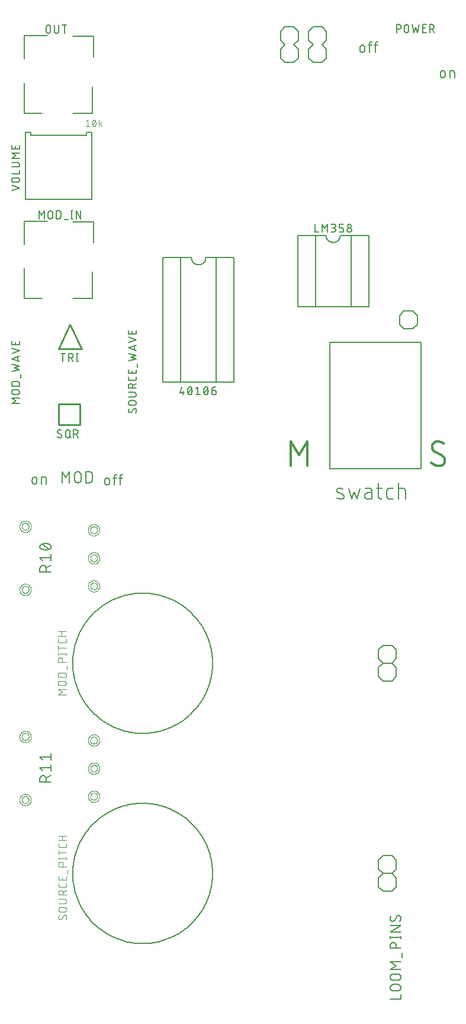
<source format=gbr>
G04 EAGLE Gerber RS-274X export*
G75*
%MOMM*%
%FSLAX34Y34*%
%LPD*%
%INSilkscreen Top*%
%IPPOS*%
%AMOC8*
5,1,8,0,0,1.08239X$1,22.5*%
G01*
%ADD10C,0.200000*%
%ADD11C,0.177800*%
%ADD12C,0.254000*%
%ADD13C,0.127000*%
%ADD14C,0.203200*%
%ADD15C,0.304800*%
%ADD16C,0.152400*%
%ADD17C,0.101600*%
%ADD18C,0.001000*%
%ADD19C,0.076200*%


D10*
X100000Y510000D02*
X100030Y512454D01*
X100120Y514907D01*
X100271Y517356D01*
X100482Y519802D01*
X100752Y522241D01*
X101082Y524673D01*
X101472Y527096D01*
X101921Y529509D01*
X102430Y531910D01*
X102997Y534298D01*
X103622Y536671D01*
X104306Y539028D01*
X105047Y541368D01*
X105846Y543689D01*
X106701Y545990D01*
X107612Y548268D01*
X108579Y550524D01*
X109601Y552756D01*
X110678Y554961D01*
X111808Y557140D01*
X112991Y559290D01*
X114227Y561410D01*
X115515Y563500D01*
X116853Y565557D01*
X118242Y567581D01*
X119679Y569570D01*
X121165Y571523D01*
X122699Y573439D01*
X124279Y575317D01*
X125905Y577156D01*
X127575Y578954D01*
X129289Y580711D01*
X131046Y582425D01*
X132844Y584095D01*
X134683Y585721D01*
X136561Y587301D01*
X138477Y588835D01*
X140430Y590321D01*
X142419Y591758D01*
X144443Y593147D01*
X146500Y594485D01*
X148590Y595773D01*
X150710Y597009D01*
X152860Y598192D01*
X155039Y599322D01*
X157244Y600399D01*
X159476Y601421D01*
X161732Y602388D01*
X164010Y603299D01*
X166311Y604154D01*
X168632Y604953D01*
X170972Y605694D01*
X173329Y606378D01*
X175702Y607003D01*
X178090Y607570D01*
X180491Y608079D01*
X182904Y608528D01*
X185327Y608918D01*
X187759Y609248D01*
X190198Y609518D01*
X192644Y609729D01*
X195093Y609880D01*
X197546Y609970D01*
X200000Y610000D01*
X202454Y609970D01*
X204907Y609880D01*
X207356Y609729D01*
X209802Y609518D01*
X212241Y609248D01*
X214673Y608918D01*
X217096Y608528D01*
X219509Y608079D01*
X221910Y607570D01*
X224298Y607003D01*
X226671Y606378D01*
X229028Y605694D01*
X231368Y604953D01*
X233689Y604154D01*
X235990Y603299D01*
X238268Y602388D01*
X240524Y601421D01*
X242756Y600399D01*
X244961Y599322D01*
X247140Y598192D01*
X249290Y597009D01*
X251410Y595773D01*
X253500Y594485D01*
X255557Y593147D01*
X257581Y591758D01*
X259570Y590321D01*
X261523Y588835D01*
X263439Y587301D01*
X265317Y585721D01*
X267156Y584095D01*
X268954Y582425D01*
X270711Y580711D01*
X272425Y578954D01*
X274095Y577156D01*
X275721Y575317D01*
X277301Y573439D01*
X278835Y571523D01*
X280321Y569570D01*
X281758Y567581D01*
X283147Y565557D01*
X284485Y563500D01*
X285773Y561410D01*
X287009Y559290D01*
X288192Y557140D01*
X289322Y554961D01*
X290399Y552756D01*
X291421Y550524D01*
X292388Y548268D01*
X293299Y545990D01*
X294154Y543689D01*
X294953Y541368D01*
X295694Y539028D01*
X296378Y536671D01*
X297003Y534298D01*
X297570Y531910D01*
X298079Y529509D01*
X298528Y527096D01*
X298918Y524673D01*
X299248Y522241D01*
X299518Y519802D01*
X299729Y517356D01*
X299880Y514907D01*
X299970Y512454D01*
X300000Y510000D01*
X299970Y507546D01*
X299880Y505093D01*
X299729Y502644D01*
X299518Y500198D01*
X299248Y497759D01*
X298918Y495327D01*
X298528Y492904D01*
X298079Y490491D01*
X297570Y488090D01*
X297003Y485702D01*
X296378Y483329D01*
X295694Y480972D01*
X294953Y478632D01*
X294154Y476311D01*
X293299Y474010D01*
X292388Y471732D01*
X291421Y469476D01*
X290399Y467244D01*
X289322Y465039D01*
X288192Y462860D01*
X287009Y460710D01*
X285773Y458590D01*
X284485Y456500D01*
X283147Y454443D01*
X281758Y452419D01*
X280321Y450430D01*
X278835Y448477D01*
X277301Y446561D01*
X275721Y444683D01*
X274095Y442844D01*
X272425Y441046D01*
X270711Y439289D01*
X268954Y437575D01*
X267156Y435905D01*
X265317Y434279D01*
X263439Y432699D01*
X261523Y431165D01*
X259570Y429679D01*
X257581Y428242D01*
X255557Y426853D01*
X253500Y425515D01*
X251410Y424227D01*
X249290Y422991D01*
X247140Y421808D01*
X244961Y420678D01*
X242756Y419601D01*
X240524Y418579D01*
X238268Y417612D01*
X235990Y416701D01*
X233689Y415846D01*
X231368Y415047D01*
X229028Y414306D01*
X226671Y413622D01*
X224298Y412997D01*
X221910Y412430D01*
X219509Y411921D01*
X217096Y411472D01*
X214673Y411082D01*
X212241Y410752D01*
X209802Y410482D01*
X207356Y410271D01*
X204907Y410120D01*
X202454Y410030D01*
X200000Y410000D01*
X197546Y410030D01*
X195093Y410120D01*
X192644Y410271D01*
X190198Y410482D01*
X187759Y410752D01*
X185327Y411082D01*
X182904Y411472D01*
X180491Y411921D01*
X178090Y412430D01*
X175702Y412997D01*
X173329Y413622D01*
X170972Y414306D01*
X168632Y415047D01*
X166311Y415846D01*
X164010Y416701D01*
X161732Y417612D01*
X159476Y418579D01*
X157244Y419601D01*
X155039Y420678D01*
X152860Y421808D01*
X150710Y422991D01*
X148590Y424227D01*
X146500Y425515D01*
X144443Y426853D01*
X142419Y428242D01*
X140430Y429679D01*
X138477Y431165D01*
X136561Y432699D01*
X134683Y434279D01*
X132844Y435905D01*
X131046Y437575D01*
X129289Y439289D01*
X127575Y441046D01*
X125905Y442844D01*
X124279Y444683D01*
X122699Y446561D01*
X121165Y448477D01*
X119679Y450430D01*
X118242Y452419D01*
X116853Y454443D01*
X115515Y456500D01*
X114227Y458590D01*
X112991Y460710D01*
X111808Y462860D01*
X110678Y465039D01*
X109601Y467244D01*
X108579Y469476D01*
X107612Y471732D01*
X106701Y474010D01*
X105846Y476311D01*
X105047Y478632D01*
X104306Y480972D01*
X103622Y483329D01*
X102997Y485702D01*
X102430Y488090D01*
X101921Y490491D01*
X101472Y492904D01*
X101082Y495327D01*
X100752Y497759D01*
X100482Y500198D01*
X100271Y502644D01*
X100120Y505093D01*
X100030Y507546D01*
X100000Y510000D01*
X100000Y210000D02*
X100030Y212454D01*
X100120Y214907D01*
X100271Y217356D01*
X100482Y219802D01*
X100752Y222241D01*
X101082Y224673D01*
X101472Y227096D01*
X101921Y229509D01*
X102430Y231910D01*
X102997Y234298D01*
X103622Y236671D01*
X104306Y239028D01*
X105047Y241368D01*
X105846Y243689D01*
X106701Y245990D01*
X107612Y248268D01*
X108579Y250524D01*
X109601Y252756D01*
X110678Y254961D01*
X111808Y257140D01*
X112991Y259290D01*
X114227Y261410D01*
X115515Y263500D01*
X116853Y265557D01*
X118242Y267581D01*
X119679Y269570D01*
X121165Y271523D01*
X122699Y273439D01*
X124279Y275317D01*
X125905Y277156D01*
X127575Y278954D01*
X129289Y280711D01*
X131046Y282425D01*
X132844Y284095D01*
X134683Y285721D01*
X136561Y287301D01*
X138477Y288835D01*
X140430Y290321D01*
X142419Y291758D01*
X144443Y293147D01*
X146500Y294485D01*
X148590Y295773D01*
X150710Y297009D01*
X152860Y298192D01*
X155039Y299322D01*
X157244Y300399D01*
X159476Y301421D01*
X161732Y302388D01*
X164010Y303299D01*
X166311Y304154D01*
X168632Y304953D01*
X170972Y305694D01*
X173329Y306378D01*
X175702Y307003D01*
X178090Y307570D01*
X180491Y308079D01*
X182904Y308528D01*
X185327Y308918D01*
X187759Y309248D01*
X190198Y309518D01*
X192644Y309729D01*
X195093Y309880D01*
X197546Y309970D01*
X200000Y310000D01*
X202454Y309970D01*
X204907Y309880D01*
X207356Y309729D01*
X209802Y309518D01*
X212241Y309248D01*
X214673Y308918D01*
X217096Y308528D01*
X219509Y308079D01*
X221910Y307570D01*
X224298Y307003D01*
X226671Y306378D01*
X229028Y305694D01*
X231368Y304953D01*
X233689Y304154D01*
X235990Y303299D01*
X238268Y302388D01*
X240524Y301421D01*
X242756Y300399D01*
X244961Y299322D01*
X247140Y298192D01*
X249290Y297009D01*
X251410Y295773D01*
X253500Y294485D01*
X255557Y293147D01*
X257581Y291758D01*
X259570Y290321D01*
X261523Y288835D01*
X263439Y287301D01*
X265317Y285721D01*
X267156Y284095D01*
X268954Y282425D01*
X270711Y280711D01*
X272425Y278954D01*
X274095Y277156D01*
X275721Y275317D01*
X277301Y273439D01*
X278835Y271523D01*
X280321Y269570D01*
X281758Y267581D01*
X283147Y265557D01*
X284485Y263500D01*
X285773Y261410D01*
X287009Y259290D01*
X288192Y257140D01*
X289322Y254961D01*
X290399Y252756D01*
X291421Y250524D01*
X292388Y248268D01*
X293299Y245990D01*
X294154Y243689D01*
X294953Y241368D01*
X295694Y239028D01*
X296378Y236671D01*
X297003Y234298D01*
X297570Y231910D01*
X298079Y229509D01*
X298528Y227096D01*
X298918Y224673D01*
X299248Y222241D01*
X299518Y219802D01*
X299729Y217356D01*
X299880Y214907D01*
X299970Y212454D01*
X300000Y210000D01*
X299970Y207546D01*
X299880Y205093D01*
X299729Y202644D01*
X299518Y200198D01*
X299248Y197759D01*
X298918Y195327D01*
X298528Y192904D01*
X298079Y190491D01*
X297570Y188090D01*
X297003Y185702D01*
X296378Y183329D01*
X295694Y180972D01*
X294953Y178632D01*
X294154Y176311D01*
X293299Y174010D01*
X292388Y171732D01*
X291421Y169476D01*
X290399Y167244D01*
X289322Y165039D01*
X288192Y162860D01*
X287009Y160710D01*
X285773Y158590D01*
X284485Y156500D01*
X283147Y154443D01*
X281758Y152419D01*
X280321Y150430D01*
X278835Y148477D01*
X277301Y146561D01*
X275721Y144683D01*
X274095Y142844D01*
X272425Y141046D01*
X270711Y139289D01*
X268954Y137575D01*
X267156Y135905D01*
X265317Y134279D01*
X263439Y132699D01*
X261523Y131165D01*
X259570Y129679D01*
X257581Y128242D01*
X255557Y126853D01*
X253500Y125515D01*
X251410Y124227D01*
X249290Y122991D01*
X247140Y121808D01*
X244961Y120678D01*
X242756Y119601D01*
X240524Y118579D01*
X238268Y117612D01*
X235990Y116701D01*
X233689Y115846D01*
X231368Y115047D01*
X229028Y114306D01*
X226671Y113622D01*
X224298Y112997D01*
X221910Y112430D01*
X219509Y111921D01*
X217096Y111472D01*
X214673Y111082D01*
X212241Y110752D01*
X209802Y110482D01*
X207356Y110271D01*
X204907Y110120D01*
X202454Y110030D01*
X200000Y110000D01*
X197546Y110030D01*
X195093Y110120D01*
X192644Y110271D01*
X190198Y110482D01*
X187759Y110752D01*
X185327Y111082D01*
X182904Y111472D01*
X180491Y111921D01*
X178090Y112430D01*
X175702Y112997D01*
X173329Y113622D01*
X170972Y114306D01*
X168632Y115047D01*
X166311Y115846D01*
X164010Y116701D01*
X161732Y117612D01*
X159476Y118579D01*
X157244Y119601D01*
X155039Y120678D01*
X152860Y121808D01*
X150710Y122991D01*
X148590Y124227D01*
X146500Y125515D01*
X144443Y126853D01*
X142419Y128242D01*
X140430Y129679D01*
X138477Y131165D01*
X136561Y132699D01*
X134683Y134279D01*
X132844Y135905D01*
X131046Y137575D01*
X129289Y139289D01*
X127575Y141046D01*
X125905Y142844D01*
X124279Y144683D01*
X122699Y146561D01*
X121165Y148477D01*
X119679Y150430D01*
X118242Y152419D01*
X116853Y154443D01*
X115515Y156500D01*
X114227Y158590D01*
X112991Y160710D01*
X111808Y162860D01*
X110678Y165039D01*
X109601Y167244D01*
X108579Y169476D01*
X107612Y171732D01*
X106701Y174010D01*
X105846Y176311D01*
X105047Y178632D01*
X104306Y180972D01*
X103622Y183329D01*
X102997Y185702D01*
X102430Y188090D01*
X101921Y190491D01*
X101472Y192904D01*
X101082Y195327D01*
X100752Y197759D01*
X100482Y200198D01*
X100271Y202644D01*
X100120Y205093D01*
X100030Y207546D01*
X100000Y210000D01*
D11*
X42159Y769139D02*
X42159Y772469D01*
X42161Y772583D01*
X42167Y772696D01*
X42176Y772810D01*
X42190Y772922D01*
X42207Y773035D01*
X42229Y773147D01*
X42254Y773257D01*
X42282Y773367D01*
X42315Y773476D01*
X42351Y773584D01*
X42391Y773691D01*
X42435Y773796D01*
X42482Y773899D01*
X42532Y774001D01*
X42586Y774101D01*
X42644Y774199D01*
X42705Y774295D01*
X42768Y774389D01*
X42836Y774481D01*
X42906Y774571D01*
X42979Y774657D01*
X43055Y774742D01*
X43134Y774824D01*
X43216Y774903D01*
X43301Y774979D01*
X43387Y775052D01*
X43477Y775122D01*
X43569Y775190D01*
X43663Y775253D01*
X43759Y775314D01*
X43857Y775372D01*
X43957Y775426D01*
X44059Y775476D01*
X44162Y775523D01*
X44267Y775567D01*
X44374Y775607D01*
X44482Y775643D01*
X44591Y775676D01*
X44701Y775704D01*
X44811Y775729D01*
X44923Y775751D01*
X45036Y775768D01*
X45148Y775782D01*
X45262Y775791D01*
X45375Y775797D01*
X45489Y775799D01*
X45603Y775797D01*
X45716Y775791D01*
X45830Y775782D01*
X45942Y775768D01*
X46055Y775751D01*
X46167Y775729D01*
X46277Y775704D01*
X46387Y775676D01*
X46496Y775643D01*
X46604Y775607D01*
X46711Y775567D01*
X46816Y775523D01*
X46919Y775476D01*
X47021Y775426D01*
X47121Y775372D01*
X47219Y775314D01*
X47315Y775253D01*
X47409Y775190D01*
X47501Y775122D01*
X47591Y775052D01*
X47677Y774979D01*
X47762Y774903D01*
X47844Y774824D01*
X47923Y774742D01*
X47999Y774657D01*
X48072Y774571D01*
X48142Y774481D01*
X48210Y774389D01*
X48273Y774295D01*
X48334Y774199D01*
X48392Y774101D01*
X48446Y774001D01*
X48496Y773899D01*
X48543Y773796D01*
X48587Y773691D01*
X48627Y773584D01*
X48663Y773476D01*
X48696Y773367D01*
X48724Y773257D01*
X48749Y773147D01*
X48771Y773035D01*
X48788Y772922D01*
X48802Y772810D01*
X48811Y772696D01*
X48817Y772583D01*
X48819Y772469D01*
X48819Y769139D01*
X48817Y769025D01*
X48811Y768912D01*
X48802Y768798D01*
X48788Y768686D01*
X48771Y768573D01*
X48749Y768461D01*
X48724Y768351D01*
X48696Y768241D01*
X48663Y768132D01*
X48627Y768024D01*
X48587Y767917D01*
X48543Y767812D01*
X48496Y767709D01*
X48446Y767607D01*
X48392Y767507D01*
X48334Y767409D01*
X48273Y767313D01*
X48210Y767219D01*
X48142Y767127D01*
X48072Y767037D01*
X47999Y766951D01*
X47923Y766866D01*
X47844Y766784D01*
X47762Y766705D01*
X47677Y766629D01*
X47591Y766556D01*
X47501Y766486D01*
X47409Y766418D01*
X47315Y766355D01*
X47219Y766294D01*
X47121Y766236D01*
X47021Y766182D01*
X46919Y766132D01*
X46816Y766085D01*
X46711Y766041D01*
X46604Y766001D01*
X46496Y765965D01*
X46387Y765932D01*
X46277Y765904D01*
X46167Y765879D01*
X46055Y765857D01*
X45942Y765840D01*
X45830Y765826D01*
X45716Y765817D01*
X45603Y765811D01*
X45489Y765809D01*
X45375Y765811D01*
X45262Y765817D01*
X45148Y765826D01*
X45036Y765840D01*
X44923Y765857D01*
X44811Y765879D01*
X44701Y765904D01*
X44591Y765932D01*
X44482Y765965D01*
X44374Y766001D01*
X44267Y766041D01*
X44162Y766085D01*
X44059Y766132D01*
X43957Y766182D01*
X43857Y766236D01*
X43759Y766294D01*
X43663Y766355D01*
X43569Y766418D01*
X43477Y766486D01*
X43387Y766556D01*
X43301Y766629D01*
X43216Y766705D01*
X43134Y766784D01*
X43055Y766866D01*
X42979Y766951D01*
X42906Y767037D01*
X42836Y767127D01*
X42768Y767219D01*
X42705Y767313D01*
X42644Y767409D01*
X42586Y767507D01*
X42532Y767607D01*
X42482Y767709D01*
X42435Y767812D01*
X42391Y767917D01*
X42351Y768024D01*
X42315Y768132D01*
X42282Y768241D01*
X42254Y768351D01*
X42229Y768461D01*
X42207Y768573D01*
X42190Y768686D01*
X42176Y768798D01*
X42167Y768912D01*
X42161Y769025D01*
X42159Y769139D01*
X55538Y765809D02*
X55538Y775800D01*
X59701Y775800D01*
X59799Y775798D01*
X59897Y775792D01*
X59995Y775783D01*
X60092Y775769D01*
X60188Y775752D01*
X60284Y775731D01*
X60379Y775706D01*
X60473Y775678D01*
X60566Y775646D01*
X60657Y775610D01*
X60747Y775571D01*
X60835Y775528D01*
X60922Y775482D01*
X61006Y775432D01*
X61089Y775379D01*
X61169Y775323D01*
X61247Y775264D01*
X61323Y775202D01*
X61397Y775136D01*
X61467Y775068D01*
X61535Y774998D01*
X61600Y774924D01*
X61663Y774849D01*
X61722Y774770D01*
X61778Y774690D01*
X61831Y774607D01*
X61880Y774523D01*
X61927Y774436D01*
X61970Y774348D01*
X62009Y774258D01*
X62045Y774167D01*
X62077Y774074D01*
X62105Y773980D01*
X62130Y773885D01*
X62151Y773789D01*
X62168Y773693D01*
X62182Y773596D01*
X62191Y773498D01*
X62197Y773400D01*
X62199Y773302D01*
X62199Y765809D01*
X145969Y767869D02*
X145969Y771199D01*
X145971Y771313D01*
X145977Y771426D01*
X145986Y771540D01*
X146000Y771652D01*
X146017Y771765D01*
X146039Y771877D01*
X146064Y771987D01*
X146092Y772097D01*
X146125Y772206D01*
X146161Y772314D01*
X146201Y772421D01*
X146245Y772526D01*
X146292Y772629D01*
X146342Y772731D01*
X146396Y772831D01*
X146454Y772929D01*
X146515Y773025D01*
X146578Y773119D01*
X146646Y773211D01*
X146716Y773301D01*
X146789Y773387D01*
X146865Y773472D01*
X146944Y773554D01*
X147026Y773633D01*
X147111Y773709D01*
X147197Y773782D01*
X147287Y773852D01*
X147379Y773920D01*
X147473Y773983D01*
X147569Y774044D01*
X147667Y774102D01*
X147767Y774156D01*
X147869Y774206D01*
X147972Y774253D01*
X148077Y774297D01*
X148184Y774337D01*
X148292Y774373D01*
X148401Y774406D01*
X148511Y774434D01*
X148621Y774459D01*
X148733Y774481D01*
X148846Y774498D01*
X148958Y774512D01*
X149072Y774521D01*
X149185Y774527D01*
X149299Y774529D01*
X149413Y774527D01*
X149526Y774521D01*
X149640Y774512D01*
X149752Y774498D01*
X149865Y774481D01*
X149977Y774459D01*
X150087Y774434D01*
X150197Y774406D01*
X150306Y774373D01*
X150414Y774337D01*
X150521Y774297D01*
X150626Y774253D01*
X150729Y774206D01*
X150831Y774156D01*
X150931Y774102D01*
X151029Y774044D01*
X151125Y773983D01*
X151219Y773920D01*
X151311Y773852D01*
X151401Y773782D01*
X151487Y773709D01*
X151572Y773633D01*
X151654Y773554D01*
X151733Y773472D01*
X151809Y773387D01*
X151882Y773301D01*
X151952Y773211D01*
X152020Y773119D01*
X152083Y773025D01*
X152144Y772929D01*
X152202Y772831D01*
X152256Y772731D01*
X152306Y772629D01*
X152353Y772526D01*
X152397Y772421D01*
X152437Y772314D01*
X152473Y772206D01*
X152506Y772097D01*
X152534Y771987D01*
X152559Y771877D01*
X152581Y771765D01*
X152598Y771652D01*
X152612Y771540D01*
X152621Y771426D01*
X152627Y771313D01*
X152629Y771199D01*
X152629Y767869D01*
X152627Y767755D01*
X152621Y767642D01*
X152612Y767528D01*
X152598Y767416D01*
X152581Y767303D01*
X152559Y767191D01*
X152534Y767081D01*
X152506Y766971D01*
X152473Y766862D01*
X152437Y766754D01*
X152397Y766647D01*
X152353Y766542D01*
X152306Y766439D01*
X152256Y766337D01*
X152202Y766237D01*
X152144Y766139D01*
X152083Y766043D01*
X152020Y765949D01*
X151952Y765857D01*
X151882Y765767D01*
X151809Y765681D01*
X151733Y765596D01*
X151654Y765514D01*
X151572Y765435D01*
X151487Y765359D01*
X151401Y765286D01*
X151311Y765216D01*
X151219Y765148D01*
X151125Y765085D01*
X151029Y765024D01*
X150931Y764966D01*
X150831Y764912D01*
X150729Y764862D01*
X150626Y764815D01*
X150521Y764771D01*
X150414Y764731D01*
X150306Y764695D01*
X150197Y764662D01*
X150087Y764634D01*
X149977Y764609D01*
X149865Y764587D01*
X149752Y764570D01*
X149640Y764556D01*
X149526Y764547D01*
X149413Y764541D01*
X149299Y764539D01*
X149185Y764541D01*
X149072Y764547D01*
X148958Y764556D01*
X148846Y764570D01*
X148733Y764587D01*
X148621Y764609D01*
X148511Y764634D01*
X148401Y764662D01*
X148292Y764695D01*
X148184Y764731D01*
X148077Y764771D01*
X147972Y764815D01*
X147869Y764862D01*
X147767Y764912D01*
X147667Y764966D01*
X147569Y765024D01*
X147473Y765085D01*
X147379Y765148D01*
X147287Y765216D01*
X147197Y765286D01*
X147111Y765359D01*
X147026Y765435D01*
X146944Y765514D01*
X146865Y765596D01*
X146789Y765681D01*
X146716Y765767D01*
X146646Y765857D01*
X146578Y765949D01*
X146515Y766043D01*
X146454Y766139D01*
X146396Y766237D01*
X146342Y766337D01*
X146292Y766439D01*
X146245Y766542D01*
X146201Y766647D01*
X146161Y766754D01*
X146125Y766862D01*
X146092Y766971D01*
X146064Y767081D01*
X146039Y767191D01*
X146017Y767303D01*
X146000Y767416D01*
X145986Y767528D01*
X145977Y767642D01*
X145971Y767755D01*
X145969Y767869D01*
X159662Y764539D02*
X159662Y777027D01*
X159664Y777125D01*
X159670Y777223D01*
X159679Y777321D01*
X159693Y777418D01*
X159710Y777514D01*
X159731Y777610D01*
X159756Y777705D01*
X159784Y777799D01*
X159816Y777892D01*
X159852Y777983D01*
X159891Y778073D01*
X159934Y778161D01*
X159981Y778248D01*
X160030Y778332D01*
X160083Y778415D01*
X160139Y778495D01*
X160198Y778573D01*
X160260Y778649D01*
X160326Y778723D01*
X160394Y778793D01*
X160464Y778861D01*
X160538Y778926D01*
X160613Y778989D01*
X160692Y779048D01*
X160772Y779104D01*
X160855Y779157D01*
X160939Y779206D01*
X161026Y779253D01*
X161114Y779296D01*
X161204Y779335D01*
X161295Y779371D01*
X161388Y779403D01*
X161482Y779431D01*
X161577Y779456D01*
X161673Y779477D01*
X161769Y779494D01*
X161866Y779508D01*
X161964Y779517D01*
X162062Y779523D01*
X162160Y779525D01*
X162993Y779525D01*
X162993Y774530D02*
X157997Y774530D01*
X168086Y777027D02*
X168086Y764539D01*
X168086Y777027D02*
X168088Y777125D01*
X168094Y777223D01*
X168103Y777321D01*
X168117Y777418D01*
X168134Y777514D01*
X168155Y777610D01*
X168180Y777705D01*
X168208Y777799D01*
X168240Y777892D01*
X168276Y777983D01*
X168315Y778073D01*
X168358Y778161D01*
X168405Y778248D01*
X168454Y778332D01*
X168507Y778415D01*
X168563Y778495D01*
X168622Y778573D01*
X168684Y778649D01*
X168750Y778723D01*
X168818Y778793D01*
X168888Y778861D01*
X168962Y778926D01*
X169037Y778989D01*
X169116Y779048D01*
X169196Y779104D01*
X169279Y779157D01*
X169363Y779206D01*
X169450Y779253D01*
X169538Y779296D01*
X169628Y779335D01*
X169719Y779371D01*
X169812Y779403D01*
X169906Y779431D01*
X170001Y779456D01*
X170097Y779477D01*
X170193Y779494D01*
X170290Y779508D01*
X170388Y779517D01*
X170486Y779523D01*
X170584Y779525D01*
X171416Y779525D01*
X171416Y774530D02*
X166421Y774530D01*
X510889Y1385489D02*
X510889Y1388819D01*
X510891Y1388933D01*
X510897Y1389046D01*
X510906Y1389160D01*
X510920Y1389272D01*
X510937Y1389385D01*
X510959Y1389497D01*
X510984Y1389607D01*
X511012Y1389717D01*
X511045Y1389826D01*
X511081Y1389934D01*
X511121Y1390041D01*
X511165Y1390146D01*
X511212Y1390249D01*
X511262Y1390351D01*
X511316Y1390451D01*
X511374Y1390549D01*
X511435Y1390645D01*
X511498Y1390739D01*
X511566Y1390831D01*
X511636Y1390921D01*
X511709Y1391007D01*
X511785Y1391092D01*
X511864Y1391174D01*
X511946Y1391253D01*
X512031Y1391329D01*
X512117Y1391402D01*
X512207Y1391472D01*
X512299Y1391540D01*
X512393Y1391603D01*
X512489Y1391664D01*
X512587Y1391722D01*
X512687Y1391776D01*
X512789Y1391826D01*
X512892Y1391873D01*
X512997Y1391917D01*
X513104Y1391957D01*
X513212Y1391993D01*
X513321Y1392026D01*
X513431Y1392054D01*
X513541Y1392079D01*
X513653Y1392101D01*
X513766Y1392118D01*
X513878Y1392132D01*
X513992Y1392141D01*
X514105Y1392147D01*
X514219Y1392149D01*
X514333Y1392147D01*
X514446Y1392141D01*
X514560Y1392132D01*
X514672Y1392118D01*
X514785Y1392101D01*
X514897Y1392079D01*
X515007Y1392054D01*
X515117Y1392026D01*
X515226Y1391993D01*
X515334Y1391957D01*
X515441Y1391917D01*
X515546Y1391873D01*
X515649Y1391826D01*
X515751Y1391776D01*
X515851Y1391722D01*
X515949Y1391664D01*
X516045Y1391603D01*
X516139Y1391540D01*
X516231Y1391472D01*
X516321Y1391402D01*
X516407Y1391329D01*
X516492Y1391253D01*
X516574Y1391174D01*
X516653Y1391092D01*
X516729Y1391007D01*
X516802Y1390921D01*
X516872Y1390831D01*
X516940Y1390739D01*
X517003Y1390645D01*
X517064Y1390549D01*
X517122Y1390451D01*
X517176Y1390351D01*
X517226Y1390249D01*
X517273Y1390146D01*
X517317Y1390041D01*
X517357Y1389934D01*
X517393Y1389826D01*
X517426Y1389717D01*
X517454Y1389607D01*
X517479Y1389497D01*
X517501Y1389385D01*
X517518Y1389272D01*
X517532Y1389160D01*
X517541Y1389046D01*
X517547Y1388933D01*
X517549Y1388819D01*
X517549Y1385489D01*
X517547Y1385375D01*
X517541Y1385262D01*
X517532Y1385148D01*
X517518Y1385036D01*
X517501Y1384923D01*
X517479Y1384811D01*
X517454Y1384701D01*
X517426Y1384591D01*
X517393Y1384482D01*
X517357Y1384374D01*
X517317Y1384267D01*
X517273Y1384162D01*
X517226Y1384059D01*
X517176Y1383957D01*
X517122Y1383857D01*
X517064Y1383759D01*
X517003Y1383663D01*
X516940Y1383569D01*
X516872Y1383477D01*
X516802Y1383387D01*
X516729Y1383301D01*
X516653Y1383216D01*
X516574Y1383134D01*
X516492Y1383055D01*
X516407Y1382979D01*
X516321Y1382906D01*
X516231Y1382836D01*
X516139Y1382768D01*
X516045Y1382705D01*
X515949Y1382644D01*
X515851Y1382586D01*
X515751Y1382532D01*
X515649Y1382482D01*
X515546Y1382435D01*
X515441Y1382391D01*
X515334Y1382351D01*
X515226Y1382315D01*
X515117Y1382282D01*
X515007Y1382254D01*
X514897Y1382229D01*
X514785Y1382207D01*
X514672Y1382190D01*
X514560Y1382176D01*
X514446Y1382167D01*
X514333Y1382161D01*
X514219Y1382159D01*
X514105Y1382161D01*
X513992Y1382167D01*
X513878Y1382176D01*
X513766Y1382190D01*
X513653Y1382207D01*
X513541Y1382229D01*
X513431Y1382254D01*
X513321Y1382282D01*
X513212Y1382315D01*
X513104Y1382351D01*
X512997Y1382391D01*
X512892Y1382435D01*
X512789Y1382482D01*
X512687Y1382532D01*
X512587Y1382586D01*
X512489Y1382644D01*
X512393Y1382705D01*
X512299Y1382768D01*
X512207Y1382836D01*
X512117Y1382906D01*
X512031Y1382979D01*
X511946Y1383055D01*
X511864Y1383134D01*
X511785Y1383216D01*
X511709Y1383301D01*
X511636Y1383387D01*
X511566Y1383477D01*
X511498Y1383569D01*
X511435Y1383663D01*
X511374Y1383759D01*
X511316Y1383857D01*
X511262Y1383957D01*
X511212Y1384059D01*
X511165Y1384162D01*
X511121Y1384267D01*
X511081Y1384374D01*
X511045Y1384482D01*
X511012Y1384591D01*
X510984Y1384701D01*
X510959Y1384811D01*
X510937Y1384923D01*
X510920Y1385036D01*
X510906Y1385148D01*
X510897Y1385262D01*
X510891Y1385375D01*
X510889Y1385489D01*
X524582Y1382159D02*
X524582Y1394647D01*
X524584Y1394745D01*
X524590Y1394843D01*
X524599Y1394941D01*
X524613Y1395038D01*
X524630Y1395134D01*
X524651Y1395230D01*
X524676Y1395325D01*
X524704Y1395419D01*
X524736Y1395512D01*
X524772Y1395603D01*
X524811Y1395693D01*
X524854Y1395781D01*
X524901Y1395868D01*
X524950Y1395952D01*
X525003Y1396035D01*
X525059Y1396115D01*
X525118Y1396193D01*
X525180Y1396269D01*
X525246Y1396343D01*
X525314Y1396413D01*
X525384Y1396481D01*
X525458Y1396546D01*
X525533Y1396609D01*
X525612Y1396668D01*
X525692Y1396724D01*
X525775Y1396777D01*
X525859Y1396826D01*
X525946Y1396873D01*
X526034Y1396916D01*
X526124Y1396955D01*
X526215Y1396991D01*
X526308Y1397023D01*
X526402Y1397051D01*
X526497Y1397076D01*
X526593Y1397097D01*
X526689Y1397114D01*
X526786Y1397128D01*
X526884Y1397137D01*
X526982Y1397143D01*
X527080Y1397145D01*
X527913Y1397145D01*
X527913Y1392150D02*
X522917Y1392150D01*
X533006Y1394647D02*
X533006Y1382159D01*
X533006Y1394647D02*
X533008Y1394745D01*
X533014Y1394843D01*
X533023Y1394941D01*
X533037Y1395038D01*
X533054Y1395134D01*
X533075Y1395230D01*
X533100Y1395325D01*
X533128Y1395419D01*
X533160Y1395512D01*
X533196Y1395603D01*
X533235Y1395693D01*
X533278Y1395781D01*
X533325Y1395868D01*
X533374Y1395952D01*
X533427Y1396035D01*
X533483Y1396115D01*
X533542Y1396193D01*
X533604Y1396269D01*
X533670Y1396343D01*
X533738Y1396413D01*
X533808Y1396481D01*
X533882Y1396546D01*
X533957Y1396609D01*
X534036Y1396668D01*
X534116Y1396724D01*
X534199Y1396777D01*
X534283Y1396826D01*
X534370Y1396873D01*
X534458Y1396916D01*
X534548Y1396955D01*
X534639Y1396991D01*
X534732Y1397023D01*
X534826Y1397051D01*
X534921Y1397076D01*
X535017Y1397097D01*
X535113Y1397114D01*
X535210Y1397128D01*
X535308Y1397137D01*
X535406Y1397143D01*
X535504Y1397145D01*
X536336Y1397145D01*
X536336Y1392150D02*
X531341Y1392150D01*
X625809Y1352469D02*
X625809Y1349139D01*
X625809Y1352469D02*
X625811Y1352583D01*
X625817Y1352696D01*
X625826Y1352810D01*
X625840Y1352922D01*
X625857Y1353035D01*
X625879Y1353147D01*
X625904Y1353257D01*
X625932Y1353367D01*
X625965Y1353476D01*
X626001Y1353584D01*
X626041Y1353691D01*
X626085Y1353796D01*
X626132Y1353899D01*
X626182Y1354001D01*
X626236Y1354101D01*
X626294Y1354199D01*
X626355Y1354295D01*
X626418Y1354389D01*
X626486Y1354481D01*
X626556Y1354571D01*
X626629Y1354657D01*
X626705Y1354742D01*
X626784Y1354824D01*
X626866Y1354903D01*
X626951Y1354979D01*
X627037Y1355052D01*
X627127Y1355122D01*
X627219Y1355190D01*
X627313Y1355253D01*
X627409Y1355314D01*
X627507Y1355372D01*
X627607Y1355426D01*
X627709Y1355476D01*
X627812Y1355523D01*
X627917Y1355567D01*
X628024Y1355607D01*
X628132Y1355643D01*
X628241Y1355676D01*
X628351Y1355704D01*
X628461Y1355729D01*
X628573Y1355751D01*
X628686Y1355768D01*
X628798Y1355782D01*
X628912Y1355791D01*
X629025Y1355797D01*
X629139Y1355799D01*
X629253Y1355797D01*
X629366Y1355791D01*
X629480Y1355782D01*
X629592Y1355768D01*
X629705Y1355751D01*
X629817Y1355729D01*
X629927Y1355704D01*
X630037Y1355676D01*
X630146Y1355643D01*
X630254Y1355607D01*
X630361Y1355567D01*
X630466Y1355523D01*
X630569Y1355476D01*
X630671Y1355426D01*
X630771Y1355372D01*
X630869Y1355314D01*
X630965Y1355253D01*
X631059Y1355190D01*
X631151Y1355122D01*
X631241Y1355052D01*
X631327Y1354979D01*
X631412Y1354903D01*
X631494Y1354824D01*
X631573Y1354742D01*
X631649Y1354657D01*
X631722Y1354571D01*
X631792Y1354481D01*
X631860Y1354389D01*
X631923Y1354295D01*
X631984Y1354199D01*
X632042Y1354101D01*
X632096Y1354001D01*
X632146Y1353899D01*
X632193Y1353796D01*
X632237Y1353691D01*
X632277Y1353584D01*
X632313Y1353476D01*
X632346Y1353367D01*
X632374Y1353257D01*
X632399Y1353147D01*
X632421Y1353035D01*
X632438Y1352922D01*
X632452Y1352810D01*
X632461Y1352696D01*
X632467Y1352583D01*
X632469Y1352469D01*
X632469Y1349139D01*
X632467Y1349025D01*
X632461Y1348912D01*
X632452Y1348798D01*
X632438Y1348686D01*
X632421Y1348573D01*
X632399Y1348461D01*
X632374Y1348351D01*
X632346Y1348241D01*
X632313Y1348132D01*
X632277Y1348024D01*
X632237Y1347917D01*
X632193Y1347812D01*
X632146Y1347709D01*
X632096Y1347607D01*
X632042Y1347507D01*
X631984Y1347409D01*
X631923Y1347313D01*
X631860Y1347219D01*
X631792Y1347127D01*
X631722Y1347037D01*
X631649Y1346951D01*
X631573Y1346866D01*
X631494Y1346784D01*
X631412Y1346705D01*
X631327Y1346629D01*
X631241Y1346556D01*
X631151Y1346486D01*
X631059Y1346418D01*
X630965Y1346355D01*
X630869Y1346294D01*
X630771Y1346236D01*
X630671Y1346182D01*
X630569Y1346132D01*
X630466Y1346085D01*
X630361Y1346041D01*
X630254Y1346001D01*
X630146Y1345965D01*
X630037Y1345932D01*
X629927Y1345904D01*
X629817Y1345879D01*
X629705Y1345857D01*
X629592Y1345840D01*
X629480Y1345826D01*
X629366Y1345817D01*
X629253Y1345811D01*
X629139Y1345809D01*
X629025Y1345811D01*
X628912Y1345817D01*
X628798Y1345826D01*
X628686Y1345840D01*
X628573Y1345857D01*
X628461Y1345879D01*
X628351Y1345904D01*
X628241Y1345932D01*
X628132Y1345965D01*
X628024Y1346001D01*
X627917Y1346041D01*
X627812Y1346085D01*
X627709Y1346132D01*
X627607Y1346182D01*
X627507Y1346236D01*
X627409Y1346294D01*
X627313Y1346355D01*
X627219Y1346418D01*
X627127Y1346486D01*
X627037Y1346556D01*
X626951Y1346629D01*
X626866Y1346705D01*
X626784Y1346784D01*
X626705Y1346866D01*
X626629Y1346951D01*
X626556Y1347037D01*
X626486Y1347127D01*
X626418Y1347219D01*
X626355Y1347313D01*
X626294Y1347409D01*
X626236Y1347507D01*
X626182Y1347607D01*
X626132Y1347709D01*
X626085Y1347812D01*
X626041Y1347917D01*
X626001Y1348024D01*
X625965Y1348132D01*
X625932Y1348241D01*
X625904Y1348351D01*
X625879Y1348461D01*
X625857Y1348573D01*
X625840Y1348686D01*
X625826Y1348798D01*
X625817Y1348912D01*
X625811Y1349025D01*
X625809Y1349139D01*
X639188Y1345809D02*
X639188Y1355800D01*
X643351Y1355800D01*
X643449Y1355798D01*
X643547Y1355792D01*
X643645Y1355783D01*
X643742Y1355769D01*
X643838Y1355752D01*
X643934Y1355731D01*
X644029Y1355706D01*
X644123Y1355678D01*
X644216Y1355646D01*
X644307Y1355610D01*
X644397Y1355571D01*
X644485Y1355528D01*
X644572Y1355482D01*
X644656Y1355432D01*
X644739Y1355379D01*
X644819Y1355323D01*
X644897Y1355264D01*
X644973Y1355202D01*
X645047Y1355136D01*
X645117Y1355068D01*
X645185Y1354998D01*
X645250Y1354924D01*
X645313Y1354849D01*
X645372Y1354770D01*
X645428Y1354690D01*
X645481Y1354607D01*
X645530Y1354523D01*
X645577Y1354436D01*
X645620Y1354348D01*
X645659Y1354258D01*
X645695Y1354167D01*
X645727Y1354074D01*
X645755Y1353980D01*
X645780Y1353885D01*
X645801Y1353789D01*
X645818Y1353693D01*
X645832Y1353596D01*
X645841Y1353498D01*
X645847Y1353400D01*
X645849Y1353302D01*
X645849Y1345809D01*
D12*
X110000Y880000D02*
X90000Y880000D01*
X80000Y880000D01*
X110000Y880000D02*
X110000Y850000D01*
X80000Y850000D01*
X80000Y880000D01*
X80160Y958410D02*
X96350Y993330D01*
X80160Y958410D02*
X112540Y958410D01*
X96350Y993330D01*
D13*
X86190Y952065D02*
X86190Y940635D01*
X83015Y952065D02*
X89365Y952065D01*
X94147Y952065D02*
X94147Y940635D01*
X94147Y952065D02*
X97322Y952065D01*
X97433Y952063D01*
X97543Y952057D01*
X97654Y952048D01*
X97764Y952034D01*
X97873Y952017D01*
X97982Y951996D01*
X98090Y951971D01*
X98197Y951942D01*
X98303Y951910D01*
X98408Y951874D01*
X98511Y951834D01*
X98613Y951791D01*
X98714Y951744D01*
X98813Y951693D01*
X98910Y951640D01*
X99004Y951583D01*
X99097Y951522D01*
X99188Y951459D01*
X99277Y951392D01*
X99363Y951322D01*
X99446Y951249D01*
X99528Y951174D01*
X99606Y951096D01*
X99681Y951014D01*
X99754Y950931D01*
X99824Y950845D01*
X99891Y950756D01*
X99954Y950665D01*
X100015Y950572D01*
X100072Y950477D01*
X100125Y950381D01*
X100176Y950282D01*
X100223Y950181D01*
X100266Y950079D01*
X100306Y949976D01*
X100342Y949871D01*
X100374Y949765D01*
X100403Y949658D01*
X100428Y949550D01*
X100449Y949441D01*
X100466Y949332D01*
X100480Y949222D01*
X100489Y949111D01*
X100495Y949001D01*
X100497Y948890D01*
X100495Y948779D01*
X100489Y948669D01*
X100480Y948558D01*
X100466Y948448D01*
X100449Y948339D01*
X100428Y948230D01*
X100403Y948122D01*
X100374Y948015D01*
X100342Y947909D01*
X100306Y947804D01*
X100266Y947701D01*
X100223Y947599D01*
X100176Y947498D01*
X100125Y947399D01*
X100072Y947303D01*
X100015Y947208D01*
X99954Y947115D01*
X99891Y947024D01*
X99824Y946935D01*
X99754Y946849D01*
X99681Y946766D01*
X99606Y946684D01*
X99528Y946606D01*
X99446Y946531D01*
X99363Y946458D01*
X99277Y946388D01*
X99188Y946321D01*
X99097Y946258D01*
X99004Y946197D01*
X98909Y946140D01*
X98813Y946087D01*
X98714Y946036D01*
X98613Y945989D01*
X98511Y945946D01*
X98408Y945906D01*
X98303Y945870D01*
X98197Y945838D01*
X98090Y945809D01*
X97982Y945784D01*
X97873Y945763D01*
X97764Y945746D01*
X97654Y945732D01*
X97543Y945723D01*
X97433Y945717D01*
X97322Y945715D01*
X94147Y945715D01*
X97957Y945715D02*
X100497Y940635D01*
X106383Y940635D02*
X106383Y952065D01*
X105113Y940635D02*
X107653Y940635D01*
X107653Y952065D02*
X105113Y952065D01*
X84285Y834445D02*
X84283Y834345D01*
X84277Y834246D01*
X84267Y834146D01*
X84254Y834048D01*
X84236Y833949D01*
X84215Y833852D01*
X84190Y833756D01*
X84161Y833660D01*
X84128Y833566D01*
X84092Y833473D01*
X84052Y833382D01*
X84008Y833292D01*
X83961Y833204D01*
X83911Y833118D01*
X83857Y833034D01*
X83800Y832952D01*
X83740Y832873D01*
X83676Y832795D01*
X83610Y832721D01*
X83541Y832649D01*
X83469Y832580D01*
X83395Y832514D01*
X83317Y832450D01*
X83238Y832390D01*
X83156Y832333D01*
X83072Y832279D01*
X82986Y832229D01*
X82898Y832182D01*
X82808Y832138D01*
X82717Y832098D01*
X82624Y832062D01*
X82530Y832029D01*
X82434Y832000D01*
X82338Y831975D01*
X82241Y831954D01*
X82142Y831936D01*
X82044Y831923D01*
X81944Y831913D01*
X81845Y831907D01*
X81745Y831905D01*
X81604Y831907D01*
X81463Y831912D01*
X81322Y831922D01*
X81181Y831935D01*
X81041Y831951D01*
X80901Y831972D01*
X80762Y831996D01*
X80623Y832024D01*
X80486Y832055D01*
X80349Y832090D01*
X80213Y832128D01*
X80078Y832170D01*
X79945Y832216D01*
X79812Y832265D01*
X79681Y832318D01*
X79552Y832374D01*
X79423Y832433D01*
X79297Y832496D01*
X79172Y832562D01*
X79049Y832631D01*
X78928Y832704D01*
X78809Y832780D01*
X78691Y832859D01*
X78576Y832940D01*
X78464Y833025D01*
X78353Y833113D01*
X78245Y833204D01*
X78139Y833297D01*
X78036Y833394D01*
X77935Y833493D01*
X78253Y840795D02*
X78255Y840895D01*
X78261Y840994D01*
X78271Y841094D01*
X78284Y841192D01*
X78302Y841291D01*
X78323Y841388D01*
X78348Y841484D01*
X78377Y841580D01*
X78410Y841674D01*
X78446Y841767D01*
X78486Y841858D01*
X78530Y841948D01*
X78577Y842036D01*
X78627Y842122D01*
X78681Y842206D01*
X78738Y842288D01*
X78798Y842367D01*
X78862Y842445D01*
X78928Y842519D01*
X78997Y842591D01*
X79069Y842660D01*
X79143Y842726D01*
X79221Y842790D01*
X79300Y842850D01*
X79382Y842907D01*
X79466Y842961D01*
X79552Y843011D01*
X79640Y843058D01*
X79730Y843102D01*
X79821Y843142D01*
X79914Y843178D01*
X80008Y843211D01*
X80104Y843240D01*
X80200Y843265D01*
X80297Y843286D01*
X80396Y843304D01*
X80494Y843317D01*
X80594Y843327D01*
X80693Y843333D01*
X80793Y843335D01*
X80793Y843336D02*
X80926Y843334D01*
X81059Y843329D01*
X81192Y843319D01*
X81325Y843306D01*
X81457Y843289D01*
X81589Y843269D01*
X81720Y843245D01*
X81850Y843217D01*
X81980Y843186D01*
X82108Y843151D01*
X82236Y843112D01*
X82362Y843070D01*
X82487Y843024D01*
X82611Y842975D01*
X82734Y842923D01*
X82855Y842867D01*
X82974Y842807D01*
X83092Y842745D01*
X83207Y842679D01*
X83321Y842610D01*
X83433Y842537D01*
X83543Y842462D01*
X83651Y842383D01*
X79522Y838572D02*
X79438Y838624D01*
X79355Y838679D01*
X79275Y838738D01*
X79197Y838799D01*
X79122Y838863D01*
X79049Y838931D01*
X78978Y839001D01*
X78911Y839073D01*
X78846Y839148D01*
X78784Y839226D01*
X78725Y839306D01*
X78669Y839388D01*
X78617Y839472D01*
X78568Y839558D01*
X78522Y839646D01*
X78479Y839736D01*
X78440Y839827D01*
X78405Y839920D01*
X78373Y840014D01*
X78345Y840109D01*
X78320Y840205D01*
X78300Y840302D01*
X78282Y840400D01*
X78269Y840498D01*
X78260Y840597D01*
X78254Y840696D01*
X78252Y840795D01*
X83015Y836668D02*
X83099Y836616D01*
X83182Y836561D01*
X83262Y836502D01*
X83340Y836441D01*
X83415Y836377D01*
X83488Y836309D01*
X83559Y836239D01*
X83626Y836167D01*
X83691Y836092D01*
X83753Y836014D01*
X83812Y835934D01*
X83868Y835852D01*
X83920Y835768D01*
X83969Y835682D01*
X84015Y835594D01*
X84058Y835504D01*
X84097Y835413D01*
X84132Y835320D01*
X84164Y835226D01*
X84192Y835131D01*
X84217Y835035D01*
X84237Y834938D01*
X84255Y834840D01*
X84268Y834742D01*
X84277Y834643D01*
X84283Y834544D01*
X84285Y834445D01*
X83015Y836668D02*
X79523Y838573D01*
X89734Y840160D02*
X89734Y835080D01*
X89734Y840160D02*
X89736Y840271D01*
X89742Y840381D01*
X89751Y840492D01*
X89765Y840602D01*
X89782Y840711D01*
X89803Y840820D01*
X89828Y840928D01*
X89857Y841035D01*
X89889Y841141D01*
X89925Y841246D01*
X89965Y841349D01*
X90008Y841451D01*
X90055Y841552D01*
X90106Y841651D01*
X90159Y841748D01*
X90216Y841842D01*
X90277Y841935D01*
X90340Y842026D01*
X90407Y842115D01*
X90477Y842201D01*
X90550Y842284D01*
X90625Y842366D01*
X90703Y842444D01*
X90785Y842519D01*
X90868Y842592D01*
X90954Y842662D01*
X91043Y842729D01*
X91134Y842792D01*
X91227Y842853D01*
X91322Y842910D01*
X91418Y842963D01*
X91517Y843014D01*
X91618Y843061D01*
X91720Y843104D01*
X91823Y843144D01*
X91928Y843180D01*
X92034Y843212D01*
X92141Y843241D01*
X92249Y843266D01*
X92358Y843287D01*
X92467Y843304D01*
X92577Y843318D01*
X92688Y843327D01*
X92798Y843333D01*
X92909Y843335D01*
X93020Y843333D01*
X93130Y843327D01*
X93241Y843318D01*
X93351Y843304D01*
X93460Y843287D01*
X93569Y843266D01*
X93677Y843241D01*
X93784Y843212D01*
X93890Y843180D01*
X93995Y843144D01*
X94098Y843104D01*
X94200Y843061D01*
X94301Y843014D01*
X94400Y842963D01*
X94497Y842910D01*
X94591Y842853D01*
X94684Y842792D01*
X94775Y842729D01*
X94864Y842662D01*
X94950Y842592D01*
X95033Y842519D01*
X95115Y842444D01*
X95193Y842366D01*
X95268Y842284D01*
X95341Y842201D01*
X95411Y842115D01*
X95478Y842026D01*
X95541Y841935D01*
X95602Y841842D01*
X95659Y841748D01*
X95712Y841651D01*
X95763Y841552D01*
X95810Y841451D01*
X95853Y841349D01*
X95893Y841246D01*
X95929Y841141D01*
X95961Y841035D01*
X95990Y840928D01*
X96015Y840820D01*
X96036Y840711D01*
X96053Y840602D01*
X96067Y840492D01*
X96076Y840381D01*
X96082Y840271D01*
X96084Y840160D01*
X96084Y835080D01*
X96082Y834969D01*
X96076Y834859D01*
X96067Y834748D01*
X96053Y834638D01*
X96036Y834529D01*
X96015Y834420D01*
X95990Y834312D01*
X95961Y834205D01*
X95929Y834099D01*
X95893Y833994D01*
X95853Y833891D01*
X95810Y833789D01*
X95763Y833688D01*
X95712Y833589D01*
X95659Y833493D01*
X95602Y833398D01*
X95541Y833305D01*
X95478Y833214D01*
X95411Y833125D01*
X95341Y833039D01*
X95268Y832956D01*
X95193Y832874D01*
X95115Y832796D01*
X95033Y832721D01*
X94950Y832648D01*
X94864Y832578D01*
X94775Y832511D01*
X94684Y832448D01*
X94591Y832387D01*
X94496Y832330D01*
X94400Y832277D01*
X94301Y832226D01*
X94200Y832179D01*
X94098Y832136D01*
X93995Y832096D01*
X93890Y832060D01*
X93784Y832028D01*
X93677Y831999D01*
X93569Y831974D01*
X93460Y831953D01*
X93351Y831936D01*
X93241Y831922D01*
X93130Y831913D01*
X93020Y831907D01*
X92909Y831905D01*
X92798Y831907D01*
X92688Y831913D01*
X92577Y831922D01*
X92467Y831936D01*
X92358Y831953D01*
X92249Y831974D01*
X92141Y831999D01*
X92034Y832028D01*
X91928Y832060D01*
X91823Y832096D01*
X91720Y832136D01*
X91618Y832179D01*
X91517Y832226D01*
X91418Y832277D01*
X91322Y832330D01*
X91227Y832387D01*
X91134Y832448D01*
X91043Y832511D01*
X90954Y832578D01*
X90868Y832648D01*
X90785Y832721D01*
X90703Y832796D01*
X90625Y832874D01*
X90550Y832956D01*
X90477Y833039D01*
X90407Y833125D01*
X90340Y833214D01*
X90277Y833305D01*
X90216Y833398D01*
X90159Y833493D01*
X90106Y833589D01*
X90055Y833688D01*
X90008Y833789D01*
X89965Y833891D01*
X89925Y833994D01*
X89889Y834099D01*
X89857Y834205D01*
X89828Y834312D01*
X89803Y834420D01*
X89782Y834529D01*
X89765Y834638D01*
X89751Y834748D01*
X89742Y834859D01*
X89736Y834969D01*
X89734Y835080D01*
X94814Y834445D02*
X97354Y831905D01*
X101259Y831905D02*
X101259Y843335D01*
X104434Y843335D01*
X104545Y843333D01*
X104655Y843327D01*
X104766Y843318D01*
X104876Y843304D01*
X104985Y843287D01*
X105094Y843266D01*
X105202Y843241D01*
X105309Y843212D01*
X105415Y843180D01*
X105520Y843144D01*
X105623Y843104D01*
X105725Y843061D01*
X105826Y843014D01*
X105925Y842963D01*
X106022Y842910D01*
X106116Y842853D01*
X106209Y842792D01*
X106300Y842729D01*
X106389Y842662D01*
X106475Y842592D01*
X106558Y842519D01*
X106640Y842444D01*
X106718Y842366D01*
X106793Y842284D01*
X106866Y842201D01*
X106936Y842115D01*
X107003Y842026D01*
X107066Y841935D01*
X107127Y841842D01*
X107184Y841747D01*
X107237Y841651D01*
X107288Y841552D01*
X107335Y841451D01*
X107378Y841349D01*
X107418Y841246D01*
X107454Y841141D01*
X107486Y841035D01*
X107515Y840928D01*
X107540Y840820D01*
X107561Y840711D01*
X107578Y840602D01*
X107592Y840492D01*
X107601Y840381D01*
X107607Y840271D01*
X107609Y840160D01*
X107607Y840049D01*
X107601Y839939D01*
X107592Y839828D01*
X107578Y839718D01*
X107561Y839609D01*
X107540Y839500D01*
X107515Y839392D01*
X107486Y839285D01*
X107454Y839179D01*
X107418Y839074D01*
X107378Y838971D01*
X107335Y838869D01*
X107288Y838768D01*
X107237Y838669D01*
X107184Y838573D01*
X107127Y838478D01*
X107066Y838385D01*
X107003Y838294D01*
X106936Y838205D01*
X106866Y838119D01*
X106793Y838036D01*
X106718Y837954D01*
X106640Y837876D01*
X106558Y837801D01*
X106475Y837728D01*
X106389Y837658D01*
X106300Y837591D01*
X106209Y837528D01*
X106116Y837467D01*
X106021Y837410D01*
X105925Y837357D01*
X105826Y837306D01*
X105725Y837259D01*
X105623Y837216D01*
X105520Y837176D01*
X105415Y837140D01*
X105309Y837108D01*
X105202Y837079D01*
X105094Y837054D01*
X104985Y837033D01*
X104876Y837016D01*
X104766Y837002D01*
X104655Y836993D01*
X104545Y836987D01*
X104434Y836985D01*
X101259Y836985D01*
X105069Y836985D02*
X107609Y831905D01*
D14*
X479598Y753438D02*
X485978Y750886D01*
X479598Y753439D02*
X479493Y753483D01*
X479388Y753531D01*
X479286Y753583D01*
X479185Y753638D01*
X479087Y753697D01*
X478990Y753759D01*
X478896Y753824D01*
X478804Y753893D01*
X478714Y753964D01*
X478627Y754039D01*
X478543Y754117D01*
X478461Y754198D01*
X478383Y754281D01*
X478307Y754367D01*
X478234Y754456D01*
X478164Y754547D01*
X478098Y754641D01*
X478035Y754737D01*
X477975Y754834D01*
X477918Y754934D01*
X477865Y755036D01*
X477816Y755140D01*
X477770Y755245D01*
X477728Y755352D01*
X477690Y755460D01*
X477656Y755569D01*
X477625Y755680D01*
X477598Y755792D01*
X477575Y755904D01*
X477556Y756017D01*
X477541Y756131D01*
X477530Y756245D01*
X477522Y756360D01*
X477519Y756474D01*
X477520Y756589D01*
X477525Y756704D01*
X477533Y756818D01*
X477546Y756932D01*
X477563Y757046D01*
X477583Y757159D01*
X477608Y757271D01*
X477636Y757382D01*
X477668Y757492D01*
X477704Y757601D01*
X477744Y757709D01*
X477787Y757815D01*
X477834Y757920D01*
X477885Y758023D01*
X477939Y758124D01*
X477997Y758223D01*
X478058Y758320D01*
X478123Y758415D01*
X478190Y758508D01*
X478261Y758598D01*
X478335Y758686D01*
X478412Y758771D01*
X478492Y758853D01*
X478575Y758933D01*
X478660Y759009D01*
X478748Y759083D01*
X478839Y759154D01*
X478931Y759221D01*
X479027Y759285D01*
X479124Y759346D01*
X479223Y759403D01*
X479325Y759457D01*
X479428Y759508D01*
X479533Y759554D01*
X479639Y759597D01*
X479747Y759637D01*
X479856Y759672D01*
X479966Y759704D01*
X480077Y759732D01*
X480190Y759756D01*
X480303Y759776D01*
X480416Y759792D01*
X480530Y759805D01*
X480645Y759813D01*
X480759Y759817D01*
X480874Y759818D01*
X481222Y759808D01*
X481570Y759791D01*
X481918Y759765D01*
X482264Y759731D01*
X482610Y759688D01*
X482955Y759637D01*
X483298Y759578D01*
X483640Y759511D01*
X483980Y759435D01*
X484318Y759351D01*
X484654Y759260D01*
X484988Y759160D01*
X485320Y759052D01*
X485648Y758936D01*
X485974Y758812D01*
X486296Y758681D01*
X486616Y758542D01*
X485978Y750885D02*
X486083Y750841D01*
X486188Y750793D01*
X486290Y750741D01*
X486391Y750686D01*
X486489Y750627D01*
X486586Y750565D01*
X486680Y750500D01*
X486772Y750431D01*
X486862Y750360D01*
X486949Y750285D01*
X487033Y750207D01*
X487115Y750126D01*
X487193Y750043D01*
X487269Y749957D01*
X487342Y749868D01*
X487412Y749777D01*
X487478Y749683D01*
X487541Y749587D01*
X487601Y749490D01*
X487658Y749390D01*
X487711Y749288D01*
X487760Y749184D01*
X487806Y749079D01*
X487848Y748972D01*
X487886Y748864D01*
X487920Y748755D01*
X487951Y748644D01*
X487978Y748532D01*
X488001Y748420D01*
X488020Y748307D01*
X488035Y748193D01*
X488046Y748079D01*
X488054Y747964D01*
X488057Y747850D01*
X488056Y747735D01*
X488051Y747620D01*
X488043Y747506D01*
X488030Y747392D01*
X488013Y747278D01*
X487993Y747165D01*
X487968Y747053D01*
X487940Y746942D01*
X487908Y746832D01*
X487872Y746723D01*
X487832Y746615D01*
X487789Y746509D01*
X487742Y746404D01*
X487691Y746301D01*
X487637Y746200D01*
X487579Y746101D01*
X487518Y746004D01*
X487453Y745909D01*
X487386Y745816D01*
X487315Y745726D01*
X487241Y745638D01*
X487164Y745553D01*
X487084Y745471D01*
X487001Y745391D01*
X486916Y745315D01*
X486828Y745241D01*
X486737Y745170D01*
X486645Y745103D01*
X486549Y745039D01*
X486452Y744978D01*
X486353Y744921D01*
X486251Y744867D01*
X486148Y744816D01*
X486043Y744770D01*
X485937Y744727D01*
X485829Y744687D01*
X485720Y744652D01*
X485610Y744620D01*
X485499Y744592D01*
X485386Y744568D01*
X485273Y744548D01*
X485160Y744532D01*
X485046Y744519D01*
X484931Y744511D01*
X484817Y744507D01*
X484702Y744506D01*
X484190Y744520D01*
X483679Y744545D01*
X483169Y744583D01*
X482659Y744632D01*
X482151Y744694D01*
X481645Y744767D01*
X481140Y744853D01*
X480638Y744951D01*
X480138Y745060D01*
X479640Y745181D01*
X479146Y745314D01*
X478655Y745458D01*
X478168Y745615D01*
X477684Y745782D01*
X498897Y744506D02*
X495069Y759818D01*
X502725Y754714D02*
X498897Y744506D01*
X506553Y744506D02*
X502725Y754714D01*
X510381Y759818D02*
X506553Y744506D01*
X521971Y753438D02*
X527713Y753438D01*
X521971Y753438D02*
X521839Y753436D01*
X521706Y753430D01*
X521574Y753420D01*
X521443Y753407D01*
X521312Y753389D01*
X521181Y753368D01*
X521051Y753342D01*
X520922Y753313D01*
X520794Y753280D01*
X520667Y753243D01*
X520541Y753203D01*
X520416Y753159D01*
X520293Y753111D01*
X520171Y753059D01*
X520050Y753004D01*
X519932Y752945D01*
X519815Y752883D01*
X519700Y752817D01*
X519587Y752748D01*
X519476Y752676D01*
X519367Y752601D01*
X519261Y752522D01*
X519157Y752440D01*
X519055Y752355D01*
X518957Y752267D01*
X518860Y752176D01*
X518767Y752083D01*
X518676Y751986D01*
X518588Y751888D01*
X518503Y751786D01*
X518421Y751682D01*
X518342Y751576D01*
X518267Y751467D01*
X518195Y751356D01*
X518126Y751243D01*
X518060Y751128D01*
X517998Y751011D01*
X517939Y750893D01*
X517884Y750772D01*
X517832Y750650D01*
X517784Y750527D01*
X517740Y750402D01*
X517700Y750276D01*
X517663Y750149D01*
X517630Y750021D01*
X517601Y749892D01*
X517575Y749762D01*
X517554Y749631D01*
X517536Y749500D01*
X517523Y749369D01*
X517513Y749237D01*
X517507Y749104D01*
X517505Y748972D01*
X517507Y748840D01*
X517513Y748707D01*
X517523Y748575D01*
X517536Y748444D01*
X517554Y748313D01*
X517575Y748182D01*
X517601Y748052D01*
X517630Y747923D01*
X517663Y747795D01*
X517700Y747668D01*
X517740Y747542D01*
X517784Y747417D01*
X517832Y747294D01*
X517884Y747172D01*
X517939Y747051D01*
X517998Y746933D01*
X518060Y746816D01*
X518126Y746701D01*
X518195Y746588D01*
X518267Y746477D01*
X518342Y746368D01*
X518421Y746262D01*
X518503Y746158D01*
X518588Y746056D01*
X518676Y745958D01*
X518767Y745861D01*
X518860Y745768D01*
X518957Y745677D01*
X519055Y745589D01*
X519157Y745504D01*
X519261Y745422D01*
X519367Y745343D01*
X519476Y745268D01*
X519587Y745196D01*
X519700Y745127D01*
X519815Y745061D01*
X519932Y744999D01*
X520050Y744940D01*
X520171Y744885D01*
X520293Y744833D01*
X520416Y744785D01*
X520541Y744741D01*
X520667Y744701D01*
X520794Y744664D01*
X520922Y744631D01*
X521051Y744602D01*
X521181Y744576D01*
X521312Y744555D01*
X521443Y744537D01*
X521574Y744524D01*
X521706Y744514D01*
X521839Y744508D01*
X521971Y744506D01*
X527713Y744506D01*
X527713Y755990D01*
X527711Y756113D01*
X527705Y756235D01*
X527695Y756358D01*
X527682Y756480D01*
X527664Y756601D01*
X527642Y756722D01*
X527617Y756842D01*
X527588Y756961D01*
X527555Y757079D01*
X527518Y757196D01*
X527477Y757312D01*
X527433Y757427D01*
X527385Y757540D01*
X527334Y757651D01*
X527279Y757761D01*
X527220Y757868D01*
X527158Y757974D01*
X527093Y758078D01*
X527025Y758180D01*
X526953Y758280D01*
X526878Y758377D01*
X526800Y758471D01*
X526719Y758564D01*
X526635Y758653D01*
X526548Y758740D01*
X526459Y758824D01*
X526366Y758905D01*
X526272Y758983D01*
X526175Y759058D01*
X526075Y759130D01*
X525973Y759198D01*
X525869Y759263D01*
X525763Y759325D01*
X525656Y759384D01*
X525546Y759439D01*
X525435Y759490D01*
X525322Y759538D01*
X525207Y759582D01*
X525091Y759623D01*
X524974Y759660D01*
X524856Y759693D01*
X524737Y759722D01*
X524617Y759747D01*
X524496Y759769D01*
X524375Y759787D01*
X524253Y759800D01*
X524130Y759810D01*
X524008Y759816D01*
X523885Y759818D01*
X518781Y759818D01*
X534559Y759818D02*
X542215Y759818D01*
X537111Y767474D02*
X537111Y748334D01*
X537113Y748211D01*
X537119Y748089D01*
X537129Y747966D01*
X537142Y747844D01*
X537160Y747723D01*
X537182Y747602D01*
X537207Y747482D01*
X537236Y747363D01*
X537269Y747245D01*
X537306Y747128D01*
X537347Y747012D01*
X537391Y746897D01*
X537439Y746784D01*
X537490Y746673D01*
X537545Y746563D01*
X537604Y746456D01*
X537666Y746350D01*
X537731Y746246D01*
X537799Y746144D01*
X537871Y746044D01*
X537946Y745947D01*
X538024Y745853D01*
X538105Y745760D01*
X538189Y745671D01*
X538276Y745584D01*
X538365Y745500D01*
X538458Y745419D01*
X538552Y745341D01*
X538649Y745266D01*
X538749Y745194D01*
X538851Y745126D01*
X538955Y745061D01*
X539061Y744999D01*
X539168Y744940D01*
X539278Y744885D01*
X539389Y744834D01*
X539502Y744786D01*
X539617Y744742D01*
X539733Y744701D01*
X539850Y744664D01*
X539968Y744631D01*
X540087Y744602D01*
X540207Y744577D01*
X540328Y744555D01*
X540449Y744537D01*
X540571Y744524D01*
X540694Y744514D01*
X540816Y744508D01*
X540939Y744506D01*
X542215Y744506D01*
X553027Y744506D02*
X558131Y744506D01*
X553027Y744506D02*
X552904Y744508D01*
X552782Y744514D01*
X552659Y744524D01*
X552537Y744537D01*
X552416Y744555D01*
X552295Y744577D01*
X552175Y744602D01*
X552056Y744631D01*
X551938Y744664D01*
X551821Y744701D01*
X551705Y744742D01*
X551590Y744786D01*
X551477Y744834D01*
X551366Y744885D01*
X551256Y744940D01*
X551149Y744999D01*
X551043Y745061D01*
X550939Y745126D01*
X550837Y745194D01*
X550737Y745266D01*
X550640Y745341D01*
X550546Y745419D01*
X550453Y745500D01*
X550364Y745584D01*
X550277Y745671D01*
X550193Y745760D01*
X550112Y745853D01*
X550034Y745947D01*
X549959Y746044D01*
X549887Y746144D01*
X549819Y746246D01*
X549754Y746350D01*
X549692Y746456D01*
X549633Y746563D01*
X549578Y746673D01*
X549527Y746784D01*
X549479Y746897D01*
X549435Y747012D01*
X549394Y747128D01*
X549357Y747245D01*
X549324Y747363D01*
X549295Y747482D01*
X549270Y747602D01*
X549248Y747723D01*
X549230Y747844D01*
X549217Y747966D01*
X549207Y748089D01*
X549201Y748211D01*
X549199Y748334D01*
X549199Y755990D01*
X549201Y756113D01*
X549207Y756235D01*
X549217Y756358D01*
X549230Y756480D01*
X549248Y756601D01*
X549270Y756722D01*
X549295Y756842D01*
X549324Y756961D01*
X549357Y757079D01*
X549394Y757196D01*
X549435Y757312D01*
X549479Y757427D01*
X549527Y757540D01*
X549578Y757651D01*
X549633Y757761D01*
X549692Y757868D01*
X549754Y757974D01*
X549819Y758078D01*
X549887Y758180D01*
X549959Y758280D01*
X550034Y758377D01*
X550112Y758471D01*
X550193Y758564D01*
X550277Y758653D01*
X550364Y758740D01*
X550453Y758824D01*
X550546Y758905D01*
X550640Y758983D01*
X550737Y759058D01*
X550837Y759130D01*
X550939Y759198D01*
X551043Y759263D01*
X551149Y759325D01*
X551256Y759384D01*
X551366Y759439D01*
X551477Y759490D01*
X551590Y759538D01*
X551705Y759582D01*
X551821Y759623D01*
X551938Y759660D01*
X552056Y759693D01*
X552175Y759722D01*
X552295Y759747D01*
X552416Y759769D01*
X552537Y759787D01*
X552659Y759800D01*
X552782Y759810D01*
X552904Y759816D01*
X553027Y759818D01*
X558131Y759818D01*
X565684Y767474D02*
X565684Y744506D01*
X565684Y759818D02*
X572064Y759818D01*
X572187Y759816D01*
X572309Y759810D01*
X572432Y759800D01*
X572554Y759787D01*
X572675Y759769D01*
X572796Y759747D01*
X572916Y759722D01*
X573035Y759693D01*
X573153Y759660D01*
X573270Y759623D01*
X573386Y759582D01*
X573501Y759538D01*
X573614Y759490D01*
X573725Y759439D01*
X573835Y759384D01*
X573942Y759325D01*
X574048Y759263D01*
X574152Y759198D01*
X574254Y759130D01*
X574354Y759058D01*
X574451Y758983D01*
X574545Y758905D01*
X574638Y758824D01*
X574727Y758740D01*
X574814Y758653D01*
X574898Y758564D01*
X574979Y758471D01*
X575057Y758377D01*
X575132Y758280D01*
X575204Y758180D01*
X575272Y758078D01*
X575337Y757974D01*
X575399Y757868D01*
X575458Y757761D01*
X575513Y757651D01*
X575564Y757540D01*
X575612Y757427D01*
X575656Y757312D01*
X575697Y757196D01*
X575734Y757079D01*
X575767Y756961D01*
X575796Y756842D01*
X575821Y756722D01*
X575843Y756601D01*
X575861Y756480D01*
X575874Y756358D01*
X575884Y756235D01*
X575890Y756113D01*
X575892Y755990D01*
X575892Y744506D01*
D15*
X411684Y791524D02*
X411684Y826576D01*
X423368Y807103D01*
X435052Y826576D01*
X435052Y791524D01*
X624478Y791524D02*
X624666Y791526D01*
X624854Y791533D01*
X625042Y791544D01*
X625230Y791560D01*
X625417Y791581D01*
X625603Y791606D01*
X625789Y791635D01*
X625974Y791669D01*
X626159Y791708D01*
X626342Y791750D01*
X626524Y791798D01*
X626705Y791849D01*
X626885Y791905D01*
X627063Y791966D01*
X627240Y792030D01*
X627415Y792099D01*
X627589Y792172D01*
X627760Y792249D01*
X627930Y792331D01*
X628098Y792416D01*
X628263Y792506D01*
X628427Y792599D01*
X628588Y792696D01*
X628746Y792798D01*
X628903Y792903D01*
X629056Y793012D01*
X629207Y793124D01*
X629355Y793240D01*
X629501Y793360D01*
X629643Y793483D01*
X629782Y793609D01*
X629919Y793739D01*
X630052Y793872D01*
X630182Y794009D01*
X630308Y794148D01*
X630431Y794290D01*
X630551Y794436D01*
X630667Y794584D01*
X630779Y794735D01*
X630888Y794888D01*
X630993Y795045D01*
X631095Y795203D01*
X631192Y795364D01*
X631285Y795528D01*
X631375Y795693D01*
X631460Y795861D01*
X631542Y796031D01*
X631619Y796202D01*
X631692Y796376D01*
X631761Y796551D01*
X631825Y796728D01*
X631886Y796906D01*
X631942Y797086D01*
X631993Y797267D01*
X632041Y797449D01*
X632083Y797632D01*
X632122Y797817D01*
X632156Y798002D01*
X632185Y798188D01*
X632210Y798374D01*
X632231Y798561D01*
X632247Y798749D01*
X632258Y798937D01*
X632265Y799125D01*
X632267Y799313D01*
X624478Y791524D02*
X624084Y791529D01*
X623691Y791543D01*
X623298Y791566D01*
X622906Y791599D01*
X622514Y791642D01*
X622124Y791693D01*
X621735Y791754D01*
X621347Y791825D01*
X620962Y791904D01*
X620578Y791993D01*
X620197Y792091D01*
X619818Y792198D01*
X619442Y792314D01*
X619069Y792439D01*
X618698Y792572D01*
X618331Y792715D01*
X617968Y792867D01*
X617608Y793027D01*
X617252Y793195D01*
X616901Y793372D01*
X616554Y793558D01*
X616211Y793752D01*
X615873Y793953D01*
X615540Y794163D01*
X615212Y794381D01*
X614889Y794607D01*
X614572Y794840D01*
X614260Y795081D01*
X613955Y795329D01*
X613655Y795584D01*
X613362Y795847D01*
X613075Y796116D01*
X612794Y796392D01*
X613768Y818787D02*
X613770Y818975D01*
X613777Y819163D01*
X613788Y819351D01*
X613804Y819539D01*
X613825Y819726D01*
X613850Y819912D01*
X613879Y820098D01*
X613913Y820283D01*
X613952Y820468D01*
X613994Y820651D01*
X614042Y820833D01*
X614093Y821014D01*
X614149Y821194D01*
X614210Y821372D01*
X614274Y821549D01*
X614343Y821724D01*
X614416Y821898D01*
X614493Y822069D01*
X614575Y822239D01*
X614660Y822407D01*
X614750Y822572D01*
X614843Y822736D01*
X614941Y822897D01*
X615042Y823055D01*
X615147Y823212D01*
X615256Y823365D01*
X615368Y823516D01*
X615484Y823664D01*
X615604Y823810D01*
X615727Y823952D01*
X615853Y824091D01*
X615983Y824228D01*
X616116Y824361D01*
X616253Y824491D01*
X616392Y824617D01*
X616534Y824740D01*
X616680Y824860D01*
X616828Y824976D01*
X616979Y825088D01*
X617132Y825197D01*
X617289Y825302D01*
X617447Y825404D01*
X617608Y825501D01*
X617772Y825594D01*
X617937Y825684D01*
X618105Y825769D01*
X618275Y825851D01*
X618446Y825928D01*
X618620Y826001D01*
X618795Y826070D01*
X618972Y826134D01*
X619150Y826195D01*
X619330Y826251D01*
X619511Y826302D01*
X619693Y826350D01*
X619876Y826393D01*
X620061Y826431D01*
X620246Y826465D01*
X620432Y826494D01*
X620618Y826519D01*
X620805Y826540D01*
X620993Y826556D01*
X621181Y826567D01*
X621369Y826574D01*
X621557Y826576D01*
X621905Y826572D01*
X622253Y826559D01*
X622600Y826539D01*
X622947Y826510D01*
X623293Y826472D01*
X623638Y826427D01*
X623982Y826373D01*
X624325Y826311D01*
X624666Y826241D01*
X625005Y826163D01*
X625342Y826077D01*
X625677Y825983D01*
X626010Y825881D01*
X626340Y825771D01*
X626668Y825653D01*
X626992Y825527D01*
X627314Y825394D01*
X627632Y825253D01*
X627947Y825104D01*
X628258Y824948D01*
X628565Y824785D01*
X628869Y824614D01*
X629168Y824436D01*
X629463Y824251D01*
X629753Y824059D01*
X630039Y823861D01*
X630320Y823655D01*
X617663Y811971D02*
X617499Y812070D01*
X617338Y812173D01*
X617180Y812280D01*
X617024Y812390D01*
X616871Y812505D01*
X616721Y812623D01*
X616573Y812744D01*
X616429Y812869D01*
X616288Y812998D01*
X616149Y813130D01*
X616014Y813265D01*
X615883Y813403D01*
X615754Y813545D01*
X615630Y813689D01*
X615508Y813837D01*
X615391Y813987D01*
X615276Y814140D01*
X615166Y814296D01*
X615060Y814455D01*
X614957Y814616D01*
X614858Y814779D01*
X614763Y814945D01*
X614673Y815113D01*
X614586Y815284D01*
X614504Y815456D01*
X614425Y815630D01*
X614351Y815806D01*
X614281Y815984D01*
X614216Y816163D01*
X614155Y816344D01*
X614098Y816527D01*
X614045Y816710D01*
X613998Y816895D01*
X613954Y817081D01*
X613915Y817268D01*
X613881Y817456D01*
X613851Y817645D01*
X613826Y817834D01*
X613805Y818024D01*
X613789Y818214D01*
X613777Y818405D01*
X613770Y818596D01*
X613768Y818787D01*
X628372Y806129D02*
X628536Y806030D01*
X628697Y805927D01*
X628855Y805820D01*
X629011Y805710D01*
X629164Y805595D01*
X629314Y805477D01*
X629462Y805356D01*
X629606Y805231D01*
X629747Y805102D01*
X629886Y804970D01*
X630021Y804835D01*
X630152Y804697D01*
X630281Y804555D01*
X630405Y804411D01*
X630527Y804263D01*
X630644Y804113D01*
X630759Y803960D01*
X630869Y803804D01*
X630975Y803645D01*
X631078Y803484D01*
X631177Y803321D01*
X631272Y803155D01*
X631362Y802987D01*
X631449Y802816D01*
X631531Y802644D01*
X631610Y802470D01*
X631684Y802294D01*
X631754Y802116D01*
X631819Y801937D01*
X631880Y801756D01*
X631937Y801573D01*
X631990Y801390D01*
X632037Y801205D01*
X632081Y801019D01*
X632120Y800832D01*
X632154Y800644D01*
X632184Y800455D01*
X632209Y800266D01*
X632230Y800076D01*
X632246Y799886D01*
X632258Y799695D01*
X632265Y799504D01*
X632267Y799313D01*
X628373Y806129D02*
X617662Y811971D01*
D16*
X69238Y640762D02*
X52982Y640762D01*
X52982Y645278D01*
X52984Y645411D01*
X52990Y645543D01*
X53000Y645675D01*
X53013Y645807D01*
X53031Y645939D01*
X53052Y646069D01*
X53077Y646200D01*
X53106Y646329D01*
X53139Y646457D01*
X53175Y646585D01*
X53215Y646711D01*
X53259Y646836D01*
X53307Y646960D01*
X53358Y647082D01*
X53413Y647203D01*
X53471Y647322D01*
X53533Y647440D01*
X53598Y647555D01*
X53667Y647669D01*
X53738Y647780D01*
X53814Y647889D01*
X53892Y647996D01*
X53973Y648101D01*
X54058Y648203D01*
X54145Y648303D01*
X54235Y648400D01*
X54328Y648495D01*
X54424Y648586D01*
X54522Y648675D01*
X54623Y648761D01*
X54727Y648844D01*
X54833Y648924D01*
X54941Y649000D01*
X55051Y649074D01*
X55164Y649144D01*
X55278Y649211D01*
X55395Y649274D01*
X55513Y649334D01*
X55633Y649391D01*
X55755Y649444D01*
X55878Y649493D01*
X56002Y649539D01*
X56128Y649581D01*
X56255Y649619D01*
X56383Y649654D01*
X56512Y649685D01*
X56641Y649712D01*
X56772Y649735D01*
X56903Y649755D01*
X57035Y649770D01*
X57167Y649782D01*
X57299Y649790D01*
X57432Y649794D01*
X57564Y649794D01*
X57697Y649790D01*
X57829Y649782D01*
X57961Y649770D01*
X58093Y649755D01*
X58224Y649735D01*
X58355Y649712D01*
X58484Y649685D01*
X58613Y649654D01*
X58741Y649619D01*
X58868Y649581D01*
X58994Y649539D01*
X59118Y649493D01*
X59241Y649444D01*
X59363Y649391D01*
X59483Y649334D01*
X59601Y649274D01*
X59718Y649211D01*
X59832Y649144D01*
X59945Y649074D01*
X60055Y649000D01*
X60163Y648924D01*
X60269Y648844D01*
X60373Y648761D01*
X60474Y648675D01*
X60572Y648586D01*
X60668Y648495D01*
X60761Y648400D01*
X60851Y648303D01*
X60938Y648203D01*
X61023Y648101D01*
X61104Y647996D01*
X61182Y647889D01*
X61258Y647780D01*
X61329Y647669D01*
X61398Y647555D01*
X61463Y647440D01*
X61525Y647322D01*
X61583Y647203D01*
X61638Y647082D01*
X61689Y646960D01*
X61737Y646836D01*
X61781Y646711D01*
X61821Y646585D01*
X61857Y646457D01*
X61890Y646329D01*
X61919Y646200D01*
X61944Y646069D01*
X61965Y645939D01*
X61983Y645807D01*
X61996Y645675D01*
X62006Y645543D01*
X62012Y645411D01*
X62014Y645278D01*
X62013Y645278D02*
X62013Y640762D01*
X62013Y646181D02*
X69238Y649793D01*
X56594Y656302D02*
X52982Y660817D01*
X69238Y660817D01*
X69238Y656302D02*
X69238Y665333D01*
X61110Y671933D02*
X60790Y671937D01*
X60471Y671948D01*
X60151Y671967D01*
X59833Y671994D01*
X59515Y672028D01*
X59198Y672070D01*
X58882Y672120D01*
X58567Y672177D01*
X58254Y672241D01*
X57942Y672313D01*
X57632Y672392D01*
X57325Y672479D01*
X57019Y672573D01*
X56716Y672674D01*
X56415Y672783D01*
X56117Y672898D01*
X55821Y673021D01*
X55529Y673151D01*
X55240Y673288D01*
X55239Y673288D02*
X55131Y673327D01*
X55024Y673370D01*
X54919Y673416D01*
X54816Y673466D01*
X54714Y673520D01*
X54614Y673577D01*
X54516Y673638D01*
X54420Y673702D01*
X54327Y673769D01*
X54236Y673839D01*
X54147Y673913D01*
X54061Y673989D01*
X53978Y674069D01*
X53897Y674151D01*
X53819Y674236D01*
X53745Y674323D01*
X53673Y674414D01*
X53604Y674506D01*
X53539Y674601D01*
X53477Y674698D01*
X53418Y674797D01*
X53363Y674898D01*
X53312Y675001D01*
X53264Y675106D01*
X53219Y675212D01*
X53178Y675319D01*
X53141Y675428D01*
X53108Y675539D01*
X53079Y675650D01*
X53053Y675762D01*
X53031Y675875D01*
X53014Y675989D01*
X53000Y676103D01*
X52990Y676218D01*
X52984Y676333D01*
X52982Y676448D01*
X52984Y676563D01*
X52990Y676678D01*
X53000Y676793D01*
X53014Y676907D01*
X53031Y677021D01*
X53053Y677134D01*
X53079Y677246D01*
X53108Y677358D01*
X53141Y677468D01*
X53178Y677577D01*
X53219Y677685D01*
X53264Y677791D01*
X53312Y677896D01*
X53363Y677998D01*
X53419Y678100D01*
X53477Y678199D01*
X53539Y678296D01*
X53605Y678391D01*
X53673Y678483D01*
X53745Y678573D01*
X53819Y678661D01*
X53897Y678746D01*
X53978Y678828D01*
X54061Y678907D01*
X54147Y678984D01*
X54236Y679057D01*
X54327Y679128D01*
X54421Y679195D01*
X54516Y679259D01*
X54614Y679320D01*
X54714Y679377D01*
X54816Y679430D01*
X54920Y679481D01*
X55025Y679527D01*
X55132Y679570D01*
X55240Y679609D01*
X55529Y679746D01*
X55821Y679876D01*
X56117Y679999D01*
X56415Y680114D01*
X56716Y680223D01*
X57019Y680324D01*
X57325Y680418D01*
X57632Y680505D01*
X57942Y680584D01*
X58254Y680656D01*
X58567Y680720D01*
X58882Y680777D01*
X59198Y680827D01*
X59515Y680869D01*
X59833Y680903D01*
X60151Y680930D01*
X60471Y680949D01*
X60790Y680960D01*
X61110Y680964D01*
X61110Y671933D02*
X61430Y671937D01*
X61749Y671948D01*
X62069Y671967D01*
X62387Y671994D01*
X62705Y672028D01*
X63022Y672070D01*
X63338Y672120D01*
X63653Y672177D01*
X63966Y672241D01*
X64278Y672313D01*
X64588Y672392D01*
X64895Y672479D01*
X65201Y672573D01*
X65504Y672674D01*
X65805Y672783D01*
X66103Y672898D01*
X66399Y673021D01*
X66691Y673151D01*
X66980Y673288D01*
X66981Y673287D02*
X67089Y673326D01*
X67196Y673369D01*
X67301Y673415D01*
X67405Y673466D01*
X67507Y673519D01*
X67607Y673576D01*
X67705Y673637D01*
X67800Y673701D01*
X67894Y673768D01*
X67985Y673839D01*
X68074Y673912D01*
X68160Y673989D01*
X68243Y674068D01*
X68324Y674150D01*
X68402Y674235D01*
X68476Y674323D01*
X68548Y674413D01*
X68617Y674506D01*
X68682Y674600D01*
X68744Y674697D01*
X68802Y674797D01*
X68858Y674898D01*
X68909Y675000D01*
X68957Y675105D01*
X69002Y675211D01*
X69043Y675319D01*
X69080Y675428D01*
X69113Y675538D01*
X69142Y675650D01*
X69168Y675762D01*
X69190Y675875D01*
X69207Y675989D01*
X69221Y676103D01*
X69231Y676218D01*
X69237Y676333D01*
X69239Y676448D01*
X66980Y679609D02*
X66691Y679746D01*
X66399Y679876D01*
X66103Y679999D01*
X65805Y680114D01*
X65504Y680223D01*
X65201Y680324D01*
X64895Y680418D01*
X64588Y680505D01*
X64278Y680584D01*
X63966Y680656D01*
X63653Y680720D01*
X63338Y680777D01*
X63022Y680827D01*
X62705Y680869D01*
X62387Y680903D01*
X62069Y680930D01*
X61749Y680949D01*
X61430Y680960D01*
X61110Y680964D01*
X66980Y679609D02*
X67088Y679570D01*
X67195Y679527D01*
X67300Y679481D01*
X67404Y679430D01*
X67506Y679377D01*
X67606Y679320D01*
X67704Y679259D01*
X67799Y679195D01*
X67893Y679128D01*
X67984Y679057D01*
X68073Y678984D01*
X68159Y678907D01*
X68242Y678828D01*
X68323Y678746D01*
X68401Y678661D01*
X68475Y678573D01*
X68547Y678483D01*
X68616Y678390D01*
X68681Y678296D01*
X68743Y678199D01*
X68801Y678099D01*
X68857Y677998D01*
X68908Y677895D01*
X68956Y677791D01*
X69001Y677685D01*
X69042Y677577D01*
X69079Y677468D01*
X69112Y677358D01*
X69141Y677246D01*
X69167Y677134D01*
X69189Y677021D01*
X69206Y676907D01*
X69220Y676793D01*
X69230Y676678D01*
X69236Y676563D01*
X69238Y676448D01*
X65626Y672836D02*
X56594Y680061D01*
X52982Y340762D02*
X69238Y340762D01*
X52982Y340762D02*
X52982Y345278D01*
X52984Y345411D01*
X52990Y345543D01*
X53000Y345675D01*
X53013Y345807D01*
X53031Y345939D01*
X53052Y346069D01*
X53077Y346200D01*
X53106Y346329D01*
X53139Y346457D01*
X53175Y346585D01*
X53215Y346711D01*
X53259Y346836D01*
X53307Y346960D01*
X53358Y347082D01*
X53413Y347203D01*
X53471Y347322D01*
X53533Y347440D01*
X53598Y347555D01*
X53667Y347669D01*
X53738Y347780D01*
X53814Y347889D01*
X53892Y347996D01*
X53973Y348101D01*
X54058Y348203D01*
X54145Y348303D01*
X54235Y348400D01*
X54328Y348495D01*
X54424Y348586D01*
X54522Y348675D01*
X54623Y348761D01*
X54727Y348844D01*
X54833Y348924D01*
X54941Y349000D01*
X55051Y349074D01*
X55164Y349144D01*
X55278Y349211D01*
X55395Y349274D01*
X55513Y349334D01*
X55633Y349391D01*
X55755Y349444D01*
X55878Y349493D01*
X56002Y349539D01*
X56128Y349581D01*
X56255Y349619D01*
X56383Y349654D01*
X56512Y349685D01*
X56641Y349712D01*
X56772Y349735D01*
X56903Y349755D01*
X57035Y349770D01*
X57167Y349782D01*
X57299Y349790D01*
X57432Y349794D01*
X57564Y349794D01*
X57697Y349790D01*
X57829Y349782D01*
X57961Y349770D01*
X58093Y349755D01*
X58224Y349735D01*
X58355Y349712D01*
X58484Y349685D01*
X58613Y349654D01*
X58741Y349619D01*
X58868Y349581D01*
X58994Y349539D01*
X59118Y349493D01*
X59241Y349444D01*
X59363Y349391D01*
X59483Y349334D01*
X59601Y349274D01*
X59718Y349211D01*
X59832Y349144D01*
X59945Y349074D01*
X60055Y349000D01*
X60163Y348924D01*
X60269Y348844D01*
X60373Y348761D01*
X60474Y348675D01*
X60572Y348586D01*
X60668Y348495D01*
X60761Y348400D01*
X60851Y348303D01*
X60938Y348203D01*
X61023Y348101D01*
X61104Y347996D01*
X61182Y347889D01*
X61258Y347780D01*
X61329Y347669D01*
X61398Y347555D01*
X61463Y347440D01*
X61525Y347322D01*
X61583Y347203D01*
X61638Y347082D01*
X61689Y346960D01*
X61737Y346836D01*
X61781Y346711D01*
X61821Y346585D01*
X61857Y346457D01*
X61890Y346329D01*
X61919Y346200D01*
X61944Y346069D01*
X61965Y345939D01*
X61983Y345807D01*
X61996Y345675D01*
X62006Y345543D01*
X62012Y345411D01*
X62014Y345278D01*
X62013Y345278D02*
X62013Y340762D01*
X62013Y346181D02*
X69238Y349793D01*
X56594Y356302D02*
X52982Y360817D01*
X69238Y360817D01*
X69238Y356302D02*
X69238Y365333D01*
X56594Y371933D02*
X52982Y376448D01*
X69238Y376448D01*
X69238Y371933D02*
X69238Y380964D01*
X330800Y911100D02*
X330800Y1088900D01*
X229200Y1088900D02*
X229200Y911100D01*
X305400Y911100D02*
X330800Y911100D01*
X330800Y1088900D02*
X305400Y1088900D01*
X254600Y1088900D02*
X229200Y1088900D01*
X269840Y1088900D02*
X269843Y1088653D01*
X269852Y1088405D01*
X269867Y1088158D01*
X269888Y1087912D01*
X269915Y1087666D01*
X269948Y1087421D01*
X269987Y1087176D01*
X270032Y1086933D01*
X270083Y1086691D01*
X270140Y1086450D01*
X270202Y1086211D01*
X270271Y1085973D01*
X270345Y1085737D01*
X270425Y1085503D01*
X270510Y1085271D01*
X270602Y1085041D01*
X270698Y1084813D01*
X270801Y1084588D01*
X270908Y1084365D01*
X271022Y1084145D01*
X271140Y1083928D01*
X271264Y1083713D01*
X271393Y1083502D01*
X271527Y1083294D01*
X271666Y1083089D01*
X271810Y1082888D01*
X271958Y1082690D01*
X272112Y1082496D01*
X272270Y1082306D01*
X272433Y1082120D01*
X272600Y1081938D01*
X272772Y1081760D01*
X272948Y1081586D01*
X273128Y1081416D01*
X273313Y1081251D01*
X273501Y1081091D01*
X273693Y1080935D01*
X273889Y1080783D01*
X274088Y1080637D01*
X274291Y1080495D01*
X274498Y1080359D01*
X274707Y1080227D01*
X274920Y1080101D01*
X275136Y1079980D01*
X275354Y1079864D01*
X275576Y1079754D01*
X275800Y1079649D01*
X276026Y1079549D01*
X276255Y1079455D01*
X276486Y1079367D01*
X276720Y1079284D01*
X276955Y1079207D01*
X277192Y1079136D01*
X277430Y1079070D01*
X277670Y1079011D01*
X277912Y1078957D01*
X278155Y1078909D01*
X278398Y1078867D01*
X278643Y1078831D01*
X278889Y1078801D01*
X279135Y1078777D01*
X279382Y1078759D01*
X279629Y1078747D01*
X279876Y1078741D01*
X280124Y1078741D01*
X280371Y1078747D01*
X280618Y1078759D01*
X280865Y1078777D01*
X281111Y1078801D01*
X281357Y1078831D01*
X281602Y1078867D01*
X281845Y1078909D01*
X282088Y1078957D01*
X282330Y1079011D01*
X282570Y1079070D01*
X282808Y1079136D01*
X283045Y1079207D01*
X283280Y1079284D01*
X283514Y1079367D01*
X283745Y1079455D01*
X283974Y1079549D01*
X284200Y1079649D01*
X284424Y1079754D01*
X284646Y1079864D01*
X284864Y1079980D01*
X285080Y1080101D01*
X285293Y1080227D01*
X285502Y1080359D01*
X285709Y1080495D01*
X285912Y1080637D01*
X286111Y1080783D01*
X286307Y1080935D01*
X286499Y1081091D01*
X286687Y1081251D01*
X286872Y1081416D01*
X287052Y1081586D01*
X287228Y1081760D01*
X287400Y1081938D01*
X287567Y1082120D01*
X287730Y1082306D01*
X287888Y1082496D01*
X288042Y1082690D01*
X288190Y1082888D01*
X288334Y1083089D01*
X288473Y1083294D01*
X288607Y1083502D01*
X288736Y1083713D01*
X288860Y1083928D01*
X288978Y1084145D01*
X289092Y1084365D01*
X289199Y1084588D01*
X289302Y1084813D01*
X289398Y1085041D01*
X289490Y1085271D01*
X289575Y1085503D01*
X289655Y1085737D01*
X289729Y1085973D01*
X289798Y1086211D01*
X289860Y1086450D01*
X289917Y1086691D01*
X289968Y1086933D01*
X290013Y1087176D01*
X290052Y1087421D01*
X290085Y1087666D01*
X290112Y1087912D01*
X290133Y1088158D01*
X290148Y1088405D01*
X290157Y1088653D01*
X290160Y1088900D01*
X305400Y1088900D02*
X305400Y911100D01*
X305400Y1088900D02*
X290160Y1088900D01*
X305400Y911100D02*
X254600Y911100D01*
X254600Y1088900D01*
X269840Y1088900D01*
X254600Y911100D02*
X229200Y911100D01*
D13*
X255545Y904615D02*
X253005Y895725D01*
X259355Y895725D01*
X257450Y898265D02*
X257450Y893185D01*
X264435Y898900D02*
X264438Y899125D01*
X264446Y899350D01*
X264459Y899574D01*
X264478Y899798D01*
X264502Y900022D01*
X264531Y900245D01*
X264566Y900467D01*
X264606Y900688D01*
X264652Y900908D01*
X264702Y901127D01*
X264758Y901345D01*
X264819Y901562D01*
X264885Y901777D01*
X264956Y901990D01*
X265033Y902201D01*
X265114Y902411D01*
X265200Y902619D01*
X265291Y902824D01*
X265387Y903027D01*
X265387Y903028D02*
X265419Y903116D01*
X265455Y903203D01*
X265494Y903289D01*
X265537Y903373D01*
X265583Y903455D01*
X265632Y903535D01*
X265684Y903613D01*
X265740Y903689D01*
X265798Y903763D01*
X265860Y903834D01*
X265924Y903903D01*
X265991Y903969D01*
X266060Y904032D01*
X266132Y904093D01*
X266206Y904151D01*
X266283Y904205D01*
X266361Y904257D01*
X266442Y904305D01*
X266524Y904350D01*
X266609Y904392D01*
X266695Y904430D01*
X266782Y904465D01*
X266870Y904497D01*
X266960Y904524D01*
X267051Y904549D01*
X267143Y904569D01*
X267235Y904586D01*
X267329Y904599D01*
X267422Y904608D01*
X267516Y904614D01*
X267610Y904616D01*
X267704Y904614D01*
X267798Y904608D01*
X267891Y904599D01*
X267985Y904586D01*
X268077Y904569D01*
X268169Y904549D01*
X268260Y904524D01*
X268350Y904497D01*
X268438Y904465D01*
X268525Y904430D01*
X268611Y904392D01*
X268696Y904350D01*
X268778Y904305D01*
X268859Y904257D01*
X268937Y904205D01*
X269014Y904151D01*
X269088Y904093D01*
X269160Y904032D01*
X269229Y903969D01*
X269296Y903903D01*
X269360Y903834D01*
X269422Y903763D01*
X269480Y903689D01*
X269536Y903613D01*
X269588Y903535D01*
X269637Y903455D01*
X269683Y903373D01*
X269726Y903289D01*
X269765Y903203D01*
X269801Y903116D01*
X269833Y903028D01*
X269833Y903027D02*
X269929Y902824D01*
X270020Y902619D01*
X270106Y902411D01*
X270187Y902201D01*
X270264Y901990D01*
X270335Y901777D01*
X270401Y901562D01*
X270462Y901345D01*
X270518Y901127D01*
X270568Y900908D01*
X270614Y900688D01*
X270654Y900467D01*
X270689Y900245D01*
X270718Y900022D01*
X270742Y899798D01*
X270761Y899574D01*
X270774Y899350D01*
X270782Y899125D01*
X270785Y898900D01*
X264435Y898900D02*
X264438Y898675D01*
X264446Y898450D01*
X264459Y898226D01*
X264478Y898002D01*
X264502Y897778D01*
X264531Y897555D01*
X264566Y897333D01*
X264606Y897112D01*
X264652Y896892D01*
X264702Y896673D01*
X264758Y896455D01*
X264819Y896238D01*
X264885Y896023D01*
X264956Y895810D01*
X265033Y895599D01*
X265114Y895389D01*
X265200Y895181D01*
X265291Y894976D01*
X265387Y894773D01*
X265419Y894685D01*
X265455Y894598D01*
X265494Y894512D01*
X265537Y894428D01*
X265583Y894346D01*
X265632Y894266D01*
X265684Y894188D01*
X265740Y894112D01*
X265798Y894038D01*
X265860Y893967D01*
X265924Y893898D01*
X265991Y893832D01*
X266060Y893769D01*
X266132Y893708D01*
X266206Y893650D01*
X266283Y893596D01*
X266361Y893544D01*
X266442Y893496D01*
X266524Y893451D01*
X266609Y893409D01*
X266695Y893371D01*
X266782Y893336D01*
X266870Y893304D01*
X266960Y893277D01*
X267051Y893252D01*
X267143Y893232D01*
X267235Y893215D01*
X267329Y893202D01*
X267422Y893193D01*
X267516Y893187D01*
X267610Y893185D01*
X269833Y894773D02*
X269929Y894976D01*
X270020Y895181D01*
X270106Y895389D01*
X270187Y895599D01*
X270264Y895810D01*
X270335Y896023D01*
X270401Y896238D01*
X270462Y896455D01*
X270518Y896673D01*
X270568Y896892D01*
X270614Y897112D01*
X270654Y897333D01*
X270689Y897555D01*
X270718Y897778D01*
X270742Y898002D01*
X270761Y898226D01*
X270774Y898450D01*
X270782Y898675D01*
X270785Y898900D01*
X269833Y894773D02*
X269801Y894685D01*
X269765Y894598D01*
X269726Y894512D01*
X269683Y894428D01*
X269637Y894346D01*
X269588Y894266D01*
X269536Y894188D01*
X269480Y894112D01*
X269422Y894038D01*
X269360Y893967D01*
X269296Y893898D01*
X269229Y893832D01*
X269160Y893769D01*
X269088Y893708D01*
X269014Y893650D01*
X268937Y893596D01*
X268859Y893544D01*
X268778Y893496D01*
X268696Y893451D01*
X268611Y893409D01*
X268525Y893371D01*
X268438Y893336D01*
X268350Y893304D01*
X268260Y893277D01*
X268169Y893252D01*
X268077Y893232D01*
X267985Y893215D01*
X267891Y893202D01*
X267798Y893193D01*
X267704Y893187D01*
X267610Y893185D01*
X265070Y895725D02*
X270150Y902075D01*
X275865Y902075D02*
X279040Y904615D01*
X279040Y893185D01*
X275865Y893185D02*
X282215Y893185D01*
X287295Y898900D02*
X287298Y899125D01*
X287306Y899350D01*
X287319Y899574D01*
X287338Y899798D01*
X287362Y900022D01*
X287391Y900245D01*
X287426Y900467D01*
X287466Y900688D01*
X287512Y900908D01*
X287562Y901127D01*
X287618Y901345D01*
X287679Y901562D01*
X287745Y901777D01*
X287816Y901990D01*
X287893Y902201D01*
X287974Y902411D01*
X288060Y902619D01*
X288151Y902824D01*
X288247Y903027D01*
X288247Y903028D02*
X288279Y903116D01*
X288315Y903203D01*
X288354Y903289D01*
X288397Y903373D01*
X288443Y903455D01*
X288492Y903535D01*
X288544Y903613D01*
X288600Y903689D01*
X288658Y903763D01*
X288720Y903834D01*
X288784Y903903D01*
X288851Y903969D01*
X288920Y904032D01*
X288992Y904093D01*
X289066Y904151D01*
X289143Y904205D01*
X289221Y904257D01*
X289302Y904305D01*
X289384Y904350D01*
X289469Y904392D01*
X289555Y904430D01*
X289642Y904465D01*
X289730Y904497D01*
X289820Y904524D01*
X289911Y904549D01*
X290003Y904569D01*
X290095Y904586D01*
X290189Y904599D01*
X290282Y904608D01*
X290376Y904614D01*
X290470Y904616D01*
X290564Y904614D01*
X290658Y904608D01*
X290751Y904599D01*
X290845Y904586D01*
X290937Y904569D01*
X291029Y904549D01*
X291120Y904524D01*
X291210Y904497D01*
X291298Y904465D01*
X291385Y904430D01*
X291471Y904392D01*
X291556Y904350D01*
X291638Y904305D01*
X291719Y904257D01*
X291797Y904205D01*
X291874Y904151D01*
X291948Y904093D01*
X292020Y904032D01*
X292089Y903969D01*
X292156Y903903D01*
X292220Y903834D01*
X292282Y903763D01*
X292340Y903689D01*
X292396Y903613D01*
X292448Y903535D01*
X292497Y903455D01*
X292543Y903373D01*
X292586Y903289D01*
X292625Y903203D01*
X292661Y903116D01*
X292693Y903028D01*
X292693Y903027D02*
X292789Y902824D01*
X292880Y902619D01*
X292966Y902411D01*
X293047Y902201D01*
X293124Y901990D01*
X293195Y901777D01*
X293261Y901562D01*
X293322Y901345D01*
X293378Y901127D01*
X293428Y900908D01*
X293474Y900688D01*
X293514Y900467D01*
X293549Y900245D01*
X293578Y900022D01*
X293602Y899798D01*
X293621Y899574D01*
X293634Y899350D01*
X293642Y899125D01*
X293645Y898900D01*
X287295Y898900D02*
X287298Y898675D01*
X287306Y898450D01*
X287319Y898226D01*
X287338Y898002D01*
X287362Y897778D01*
X287391Y897555D01*
X287426Y897333D01*
X287466Y897112D01*
X287512Y896892D01*
X287562Y896673D01*
X287618Y896455D01*
X287679Y896238D01*
X287745Y896023D01*
X287816Y895810D01*
X287893Y895599D01*
X287974Y895389D01*
X288060Y895181D01*
X288151Y894976D01*
X288247Y894773D01*
X288279Y894685D01*
X288315Y894598D01*
X288354Y894512D01*
X288397Y894428D01*
X288443Y894346D01*
X288492Y894266D01*
X288544Y894188D01*
X288600Y894112D01*
X288658Y894038D01*
X288720Y893967D01*
X288784Y893898D01*
X288851Y893832D01*
X288920Y893769D01*
X288992Y893708D01*
X289066Y893650D01*
X289143Y893596D01*
X289221Y893544D01*
X289302Y893496D01*
X289384Y893451D01*
X289469Y893409D01*
X289555Y893371D01*
X289642Y893336D01*
X289730Y893304D01*
X289820Y893277D01*
X289911Y893252D01*
X290003Y893232D01*
X290095Y893215D01*
X290189Y893202D01*
X290282Y893193D01*
X290376Y893187D01*
X290470Y893185D01*
X292693Y894773D02*
X292789Y894976D01*
X292880Y895181D01*
X292966Y895389D01*
X293047Y895599D01*
X293124Y895810D01*
X293195Y896023D01*
X293261Y896238D01*
X293322Y896455D01*
X293378Y896673D01*
X293428Y896892D01*
X293474Y897112D01*
X293514Y897333D01*
X293549Y897555D01*
X293578Y897778D01*
X293602Y898002D01*
X293621Y898226D01*
X293634Y898450D01*
X293642Y898675D01*
X293645Y898900D01*
X292693Y894773D02*
X292661Y894685D01*
X292625Y894598D01*
X292586Y894512D01*
X292543Y894428D01*
X292497Y894346D01*
X292448Y894266D01*
X292396Y894188D01*
X292340Y894112D01*
X292282Y894038D01*
X292220Y893967D01*
X292156Y893898D01*
X292089Y893832D01*
X292020Y893769D01*
X291948Y893708D01*
X291874Y893650D01*
X291797Y893596D01*
X291719Y893544D01*
X291638Y893496D01*
X291556Y893451D01*
X291471Y893409D01*
X291385Y893371D01*
X291298Y893336D01*
X291210Y893304D01*
X291120Y893277D01*
X291029Y893252D01*
X290937Y893232D01*
X290845Y893215D01*
X290751Y893202D01*
X290658Y893193D01*
X290564Y893187D01*
X290470Y893185D01*
X287930Y895725D02*
X293010Y902075D01*
X298725Y899535D02*
X302535Y899535D01*
X302635Y899533D01*
X302734Y899527D01*
X302834Y899517D01*
X302932Y899504D01*
X303031Y899486D01*
X303128Y899465D01*
X303224Y899440D01*
X303320Y899411D01*
X303414Y899378D01*
X303507Y899342D01*
X303598Y899302D01*
X303688Y899258D01*
X303776Y899211D01*
X303862Y899161D01*
X303946Y899107D01*
X304028Y899050D01*
X304107Y898990D01*
X304185Y898926D01*
X304259Y898860D01*
X304331Y898791D01*
X304400Y898719D01*
X304466Y898645D01*
X304530Y898567D01*
X304590Y898488D01*
X304647Y898406D01*
X304701Y898322D01*
X304751Y898236D01*
X304798Y898148D01*
X304842Y898058D01*
X304882Y897967D01*
X304918Y897874D01*
X304951Y897780D01*
X304980Y897684D01*
X305005Y897588D01*
X305026Y897491D01*
X305044Y897392D01*
X305057Y897294D01*
X305067Y897194D01*
X305073Y897095D01*
X305075Y896995D01*
X305075Y896360D01*
X305073Y896249D01*
X305067Y896139D01*
X305058Y896028D01*
X305044Y895918D01*
X305027Y895809D01*
X305006Y895700D01*
X304981Y895592D01*
X304952Y895485D01*
X304920Y895379D01*
X304884Y895274D01*
X304844Y895171D01*
X304801Y895069D01*
X304754Y894968D01*
X304703Y894869D01*
X304650Y894773D01*
X304593Y894678D01*
X304532Y894585D01*
X304469Y894494D01*
X304402Y894405D01*
X304332Y894319D01*
X304259Y894236D01*
X304184Y894154D01*
X304106Y894076D01*
X304024Y894001D01*
X303941Y893928D01*
X303855Y893858D01*
X303766Y893791D01*
X303675Y893728D01*
X303582Y893667D01*
X303487Y893610D01*
X303391Y893557D01*
X303292Y893506D01*
X303191Y893459D01*
X303089Y893416D01*
X302986Y893376D01*
X302881Y893340D01*
X302775Y893308D01*
X302668Y893279D01*
X302560Y893254D01*
X302451Y893233D01*
X302342Y893216D01*
X302232Y893202D01*
X302121Y893193D01*
X302011Y893187D01*
X301900Y893185D01*
X301789Y893187D01*
X301679Y893193D01*
X301568Y893202D01*
X301458Y893216D01*
X301349Y893233D01*
X301240Y893254D01*
X301132Y893279D01*
X301025Y893308D01*
X300919Y893340D01*
X300814Y893376D01*
X300711Y893416D01*
X300609Y893459D01*
X300508Y893506D01*
X300409Y893557D01*
X300313Y893610D01*
X300218Y893667D01*
X300125Y893728D01*
X300034Y893791D01*
X299945Y893858D01*
X299859Y893928D01*
X299776Y894001D01*
X299694Y894076D01*
X299616Y894154D01*
X299541Y894236D01*
X299468Y894319D01*
X299398Y894405D01*
X299331Y894494D01*
X299268Y894585D01*
X299207Y894678D01*
X299150Y894773D01*
X299097Y894869D01*
X299046Y894968D01*
X298999Y895069D01*
X298956Y895171D01*
X298916Y895274D01*
X298880Y895379D01*
X298848Y895485D01*
X298819Y895592D01*
X298794Y895700D01*
X298773Y895809D01*
X298756Y895918D01*
X298742Y896028D01*
X298733Y896139D01*
X298727Y896249D01*
X298725Y896360D01*
X298725Y899535D01*
X298727Y899675D01*
X298733Y899815D01*
X298742Y899955D01*
X298756Y900094D01*
X298773Y900233D01*
X298794Y900371D01*
X298819Y900509D01*
X298848Y900646D01*
X298880Y900782D01*
X298917Y900917D01*
X298957Y901051D01*
X299000Y901184D01*
X299048Y901316D01*
X299098Y901447D01*
X299153Y901576D01*
X299211Y901703D01*
X299272Y901829D01*
X299337Y901953D01*
X299406Y902075D01*
X299477Y902195D01*
X299552Y902313D01*
X299630Y902430D01*
X299712Y902544D01*
X299796Y902655D01*
X299884Y902764D01*
X299974Y902871D01*
X300068Y902976D01*
X300164Y903077D01*
X300263Y903176D01*
X300364Y903272D01*
X300469Y903366D01*
X300576Y903456D01*
X300685Y903544D01*
X300796Y903628D01*
X300910Y903710D01*
X301027Y903788D01*
X301145Y903863D01*
X301265Y903934D01*
X301387Y904003D01*
X301511Y904068D01*
X301637Y904129D01*
X301764Y904187D01*
X301893Y904242D01*
X302024Y904292D01*
X302156Y904340D01*
X302289Y904383D01*
X302423Y904423D01*
X302558Y904460D01*
X302694Y904492D01*
X302831Y904521D01*
X302969Y904546D01*
X303107Y904567D01*
X303246Y904584D01*
X303385Y904598D01*
X303525Y904607D01*
X303665Y904613D01*
X303805Y904615D01*
D16*
X562700Y529050D02*
X562700Y516350D01*
X556350Y510000D01*
X543650Y510000D01*
X537300Y516350D01*
X543650Y535400D02*
X556350Y535400D01*
X562700Y529050D01*
X543650Y535400D02*
X537300Y529050D01*
X537300Y516350D01*
X556350Y510000D02*
X562700Y503650D01*
X562700Y490950D01*
X556350Y484600D01*
X543650Y484600D01*
X537300Y490950D01*
X537300Y503650D01*
X543650Y510000D01*
D17*
X90480Y465075D02*
X78796Y465075D01*
X85287Y468970D01*
X78796Y472864D01*
X90480Y472864D01*
X87234Y478297D02*
X82042Y478297D01*
X81929Y478299D01*
X81816Y478305D01*
X81703Y478315D01*
X81590Y478329D01*
X81478Y478346D01*
X81367Y478368D01*
X81257Y478393D01*
X81147Y478423D01*
X81039Y478456D01*
X80932Y478493D01*
X80826Y478533D01*
X80722Y478578D01*
X80619Y478626D01*
X80518Y478677D01*
X80419Y478732D01*
X80322Y478790D01*
X80227Y478852D01*
X80134Y478917D01*
X80044Y478985D01*
X79956Y479056D01*
X79870Y479131D01*
X79787Y479208D01*
X79707Y479288D01*
X79630Y479371D01*
X79555Y479457D01*
X79484Y479545D01*
X79416Y479635D01*
X79351Y479728D01*
X79289Y479823D01*
X79231Y479920D01*
X79176Y480019D01*
X79125Y480120D01*
X79077Y480223D01*
X79032Y480327D01*
X78992Y480433D01*
X78955Y480540D01*
X78922Y480648D01*
X78892Y480758D01*
X78867Y480868D01*
X78845Y480979D01*
X78828Y481091D01*
X78814Y481204D01*
X78804Y481317D01*
X78798Y481430D01*
X78796Y481543D01*
X78798Y481656D01*
X78804Y481769D01*
X78814Y481882D01*
X78828Y481995D01*
X78845Y482107D01*
X78867Y482218D01*
X78892Y482328D01*
X78922Y482438D01*
X78955Y482546D01*
X78992Y482653D01*
X79032Y482759D01*
X79077Y482863D01*
X79125Y482966D01*
X79176Y483067D01*
X79231Y483166D01*
X79289Y483263D01*
X79351Y483358D01*
X79416Y483451D01*
X79484Y483541D01*
X79555Y483629D01*
X79630Y483715D01*
X79707Y483798D01*
X79787Y483878D01*
X79870Y483955D01*
X79956Y484030D01*
X80044Y484101D01*
X80134Y484169D01*
X80227Y484234D01*
X80322Y484296D01*
X80419Y484354D01*
X80518Y484409D01*
X80619Y484460D01*
X80722Y484508D01*
X80826Y484553D01*
X80932Y484593D01*
X81039Y484630D01*
X81147Y484663D01*
X81257Y484693D01*
X81367Y484718D01*
X81478Y484740D01*
X81590Y484757D01*
X81703Y484771D01*
X81816Y484781D01*
X81929Y484787D01*
X82042Y484789D01*
X82042Y484788D02*
X87234Y484788D01*
X87234Y484789D02*
X87347Y484787D01*
X87460Y484781D01*
X87573Y484771D01*
X87686Y484757D01*
X87798Y484740D01*
X87909Y484718D01*
X88019Y484693D01*
X88129Y484663D01*
X88237Y484630D01*
X88344Y484593D01*
X88450Y484553D01*
X88554Y484508D01*
X88657Y484460D01*
X88758Y484409D01*
X88857Y484354D01*
X88954Y484296D01*
X89049Y484234D01*
X89142Y484169D01*
X89232Y484101D01*
X89320Y484030D01*
X89406Y483955D01*
X89489Y483878D01*
X89569Y483798D01*
X89646Y483715D01*
X89721Y483629D01*
X89792Y483541D01*
X89860Y483451D01*
X89925Y483358D01*
X89987Y483263D01*
X90045Y483166D01*
X90100Y483067D01*
X90151Y482966D01*
X90199Y482863D01*
X90244Y482759D01*
X90284Y482653D01*
X90321Y482546D01*
X90354Y482438D01*
X90384Y482328D01*
X90409Y482218D01*
X90431Y482107D01*
X90448Y481995D01*
X90462Y481882D01*
X90472Y481769D01*
X90478Y481656D01*
X90480Y481543D01*
X90478Y481430D01*
X90472Y481317D01*
X90462Y481204D01*
X90448Y481091D01*
X90431Y480979D01*
X90409Y480868D01*
X90384Y480758D01*
X90354Y480648D01*
X90321Y480540D01*
X90284Y480433D01*
X90244Y480327D01*
X90199Y480223D01*
X90151Y480120D01*
X90100Y480019D01*
X90045Y479920D01*
X89987Y479823D01*
X89925Y479728D01*
X89860Y479635D01*
X89792Y479545D01*
X89721Y479457D01*
X89646Y479371D01*
X89569Y479288D01*
X89489Y479208D01*
X89406Y479131D01*
X89320Y479056D01*
X89232Y478985D01*
X89142Y478917D01*
X89049Y478852D01*
X88954Y478790D01*
X88857Y478732D01*
X88758Y478677D01*
X88657Y478626D01*
X88554Y478578D01*
X88450Y478533D01*
X88344Y478493D01*
X88237Y478456D01*
X88129Y478423D01*
X88019Y478393D01*
X87909Y478368D01*
X87798Y478346D01*
X87686Y478329D01*
X87573Y478315D01*
X87460Y478305D01*
X87347Y478299D01*
X87234Y478297D01*
X90480Y490108D02*
X78796Y490108D01*
X78796Y493354D01*
X78798Y493467D01*
X78804Y493580D01*
X78814Y493693D01*
X78828Y493806D01*
X78845Y493918D01*
X78867Y494029D01*
X78892Y494139D01*
X78922Y494249D01*
X78955Y494357D01*
X78992Y494464D01*
X79032Y494570D01*
X79077Y494674D01*
X79125Y494777D01*
X79176Y494878D01*
X79231Y494977D01*
X79289Y495074D01*
X79351Y495169D01*
X79416Y495262D01*
X79484Y495352D01*
X79555Y495440D01*
X79630Y495526D01*
X79707Y495609D01*
X79787Y495689D01*
X79870Y495766D01*
X79956Y495841D01*
X80044Y495912D01*
X80134Y495980D01*
X80227Y496045D01*
X80322Y496107D01*
X80419Y496165D01*
X80518Y496220D01*
X80619Y496271D01*
X80722Y496319D01*
X80826Y496364D01*
X80932Y496404D01*
X81039Y496441D01*
X81147Y496474D01*
X81257Y496504D01*
X81367Y496529D01*
X81478Y496551D01*
X81590Y496568D01*
X81703Y496582D01*
X81816Y496592D01*
X81929Y496598D01*
X82042Y496600D01*
X82042Y496599D02*
X87234Y496599D01*
X87234Y496600D02*
X87347Y496598D01*
X87460Y496592D01*
X87573Y496582D01*
X87686Y496568D01*
X87798Y496551D01*
X87909Y496529D01*
X88019Y496504D01*
X88129Y496474D01*
X88237Y496441D01*
X88344Y496404D01*
X88450Y496364D01*
X88554Y496319D01*
X88657Y496271D01*
X88758Y496220D01*
X88857Y496165D01*
X88954Y496107D01*
X89049Y496045D01*
X89142Y495980D01*
X89232Y495912D01*
X89320Y495841D01*
X89406Y495766D01*
X89489Y495689D01*
X89569Y495609D01*
X89646Y495526D01*
X89721Y495440D01*
X89792Y495352D01*
X89860Y495262D01*
X89925Y495169D01*
X89987Y495074D01*
X90045Y494977D01*
X90100Y494878D01*
X90151Y494777D01*
X90199Y494674D01*
X90244Y494570D01*
X90284Y494464D01*
X90321Y494357D01*
X90354Y494249D01*
X90384Y494139D01*
X90409Y494029D01*
X90431Y493918D01*
X90448Y493806D01*
X90462Y493693D01*
X90472Y493580D01*
X90478Y493467D01*
X90480Y493354D01*
X90480Y490108D01*
X91778Y501425D02*
X91778Y506618D01*
X90480Y511613D02*
X78796Y511613D01*
X78796Y514859D01*
X78798Y514972D01*
X78804Y515085D01*
X78814Y515198D01*
X78828Y515311D01*
X78845Y515423D01*
X78867Y515534D01*
X78892Y515644D01*
X78922Y515754D01*
X78955Y515862D01*
X78992Y515969D01*
X79032Y516075D01*
X79077Y516179D01*
X79125Y516282D01*
X79176Y516383D01*
X79231Y516482D01*
X79289Y516579D01*
X79351Y516674D01*
X79416Y516767D01*
X79484Y516857D01*
X79555Y516945D01*
X79630Y517031D01*
X79707Y517114D01*
X79787Y517194D01*
X79870Y517271D01*
X79956Y517346D01*
X80044Y517417D01*
X80134Y517485D01*
X80227Y517550D01*
X80322Y517612D01*
X80419Y517670D01*
X80518Y517725D01*
X80619Y517776D01*
X80722Y517824D01*
X80826Y517869D01*
X80932Y517909D01*
X81039Y517946D01*
X81147Y517979D01*
X81257Y518009D01*
X81367Y518034D01*
X81478Y518056D01*
X81590Y518073D01*
X81703Y518087D01*
X81816Y518097D01*
X81929Y518103D01*
X82042Y518105D01*
X82155Y518103D01*
X82268Y518097D01*
X82381Y518087D01*
X82494Y518073D01*
X82606Y518056D01*
X82717Y518034D01*
X82827Y518009D01*
X82937Y517979D01*
X83045Y517946D01*
X83152Y517909D01*
X83258Y517869D01*
X83362Y517824D01*
X83465Y517776D01*
X83566Y517725D01*
X83665Y517670D01*
X83762Y517612D01*
X83857Y517550D01*
X83950Y517485D01*
X84040Y517417D01*
X84128Y517346D01*
X84214Y517271D01*
X84297Y517194D01*
X84377Y517114D01*
X84454Y517031D01*
X84529Y516945D01*
X84600Y516857D01*
X84668Y516767D01*
X84733Y516674D01*
X84795Y516579D01*
X84853Y516482D01*
X84908Y516383D01*
X84959Y516282D01*
X85007Y516179D01*
X85052Y516075D01*
X85092Y515969D01*
X85129Y515862D01*
X85162Y515754D01*
X85192Y515644D01*
X85217Y515534D01*
X85239Y515423D01*
X85256Y515311D01*
X85270Y515198D01*
X85280Y515085D01*
X85286Y514972D01*
X85288Y514859D01*
X85287Y514859D02*
X85287Y511613D01*
X90480Y523453D02*
X78796Y523453D01*
X90480Y522154D02*
X90480Y524751D01*
X78796Y524751D02*
X78796Y522154D01*
X78796Y531834D02*
X90480Y531834D01*
X78796Y528589D02*
X78796Y535080D01*
X90480Y541820D02*
X90480Y544417D01*
X90480Y541820D02*
X90478Y541721D01*
X90472Y541621D01*
X90463Y541522D01*
X90450Y541424D01*
X90433Y541326D01*
X90412Y541228D01*
X90387Y541132D01*
X90359Y541037D01*
X90327Y540943D01*
X90292Y540850D01*
X90253Y540758D01*
X90210Y540668D01*
X90165Y540580D01*
X90115Y540493D01*
X90063Y540409D01*
X90007Y540326D01*
X89949Y540246D01*
X89887Y540168D01*
X89822Y540093D01*
X89754Y540020D01*
X89684Y539950D01*
X89611Y539882D01*
X89536Y539817D01*
X89458Y539755D01*
X89378Y539697D01*
X89295Y539641D01*
X89211Y539589D01*
X89124Y539539D01*
X89036Y539494D01*
X88946Y539451D01*
X88854Y539412D01*
X88761Y539377D01*
X88667Y539345D01*
X88572Y539317D01*
X88476Y539292D01*
X88378Y539271D01*
X88280Y539254D01*
X88182Y539241D01*
X88083Y539232D01*
X87983Y539226D01*
X87884Y539224D01*
X81392Y539224D01*
X81392Y539223D02*
X81293Y539225D01*
X81193Y539231D01*
X81094Y539240D01*
X80996Y539253D01*
X80898Y539271D01*
X80800Y539291D01*
X80704Y539316D01*
X80608Y539344D01*
X80514Y539376D01*
X80421Y539411D01*
X80330Y539450D01*
X80240Y539493D01*
X80151Y539538D01*
X80065Y539588D01*
X79980Y539640D01*
X79898Y539696D01*
X79818Y539755D01*
X79740Y539816D01*
X79664Y539881D01*
X79591Y539949D01*
X79521Y540019D01*
X79453Y540092D01*
X79388Y540168D01*
X79327Y540246D01*
X79268Y540326D01*
X79212Y540408D01*
X79160Y540493D01*
X79111Y540579D01*
X79065Y540668D01*
X79022Y540758D01*
X78983Y540849D01*
X78948Y540942D01*
X78916Y541036D01*
X78888Y541132D01*
X78863Y541228D01*
X78843Y541326D01*
X78825Y541424D01*
X78812Y541522D01*
X78803Y541621D01*
X78797Y541720D01*
X78795Y541820D01*
X78796Y541820D02*
X78796Y544417D01*
X78796Y549163D02*
X90480Y549163D01*
X83989Y549163D02*
X83989Y555654D01*
X78796Y555654D02*
X90480Y555654D01*
D13*
X23965Y880681D02*
X12535Y880681D01*
X18885Y884491D01*
X12535Y888301D01*
X23965Y888301D01*
X20790Y893889D02*
X15710Y893889D01*
X15599Y893891D01*
X15489Y893897D01*
X15378Y893906D01*
X15268Y893920D01*
X15159Y893937D01*
X15050Y893958D01*
X14942Y893983D01*
X14835Y894012D01*
X14729Y894044D01*
X14624Y894080D01*
X14521Y894120D01*
X14419Y894163D01*
X14318Y894210D01*
X14219Y894261D01*
X14123Y894314D01*
X14028Y894371D01*
X13935Y894432D01*
X13844Y894495D01*
X13755Y894562D01*
X13669Y894632D01*
X13586Y894705D01*
X13504Y894780D01*
X13426Y894858D01*
X13351Y894940D01*
X13278Y895023D01*
X13208Y895109D01*
X13141Y895198D01*
X13078Y895289D01*
X13017Y895382D01*
X12960Y895477D01*
X12907Y895573D01*
X12856Y895672D01*
X12809Y895773D01*
X12766Y895875D01*
X12726Y895978D01*
X12690Y896083D01*
X12658Y896189D01*
X12629Y896296D01*
X12604Y896404D01*
X12583Y896513D01*
X12566Y896622D01*
X12552Y896732D01*
X12543Y896843D01*
X12537Y896953D01*
X12535Y897064D01*
X12537Y897175D01*
X12543Y897285D01*
X12552Y897396D01*
X12566Y897506D01*
X12583Y897615D01*
X12604Y897724D01*
X12629Y897832D01*
X12658Y897939D01*
X12690Y898045D01*
X12726Y898150D01*
X12766Y898253D01*
X12809Y898355D01*
X12856Y898456D01*
X12907Y898555D01*
X12960Y898652D01*
X13017Y898746D01*
X13078Y898839D01*
X13141Y898930D01*
X13208Y899019D01*
X13278Y899105D01*
X13351Y899188D01*
X13426Y899270D01*
X13504Y899348D01*
X13586Y899423D01*
X13669Y899496D01*
X13755Y899566D01*
X13844Y899633D01*
X13935Y899696D01*
X14028Y899757D01*
X14122Y899814D01*
X14219Y899867D01*
X14318Y899918D01*
X14419Y899965D01*
X14521Y900008D01*
X14624Y900048D01*
X14729Y900084D01*
X14835Y900116D01*
X14942Y900145D01*
X15050Y900170D01*
X15159Y900191D01*
X15268Y900208D01*
X15378Y900222D01*
X15489Y900231D01*
X15599Y900237D01*
X15710Y900239D01*
X20790Y900239D01*
X20901Y900237D01*
X21011Y900231D01*
X21122Y900222D01*
X21232Y900208D01*
X21341Y900191D01*
X21450Y900170D01*
X21558Y900145D01*
X21665Y900116D01*
X21771Y900084D01*
X21876Y900048D01*
X21979Y900008D01*
X22081Y899965D01*
X22182Y899918D01*
X22281Y899867D01*
X22378Y899814D01*
X22472Y899757D01*
X22565Y899696D01*
X22656Y899633D01*
X22745Y899566D01*
X22831Y899496D01*
X22914Y899423D01*
X22996Y899348D01*
X23074Y899270D01*
X23149Y899188D01*
X23222Y899105D01*
X23292Y899019D01*
X23359Y898930D01*
X23422Y898839D01*
X23483Y898746D01*
X23540Y898651D01*
X23593Y898555D01*
X23644Y898456D01*
X23691Y898355D01*
X23734Y898253D01*
X23774Y898150D01*
X23810Y898045D01*
X23842Y897939D01*
X23871Y897832D01*
X23896Y897724D01*
X23917Y897615D01*
X23934Y897506D01*
X23948Y897396D01*
X23957Y897285D01*
X23963Y897175D01*
X23965Y897064D01*
X23963Y896953D01*
X23957Y896843D01*
X23948Y896732D01*
X23934Y896622D01*
X23917Y896513D01*
X23896Y896404D01*
X23871Y896296D01*
X23842Y896189D01*
X23810Y896083D01*
X23774Y895978D01*
X23734Y895875D01*
X23691Y895773D01*
X23644Y895672D01*
X23593Y895573D01*
X23540Y895477D01*
X23483Y895382D01*
X23422Y895289D01*
X23359Y895198D01*
X23292Y895109D01*
X23222Y895023D01*
X23149Y894940D01*
X23074Y894858D01*
X22996Y894780D01*
X22914Y894705D01*
X22831Y894632D01*
X22745Y894562D01*
X22656Y894495D01*
X22565Y894432D01*
X22472Y894371D01*
X22377Y894314D01*
X22281Y894261D01*
X22182Y894210D01*
X22081Y894163D01*
X21979Y894120D01*
X21876Y894080D01*
X21771Y894044D01*
X21665Y894012D01*
X21558Y893983D01*
X21450Y893958D01*
X21341Y893937D01*
X21232Y893920D01*
X21122Y893906D01*
X21011Y893897D01*
X20901Y893891D01*
X20790Y893889D01*
X23965Y905700D02*
X12535Y905700D01*
X12535Y908875D01*
X12537Y908986D01*
X12543Y909096D01*
X12552Y909207D01*
X12566Y909317D01*
X12583Y909426D01*
X12604Y909535D01*
X12629Y909643D01*
X12658Y909750D01*
X12690Y909856D01*
X12726Y909961D01*
X12766Y910064D01*
X12809Y910166D01*
X12856Y910267D01*
X12907Y910366D01*
X12960Y910463D01*
X13017Y910557D01*
X13078Y910650D01*
X13141Y910741D01*
X13208Y910830D01*
X13278Y910916D01*
X13351Y910999D01*
X13426Y911081D01*
X13504Y911159D01*
X13586Y911234D01*
X13669Y911307D01*
X13755Y911377D01*
X13844Y911444D01*
X13935Y911507D01*
X14028Y911568D01*
X14122Y911625D01*
X14219Y911678D01*
X14318Y911729D01*
X14419Y911776D01*
X14521Y911819D01*
X14624Y911859D01*
X14729Y911895D01*
X14835Y911927D01*
X14942Y911956D01*
X15050Y911981D01*
X15159Y912002D01*
X15268Y912019D01*
X15378Y912033D01*
X15489Y912042D01*
X15599Y912048D01*
X15710Y912050D01*
X20790Y912050D01*
X20901Y912048D01*
X21011Y912042D01*
X21122Y912033D01*
X21232Y912019D01*
X21341Y912002D01*
X21450Y911981D01*
X21558Y911956D01*
X21665Y911927D01*
X21771Y911895D01*
X21876Y911859D01*
X21979Y911819D01*
X22081Y911776D01*
X22182Y911729D01*
X22281Y911678D01*
X22378Y911625D01*
X22472Y911568D01*
X22565Y911507D01*
X22656Y911444D01*
X22745Y911377D01*
X22831Y911307D01*
X22914Y911234D01*
X22996Y911159D01*
X23074Y911081D01*
X23149Y910999D01*
X23222Y910916D01*
X23292Y910830D01*
X23359Y910741D01*
X23422Y910650D01*
X23483Y910557D01*
X23540Y910463D01*
X23593Y910366D01*
X23644Y910267D01*
X23691Y910166D01*
X23734Y910064D01*
X23774Y909961D01*
X23810Y909856D01*
X23842Y909750D01*
X23871Y909643D01*
X23896Y909535D01*
X23917Y909426D01*
X23934Y909317D01*
X23948Y909207D01*
X23957Y909096D01*
X23963Y908986D01*
X23965Y908875D01*
X23965Y905700D01*
X25235Y917003D02*
X25235Y922083D01*
X23965Y928814D02*
X12535Y926274D01*
X16345Y931354D02*
X23965Y928814D01*
X23965Y933894D02*
X16345Y931354D01*
X12535Y936434D02*
X23965Y933894D01*
X23965Y940498D02*
X12535Y944308D01*
X23965Y948118D01*
X21108Y947165D02*
X21108Y941450D01*
X12535Y951928D02*
X23965Y955738D01*
X12535Y959548D01*
X23965Y964399D02*
X23965Y969479D01*
X23965Y964399D02*
X12535Y964399D01*
X12535Y969479D01*
X17615Y968209D02*
X17615Y964399D01*
D16*
X523180Y1019200D02*
X523180Y1120800D01*
X421580Y1120800D02*
X421580Y1019200D01*
X497780Y1019200D02*
X523180Y1019200D01*
X523180Y1120800D02*
X497780Y1120800D01*
X446980Y1120800D02*
X421580Y1120800D01*
X462220Y1120800D02*
X462223Y1120553D01*
X462232Y1120305D01*
X462247Y1120058D01*
X462268Y1119812D01*
X462295Y1119566D01*
X462328Y1119321D01*
X462367Y1119076D01*
X462412Y1118833D01*
X462463Y1118591D01*
X462520Y1118350D01*
X462582Y1118111D01*
X462651Y1117873D01*
X462725Y1117637D01*
X462805Y1117403D01*
X462890Y1117171D01*
X462982Y1116941D01*
X463078Y1116713D01*
X463181Y1116488D01*
X463288Y1116265D01*
X463402Y1116045D01*
X463520Y1115828D01*
X463644Y1115613D01*
X463773Y1115402D01*
X463907Y1115194D01*
X464046Y1114989D01*
X464190Y1114788D01*
X464338Y1114590D01*
X464492Y1114396D01*
X464650Y1114206D01*
X464813Y1114020D01*
X464980Y1113838D01*
X465152Y1113660D01*
X465328Y1113486D01*
X465508Y1113316D01*
X465693Y1113151D01*
X465881Y1112991D01*
X466073Y1112835D01*
X466269Y1112683D01*
X466468Y1112537D01*
X466671Y1112395D01*
X466878Y1112259D01*
X467087Y1112127D01*
X467300Y1112001D01*
X467516Y1111880D01*
X467734Y1111764D01*
X467956Y1111654D01*
X468180Y1111549D01*
X468406Y1111449D01*
X468635Y1111355D01*
X468866Y1111267D01*
X469100Y1111184D01*
X469335Y1111107D01*
X469572Y1111036D01*
X469810Y1110970D01*
X470050Y1110911D01*
X470292Y1110857D01*
X470535Y1110809D01*
X470778Y1110767D01*
X471023Y1110731D01*
X471269Y1110701D01*
X471515Y1110677D01*
X471762Y1110659D01*
X472009Y1110647D01*
X472256Y1110641D01*
X472504Y1110641D01*
X472751Y1110647D01*
X472998Y1110659D01*
X473245Y1110677D01*
X473491Y1110701D01*
X473737Y1110731D01*
X473982Y1110767D01*
X474225Y1110809D01*
X474468Y1110857D01*
X474710Y1110911D01*
X474950Y1110970D01*
X475188Y1111036D01*
X475425Y1111107D01*
X475660Y1111184D01*
X475894Y1111267D01*
X476125Y1111355D01*
X476354Y1111449D01*
X476580Y1111549D01*
X476804Y1111654D01*
X477026Y1111764D01*
X477244Y1111880D01*
X477460Y1112001D01*
X477673Y1112127D01*
X477882Y1112259D01*
X478089Y1112395D01*
X478292Y1112537D01*
X478491Y1112683D01*
X478687Y1112835D01*
X478879Y1112991D01*
X479067Y1113151D01*
X479252Y1113316D01*
X479432Y1113486D01*
X479608Y1113660D01*
X479780Y1113838D01*
X479947Y1114020D01*
X480110Y1114206D01*
X480268Y1114396D01*
X480422Y1114590D01*
X480570Y1114788D01*
X480714Y1114989D01*
X480853Y1115194D01*
X480987Y1115402D01*
X481116Y1115613D01*
X481240Y1115828D01*
X481358Y1116045D01*
X481472Y1116265D01*
X481579Y1116488D01*
X481682Y1116713D01*
X481778Y1116941D01*
X481870Y1117171D01*
X481955Y1117403D01*
X482035Y1117637D01*
X482109Y1117873D01*
X482178Y1118111D01*
X482240Y1118350D01*
X482297Y1118591D01*
X482348Y1118833D01*
X482393Y1119076D01*
X482432Y1119321D01*
X482465Y1119566D01*
X482492Y1119812D01*
X482513Y1120058D01*
X482528Y1120305D01*
X482537Y1120553D01*
X482540Y1120800D01*
X497780Y1120800D02*
X497780Y1019200D01*
X497780Y1120800D02*
X482540Y1120800D01*
X497780Y1019200D02*
X446980Y1019200D01*
X446980Y1120800D01*
X462220Y1120800D01*
X446980Y1019200D02*
X421580Y1019200D01*
D13*
X446345Y1125245D02*
X446345Y1136675D01*
X446345Y1125245D02*
X451425Y1125245D01*
X456353Y1125245D02*
X456353Y1136675D01*
X460163Y1130325D01*
X463973Y1136675D01*
X463973Y1125245D01*
X469561Y1125245D02*
X472736Y1125245D01*
X472847Y1125247D01*
X472957Y1125253D01*
X473068Y1125262D01*
X473178Y1125276D01*
X473287Y1125293D01*
X473396Y1125314D01*
X473504Y1125339D01*
X473611Y1125368D01*
X473717Y1125400D01*
X473822Y1125436D01*
X473925Y1125476D01*
X474027Y1125519D01*
X474128Y1125566D01*
X474227Y1125617D01*
X474324Y1125670D01*
X474418Y1125727D01*
X474511Y1125788D01*
X474602Y1125851D01*
X474691Y1125918D01*
X474777Y1125988D01*
X474860Y1126061D01*
X474942Y1126136D01*
X475020Y1126214D01*
X475095Y1126296D01*
X475168Y1126379D01*
X475238Y1126465D01*
X475305Y1126554D01*
X475368Y1126645D01*
X475429Y1126738D01*
X475486Y1126833D01*
X475539Y1126929D01*
X475590Y1127028D01*
X475637Y1127129D01*
X475680Y1127231D01*
X475720Y1127334D01*
X475756Y1127439D01*
X475788Y1127545D01*
X475817Y1127652D01*
X475842Y1127760D01*
X475863Y1127869D01*
X475880Y1127978D01*
X475894Y1128088D01*
X475903Y1128199D01*
X475909Y1128309D01*
X475911Y1128420D01*
X475909Y1128531D01*
X475903Y1128641D01*
X475894Y1128752D01*
X475880Y1128862D01*
X475863Y1128971D01*
X475842Y1129080D01*
X475817Y1129188D01*
X475788Y1129295D01*
X475756Y1129401D01*
X475720Y1129506D01*
X475680Y1129609D01*
X475637Y1129711D01*
X475590Y1129812D01*
X475539Y1129911D01*
X475486Y1130008D01*
X475429Y1130102D01*
X475368Y1130195D01*
X475305Y1130286D01*
X475238Y1130375D01*
X475168Y1130461D01*
X475095Y1130544D01*
X475020Y1130626D01*
X474942Y1130704D01*
X474860Y1130779D01*
X474777Y1130852D01*
X474691Y1130922D01*
X474602Y1130989D01*
X474511Y1131052D01*
X474418Y1131113D01*
X474324Y1131170D01*
X474227Y1131223D01*
X474128Y1131274D01*
X474027Y1131321D01*
X473925Y1131364D01*
X473822Y1131404D01*
X473717Y1131440D01*
X473611Y1131472D01*
X473504Y1131501D01*
X473396Y1131526D01*
X473287Y1131547D01*
X473178Y1131564D01*
X473068Y1131578D01*
X472957Y1131587D01*
X472847Y1131593D01*
X472736Y1131595D01*
X473371Y1136675D02*
X469561Y1136675D01*
X473371Y1136675D02*
X473471Y1136673D01*
X473570Y1136667D01*
X473670Y1136657D01*
X473768Y1136644D01*
X473867Y1136626D01*
X473964Y1136605D01*
X474060Y1136580D01*
X474156Y1136551D01*
X474250Y1136518D01*
X474343Y1136482D01*
X474434Y1136442D01*
X474524Y1136398D01*
X474612Y1136351D01*
X474698Y1136301D01*
X474782Y1136247D01*
X474864Y1136190D01*
X474943Y1136130D01*
X475021Y1136066D01*
X475095Y1136000D01*
X475167Y1135931D01*
X475236Y1135859D01*
X475302Y1135785D01*
X475366Y1135707D01*
X475426Y1135628D01*
X475483Y1135546D01*
X475537Y1135462D01*
X475587Y1135376D01*
X475634Y1135288D01*
X475678Y1135198D01*
X475718Y1135107D01*
X475754Y1135014D01*
X475787Y1134920D01*
X475816Y1134824D01*
X475841Y1134728D01*
X475862Y1134631D01*
X475880Y1134532D01*
X475893Y1134434D01*
X475903Y1134334D01*
X475909Y1134235D01*
X475911Y1134135D01*
X475909Y1134035D01*
X475903Y1133936D01*
X475893Y1133836D01*
X475880Y1133738D01*
X475862Y1133639D01*
X475841Y1133542D01*
X475816Y1133446D01*
X475787Y1133350D01*
X475754Y1133256D01*
X475718Y1133163D01*
X475678Y1133072D01*
X475634Y1132982D01*
X475587Y1132894D01*
X475537Y1132808D01*
X475483Y1132724D01*
X475426Y1132642D01*
X475366Y1132563D01*
X475302Y1132485D01*
X475236Y1132411D01*
X475167Y1132339D01*
X475095Y1132270D01*
X475021Y1132204D01*
X474943Y1132140D01*
X474864Y1132080D01*
X474782Y1132023D01*
X474698Y1131969D01*
X474612Y1131919D01*
X474524Y1131872D01*
X474434Y1131828D01*
X474343Y1131788D01*
X474250Y1131752D01*
X474156Y1131719D01*
X474060Y1131690D01*
X473964Y1131665D01*
X473867Y1131644D01*
X473768Y1131626D01*
X473670Y1131613D01*
X473570Y1131603D01*
X473471Y1131597D01*
X473371Y1131595D01*
X470831Y1131595D01*
X480991Y1125245D02*
X484801Y1125245D01*
X484901Y1125247D01*
X485000Y1125253D01*
X485100Y1125263D01*
X485198Y1125276D01*
X485297Y1125294D01*
X485394Y1125315D01*
X485490Y1125340D01*
X485586Y1125369D01*
X485680Y1125402D01*
X485773Y1125438D01*
X485864Y1125478D01*
X485954Y1125522D01*
X486042Y1125569D01*
X486128Y1125619D01*
X486212Y1125673D01*
X486294Y1125730D01*
X486373Y1125790D01*
X486451Y1125854D01*
X486525Y1125920D01*
X486597Y1125989D01*
X486666Y1126061D01*
X486732Y1126135D01*
X486796Y1126213D01*
X486856Y1126292D01*
X486913Y1126374D01*
X486967Y1126458D01*
X487017Y1126544D01*
X487064Y1126632D01*
X487108Y1126722D01*
X487148Y1126813D01*
X487184Y1126906D01*
X487217Y1127000D01*
X487246Y1127096D01*
X487271Y1127192D01*
X487292Y1127289D01*
X487310Y1127388D01*
X487323Y1127486D01*
X487333Y1127586D01*
X487339Y1127685D01*
X487341Y1127785D01*
X487341Y1129055D01*
X487339Y1129155D01*
X487333Y1129254D01*
X487323Y1129354D01*
X487310Y1129452D01*
X487292Y1129551D01*
X487271Y1129648D01*
X487246Y1129744D01*
X487217Y1129840D01*
X487184Y1129934D01*
X487148Y1130027D01*
X487108Y1130118D01*
X487064Y1130208D01*
X487017Y1130296D01*
X486967Y1130382D01*
X486913Y1130466D01*
X486856Y1130548D01*
X486796Y1130627D01*
X486732Y1130705D01*
X486666Y1130779D01*
X486597Y1130851D01*
X486525Y1130920D01*
X486451Y1130986D01*
X486373Y1131050D01*
X486294Y1131110D01*
X486212Y1131167D01*
X486128Y1131221D01*
X486042Y1131271D01*
X485954Y1131318D01*
X485864Y1131362D01*
X485773Y1131402D01*
X485680Y1131438D01*
X485586Y1131471D01*
X485490Y1131500D01*
X485394Y1131525D01*
X485297Y1131546D01*
X485198Y1131564D01*
X485100Y1131577D01*
X485000Y1131587D01*
X484901Y1131593D01*
X484801Y1131595D01*
X480991Y1131595D01*
X480991Y1136675D01*
X487341Y1136675D01*
X492421Y1128420D02*
X492423Y1128531D01*
X492429Y1128641D01*
X492438Y1128752D01*
X492452Y1128862D01*
X492469Y1128971D01*
X492490Y1129080D01*
X492515Y1129188D01*
X492544Y1129295D01*
X492576Y1129401D01*
X492612Y1129506D01*
X492652Y1129609D01*
X492695Y1129711D01*
X492742Y1129812D01*
X492793Y1129911D01*
X492846Y1130008D01*
X492903Y1130102D01*
X492964Y1130195D01*
X493027Y1130286D01*
X493094Y1130375D01*
X493164Y1130461D01*
X493237Y1130544D01*
X493312Y1130626D01*
X493390Y1130704D01*
X493472Y1130779D01*
X493555Y1130852D01*
X493641Y1130922D01*
X493730Y1130989D01*
X493821Y1131052D01*
X493914Y1131113D01*
X494009Y1131170D01*
X494105Y1131223D01*
X494204Y1131274D01*
X494305Y1131321D01*
X494407Y1131364D01*
X494510Y1131404D01*
X494615Y1131440D01*
X494721Y1131472D01*
X494828Y1131501D01*
X494936Y1131526D01*
X495045Y1131547D01*
X495154Y1131564D01*
X495264Y1131578D01*
X495375Y1131587D01*
X495485Y1131593D01*
X495596Y1131595D01*
X495707Y1131593D01*
X495817Y1131587D01*
X495928Y1131578D01*
X496038Y1131564D01*
X496147Y1131547D01*
X496256Y1131526D01*
X496364Y1131501D01*
X496471Y1131472D01*
X496577Y1131440D01*
X496682Y1131404D01*
X496785Y1131364D01*
X496887Y1131321D01*
X496988Y1131274D01*
X497087Y1131223D01*
X497184Y1131170D01*
X497278Y1131113D01*
X497371Y1131052D01*
X497462Y1130989D01*
X497551Y1130922D01*
X497637Y1130852D01*
X497720Y1130779D01*
X497802Y1130704D01*
X497880Y1130626D01*
X497955Y1130544D01*
X498028Y1130461D01*
X498098Y1130375D01*
X498165Y1130286D01*
X498228Y1130195D01*
X498289Y1130102D01*
X498346Y1130008D01*
X498399Y1129911D01*
X498450Y1129812D01*
X498497Y1129711D01*
X498540Y1129609D01*
X498580Y1129506D01*
X498616Y1129401D01*
X498648Y1129295D01*
X498677Y1129188D01*
X498702Y1129080D01*
X498723Y1128971D01*
X498740Y1128862D01*
X498754Y1128752D01*
X498763Y1128641D01*
X498769Y1128531D01*
X498771Y1128420D01*
X498769Y1128309D01*
X498763Y1128199D01*
X498754Y1128088D01*
X498740Y1127978D01*
X498723Y1127869D01*
X498702Y1127760D01*
X498677Y1127652D01*
X498648Y1127545D01*
X498616Y1127439D01*
X498580Y1127334D01*
X498540Y1127231D01*
X498497Y1127129D01*
X498450Y1127028D01*
X498399Y1126929D01*
X498346Y1126833D01*
X498289Y1126738D01*
X498228Y1126645D01*
X498165Y1126554D01*
X498098Y1126465D01*
X498028Y1126379D01*
X497955Y1126296D01*
X497880Y1126214D01*
X497802Y1126136D01*
X497720Y1126061D01*
X497637Y1125988D01*
X497551Y1125918D01*
X497462Y1125851D01*
X497371Y1125788D01*
X497278Y1125727D01*
X497183Y1125670D01*
X497087Y1125617D01*
X496988Y1125566D01*
X496887Y1125519D01*
X496785Y1125476D01*
X496682Y1125436D01*
X496577Y1125400D01*
X496471Y1125368D01*
X496364Y1125339D01*
X496256Y1125314D01*
X496147Y1125293D01*
X496038Y1125276D01*
X495928Y1125262D01*
X495817Y1125253D01*
X495707Y1125247D01*
X495596Y1125245D01*
X495485Y1125247D01*
X495375Y1125253D01*
X495264Y1125262D01*
X495154Y1125276D01*
X495045Y1125293D01*
X494936Y1125314D01*
X494828Y1125339D01*
X494721Y1125368D01*
X494615Y1125400D01*
X494510Y1125436D01*
X494407Y1125476D01*
X494305Y1125519D01*
X494204Y1125566D01*
X494105Y1125617D01*
X494009Y1125670D01*
X493914Y1125727D01*
X493821Y1125788D01*
X493730Y1125851D01*
X493641Y1125918D01*
X493555Y1125988D01*
X493472Y1126061D01*
X493390Y1126136D01*
X493312Y1126214D01*
X493237Y1126296D01*
X493164Y1126379D01*
X493094Y1126465D01*
X493027Y1126554D01*
X492964Y1126645D01*
X492903Y1126738D01*
X492846Y1126833D01*
X492793Y1126929D01*
X492742Y1127028D01*
X492695Y1127129D01*
X492652Y1127231D01*
X492612Y1127334D01*
X492576Y1127439D01*
X492544Y1127545D01*
X492515Y1127652D01*
X492490Y1127760D01*
X492469Y1127869D01*
X492452Y1127978D01*
X492438Y1128088D01*
X492429Y1128199D01*
X492423Y1128309D01*
X492421Y1128420D01*
X493056Y1134135D02*
X493058Y1134235D01*
X493064Y1134334D01*
X493074Y1134434D01*
X493087Y1134532D01*
X493105Y1134631D01*
X493126Y1134728D01*
X493151Y1134824D01*
X493180Y1134920D01*
X493213Y1135014D01*
X493249Y1135107D01*
X493289Y1135198D01*
X493333Y1135288D01*
X493380Y1135376D01*
X493430Y1135462D01*
X493484Y1135546D01*
X493541Y1135628D01*
X493601Y1135707D01*
X493665Y1135785D01*
X493731Y1135859D01*
X493800Y1135931D01*
X493872Y1136000D01*
X493946Y1136066D01*
X494024Y1136130D01*
X494103Y1136190D01*
X494185Y1136247D01*
X494269Y1136301D01*
X494355Y1136351D01*
X494443Y1136398D01*
X494533Y1136442D01*
X494624Y1136482D01*
X494717Y1136518D01*
X494811Y1136551D01*
X494907Y1136580D01*
X495003Y1136605D01*
X495100Y1136626D01*
X495199Y1136644D01*
X495297Y1136657D01*
X495397Y1136667D01*
X495496Y1136673D01*
X495596Y1136675D01*
X495696Y1136673D01*
X495795Y1136667D01*
X495895Y1136657D01*
X495993Y1136644D01*
X496092Y1136626D01*
X496189Y1136605D01*
X496285Y1136580D01*
X496381Y1136551D01*
X496475Y1136518D01*
X496568Y1136482D01*
X496659Y1136442D01*
X496749Y1136398D01*
X496837Y1136351D01*
X496923Y1136301D01*
X497007Y1136247D01*
X497089Y1136190D01*
X497168Y1136130D01*
X497246Y1136066D01*
X497320Y1136000D01*
X497392Y1135931D01*
X497461Y1135859D01*
X497527Y1135785D01*
X497591Y1135707D01*
X497651Y1135628D01*
X497708Y1135546D01*
X497762Y1135462D01*
X497812Y1135376D01*
X497859Y1135288D01*
X497903Y1135198D01*
X497943Y1135107D01*
X497979Y1135014D01*
X498012Y1134920D01*
X498041Y1134824D01*
X498066Y1134728D01*
X498087Y1134631D01*
X498105Y1134532D01*
X498118Y1134434D01*
X498128Y1134334D01*
X498134Y1134235D01*
X498136Y1134135D01*
X498134Y1134035D01*
X498128Y1133936D01*
X498118Y1133836D01*
X498105Y1133738D01*
X498087Y1133639D01*
X498066Y1133542D01*
X498041Y1133446D01*
X498012Y1133350D01*
X497979Y1133256D01*
X497943Y1133163D01*
X497903Y1133072D01*
X497859Y1132982D01*
X497812Y1132894D01*
X497762Y1132808D01*
X497708Y1132724D01*
X497651Y1132642D01*
X497591Y1132563D01*
X497527Y1132485D01*
X497461Y1132411D01*
X497392Y1132339D01*
X497320Y1132270D01*
X497246Y1132204D01*
X497168Y1132140D01*
X497089Y1132080D01*
X497007Y1132023D01*
X496923Y1131969D01*
X496837Y1131919D01*
X496749Y1131872D01*
X496659Y1131828D01*
X496568Y1131788D01*
X496475Y1131752D01*
X496381Y1131719D01*
X496285Y1131690D01*
X496189Y1131665D01*
X496092Y1131644D01*
X495993Y1131626D01*
X495895Y1131613D01*
X495795Y1131603D01*
X495696Y1131597D01*
X495596Y1131595D01*
X495496Y1131597D01*
X495397Y1131603D01*
X495297Y1131613D01*
X495199Y1131626D01*
X495100Y1131644D01*
X495003Y1131665D01*
X494907Y1131690D01*
X494811Y1131719D01*
X494717Y1131752D01*
X494624Y1131788D01*
X494533Y1131828D01*
X494443Y1131872D01*
X494355Y1131919D01*
X494269Y1131969D01*
X494185Y1132023D01*
X494103Y1132080D01*
X494024Y1132140D01*
X493946Y1132204D01*
X493872Y1132270D01*
X493800Y1132339D01*
X493731Y1132411D01*
X493665Y1132485D01*
X493601Y1132563D01*
X493541Y1132642D01*
X493484Y1132724D01*
X493430Y1132808D01*
X493380Y1132894D01*
X493333Y1132982D01*
X493289Y1133072D01*
X493249Y1133163D01*
X493213Y1133256D01*
X493180Y1133350D01*
X493151Y1133446D01*
X493126Y1133542D01*
X493105Y1133639D01*
X493087Y1133738D01*
X493074Y1133836D01*
X493064Y1133936D01*
X493058Y1134035D01*
X493056Y1134135D01*
D11*
X84787Y783711D02*
X84787Y767709D01*
X90121Y774821D02*
X84787Y783711D01*
X90121Y774821D02*
X95455Y783711D01*
X95455Y767709D01*
X102871Y772154D02*
X102871Y779266D01*
X102873Y779398D01*
X102879Y779529D01*
X102889Y779661D01*
X102902Y779792D01*
X102920Y779922D01*
X102941Y780052D01*
X102966Y780182D01*
X102995Y780310D01*
X103028Y780438D01*
X103065Y780564D01*
X103105Y780690D01*
X103149Y780814D01*
X103197Y780937D01*
X103248Y781058D01*
X103303Y781178D01*
X103361Y781296D01*
X103423Y781412D01*
X103489Y781526D01*
X103557Y781639D01*
X103629Y781749D01*
X103704Y781857D01*
X103783Y781963D01*
X103864Y782067D01*
X103949Y782168D01*
X104036Y782266D01*
X104127Y782362D01*
X104220Y782455D01*
X104316Y782546D01*
X104414Y782633D01*
X104515Y782718D01*
X104619Y782799D01*
X104725Y782878D01*
X104833Y782953D01*
X104943Y783025D01*
X105056Y783093D01*
X105170Y783159D01*
X105286Y783221D01*
X105404Y783279D01*
X105524Y783334D01*
X105645Y783385D01*
X105768Y783433D01*
X105892Y783477D01*
X106018Y783517D01*
X106144Y783554D01*
X106272Y783587D01*
X106400Y783616D01*
X106530Y783641D01*
X106660Y783662D01*
X106790Y783680D01*
X106921Y783693D01*
X107053Y783703D01*
X107184Y783709D01*
X107316Y783711D01*
X107448Y783709D01*
X107579Y783703D01*
X107711Y783693D01*
X107842Y783680D01*
X107972Y783662D01*
X108102Y783641D01*
X108232Y783616D01*
X108360Y783587D01*
X108488Y783554D01*
X108614Y783517D01*
X108740Y783477D01*
X108864Y783433D01*
X108987Y783385D01*
X109108Y783334D01*
X109228Y783279D01*
X109346Y783221D01*
X109462Y783159D01*
X109576Y783093D01*
X109689Y783025D01*
X109799Y782953D01*
X109907Y782878D01*
X110013Y782799D01*
X110117Y782718D01*
X110218Y782633D01*
X110316Y782546D01*
X110412Y782455D01*
X110505Y782362D01*
X110596Y782266D01*
X110683Y782168D01*
X110768Y782067D01*
X110849Y781963D01*
X110928Y781857D01*
X111003Y781749D01*
X111075Y781639D01*
X111143Y781526D01*
X111209Y781412D01*
X111271Y781296D01*
X111329Y781178D01*
X111384Y781058D01*
X111435Y780937D01*
X111483Y780814D01*
X111527Y780690D01*
X111567Y780564D01*
X111604Y780438D01*
X111637Y780310D01*
X111666Y780182D01*
X111691Y780052D01*
X111712Y779922D01*
X111730Y779792D01*
X111743Y779661D01*
X111753Y779529D01*
X111759Y779398D01*
X111761Y779266D01*
X111761Y772154D01*
X111759Y772022D01*
X111753Y771891D01*
X111743Y771759D01*
X111730Y771628D01*
X111712Y771498D01*
X111691Y771368D01*
X111666Y771238D01*
X111637Y771110D01*
X111604Y770982D01*
X111567Y770856D01*
X111527Y770730D01*
X111483Y770606D01*
X111435Y770483D01*
X111384Y770362D01*
X111329Y770242D01*
X111271Y770124D01*
X111209Y770008D01*
X111143Y769894D01*
X111075Y769781D01*
X111003Y769671D01*
X110928Y769563D01*
X110849Y769457D01*
X110768Y769353D01*
X110683Y769252D01*
X110596Y769154D01*
X110505Y769058D01*
X110412Y768965D01*
X110316Y768874D01*
X110218Y768787D01*
X110117Y768702D01*
X110013Y768621D01*
X109907Y768542D01*
X109799Y768467D01*
X109689Y768395D01*
X109576Y768327D01*
X109462Y768261D01*
X109346Y768199D01*
X109228Y768141D01*
X109108Y768086D01*
X108987Y768035D01*
X108864Y767987D01*
X108740Y767943D01*
X108614Y767903D01*
X108488Y767866D01*
X108360Y767833D01*
X108232Y767804D01*
X108102Y767779D01*
X107972Y767758D01*
X107842Y767740D01*
X107711Y767727D01*
X107579Y767717D01*
X107448Y767711D01*
X107316Y767709D01*
X107184Y767711D01*
X107053Y767717D01*
X106921Y767727D01*
X106790Y767740D01*
X106660Y767758D01*
X106530Y767779D01*
X106400Y767804D01*
X106272Y767833D01*
X106144Y767866D01*
X106018Y767903D01*
X105892Y767943D01*
X105768Y767987D01*
X105645Y768035D01*
X105524Y768086D01*
X105404Y768141D01*
X105286Y768199D01*
X105170Y768261D01*
X105056Y768327D01*
X104943Y768395D01*
X104833Y768467D01*
X104725Y768542D01*
X104619Y768621D01*
X104515Y768702D01*
X104414Y768787D01*
X104316Y768874D01*
X104220Y768965D01*
X104127Y769058D01*
X104036Y769154D01*
X103949Y769252D01*
X103864Y769353D01*
X103783Y769457D01*
X103704Y769563D01*
X103629Y769671D01*
X103557Y769781D01*
X103489Y769894D01*
X103423Y770008D01*
X103361Y770124D01*
X103303Y770242D01*
X103248Y770362D01*
X103197Y770483D01*
X103149Y770606D01*
X103105Y770730D01*
X103065Y770856D01*
X103028Y770982D01*
X102995Y771110D01*
X102966Y771238D01*
X102941Y771368D01*
X102920Y771498D01*
X102902Y771628D01*
X102889Y771759D01*
X102879Y771891D01*
X102873Y772022D01*
X102871Y772154D01*
X119023Y767709D02*
X119023Y783711D01*
X123468Y783711D01*
X123600Y783709D01*
X123731Y783703D01*
X123863Y783693D01*
X123994Y783680D01*
X124124Y783662D01*
X124254Y783641D01*
X124384Y783616D01*
X124512Y783587D01*
X124640Y783554D01*
X124766Y783517D01*
X124892Y783477D01*
X125016Y783433D01*
X125139Y783385D01*
X125260Y783334D01*
X125380Y783279D01*
X125498Y783221D01*
X125614Y783159D01*
X125728Y783093D01*
X125841Y783025D01*
X125951Y782953D01*
X126059Y782878D01*
X126165Y782799D01*
X126269Y782718D01*
X126370Y782633D01*
X126468Y782546D01*
X126564Y782455D01*
X126657Y782362D01*
X126748Y782266D01*
X126835Y782168D01*
X126920Y782067D01*
X127001Y781963D01*
X127080Y781857D01*
X127155Y781749D01*
X127227Y781639D01*
X127295Y781526D01*
X127361Y781412D01*
X127423Y781296D01*
X127481Y781178D01*
X127536Y781058D01*
X127587Y780937D01*
X127635Y780814D01*
X127679Y780690D01*
X127719Y780564D01*
X127756Y780438D01*
X127789Y780310D01*
X127818Y780182D01*
X127843Y780052D01*
X127864Y779922D01*
X127882Y779792D01*
X127895Y779661D01*
X127905Y779529D01*
X127911Y779398D01*
X127913Y779266D01*
X127913Y772154D01*
X127911Y772022D01*
X127905Y771891D01*
X127895Y771759D01*
X127882Y771628D01*
X127864Y771498D01*
X127843Y771368D01*
X127818Y771238D01*
X127789Y771110D01*
X127756Y770982D01*
X127719Y770856D01*
X127679Y770730D01*
X127635Y770606D01*
X127587Y770483D01*
X127536Y770362D01*
X127481Y770242D01*
X127423Y770124D01*
X127361Y770008D01*
X127295Y769894D01*
X127227Y769781D01*
X127155Y769671D01*
X127080Y769563D01*
X127001Y769457D01*
X126920Y769353D01*
X126835Y769252D01*
X126748Y769154D01*
X126657Y769058D01*
X126564Y768965D01*
X126468Y768874D01*
X126370Y768787D01*
X126269Y768702D01*
X126165Y768621D01*
X126059Y768542D01*
X125951Y768467D01*
X125841Y768395D01*
X125728Y768327D01*
X125614Y768261D01*
X125498Y768199D01*
X125380Y768141D01*
X125260Y768086D01*
X125139Y768035D01*
X125016Y767987D01*
X124892Y767943D01*
X124766Y767903D01*
X124640Y767866D01*
X124512Y767833D01*
X124384Y767804D01*
X124254Y767779D01*
X124124Y767758D01*
X123994Y767740D01*
X123863Y767727D01*
X123731Y767717D01*
X123600Y767711D01*
X123468Y767709D01*
X119023Y767709D01*
D14*
X130000Y1110000D02*
X130000Y1140000D01*
X100000Y1140000D01*
X63490Y1140800D02*
X30470Y1140800D01*
X30470Y1107780D01*
X30470Y1073490D02*
X30470Y1030310D01*
X55870Y1030310D01*
X100320Y1030310D02*
X128260Y1030310D01*
X128260Y1068410D01*
D13*
X51702Y1144435D02*
X51702Y1155865D01*
X55512Y1149515D01*
X59322Y1155865D01*
X59322Y1144435D01*
X64910Y1147610D02*
X64910Y1152690D01*
X64912Y1152801D01*
X64918Y1152911D01*
X64927Y1153022D01*
X64941Y1153132D01*
X64958Y1153241D01*
X64979Y1153350D01*
X65004Y1153458D01*
X65033Y1153565D01*
X65065Y1153671D01*
X65101Y1153776D01*
X65141Y1153879D01*
X65184Y1153981D01*
X65231Y1154082D01*
X65282Y1154181D01*
X65335Y1154278D01*
X65392Y1154372D01*
X65453Y1154465D01*
X65516Y1154556D01*
X65583Y1154645D01*
X65653Y1154731D01*
X65726Y1154814D01*
X65801Y1154896D01*
X65879Y1154974D01*
X65961Y1155049D01*
X66044Y1155122D01*
X66130Y1155192D01*
X66219Y1155259D01*
X66310Y1155322D01*
X66403Y1155383D01*
X66498Y1155440D01*
X66594Y1155493D01*
X66693Y1155544D01*
X66794Y1155591D01*
X66896Y1155634D01*
X66999Y1155674D01*
X67104Y1155710D01*
X67210Y1155742D01*
X67317Y1155771D01*
X67425Y1155796D01*
X67534Y1155817D01*
X67643Y1155834D01*
X67753Y1155848D01*
X67864Y1155857D01*
X67974Y1155863D01*
X68085Y1155865D01*
X68196Y1155863D01*
X68306Y1155857D01*
X68417Y1155848D01*
X68527Y1155834D01*
X68636Y1155817D01*
X68745Y1155796D01*
X68853Y1155771D01*
X68960Y1155742D01*
X69066Y1155710D01*
X69171Y1155674D01*
X69274Y1155634D01*
X69376Y1155591D01*
X69477Y1155544D01*
X69576Y1155493D01*
X69673Y1155440D01*
X69767Y1155383D01*
X69860Y1155322D01*
X69951Y1155259D01*
X70040Y1155192D01*
X70126Y1155122D01*
X70209Y1155049D01*
X70291Y1154974D01*
X70369Y1154896D01*
X70444Y1154814D01*
X70517Y1154731D01*
X70587Y1154645D01*
X70654Y1154556D01*
X70717Y1154465D01*
X70778Y1154372D01*
X70835Y1154278D01*
X70888Y1154181D01*
X70939Y1154082D01*
X70986Y1153981D01*
X71029Y1153879D01*
X71069Y1153776D01*
X71105Y1153671D01*
X71137Y1153565D01*
X71166Y1153458D01*
X71191Y1153350D01*
X71212Y1153241D01*
X71229Y1153132D01*
X71243Y1153022D01*
X71252Y1152911D01*
X71258Y1152801D01*
X71260Y1152690D01*
X71260Y1147610D01*
X71258Y1147499D01*
X71252Y1147389D01*
X71243Y1147278D01*
X71229Y1147168D01*
X71212Y1147059D01*
X71191Y1146950D01*
X71166Y1146842D01*
X71137Y1146735D01*
X71105Y1146629D01*
X71069Y1146524D01*
X71029Y1146421D01*
X70986Y1146319D01*
X70939Y1146218D01*
X70888Y1146119D01*
X70835Y1146023D01*
X70778Y1145928D01*
X70717Y1145835D01*
X70654Y1145744D01*
X70587Y1145655D01*
X70517Y1145569D01*
X70444Y1145486D01*
X70369Y1145404D01*
X70291Y1145326D01*
X70209Y1145251D01*
X70126Y1145178D01*
X70040Y1145108D01*
X69951Y1145041D01*
X69860Y1144978D01*
X69767Y1144917D01*
X69672Y1144860D01*
X69576Y1144807D01*
X69477Y1144756D01*
X69376Y1144709D01*
X69274Y1144666D01*
X69171Y1144626D01*
X69066Y1144590D01*
X68960Y1144558D01*
X68853Y1144529D01*
X68745Y1144504D01*
X68636Y1144483D01*
X68527Y1144466D01*
X68417Y1144452D01*
X68306Y1144443D01*
X68196Y1144437D01*
X68085Y1144435D01*
X67974Y1144437D01*
X67864Y1144443D01*
X67753Y1144452D01*
X67643Y1144466D01*
X67534Y1144483D01*
X67425Y1144504D01*
X67317Y1144529D01*
X67210Y1144558D01*
X67104Y1144590D01*
X66999Y1144626D01*
X66896Y1144666D01*
X66794Y1144709D01*
X66693Y1144756D01*
X66594Y1144807D01*
X66498Y1144860D01*
X66403Y1144917D01*
X66310Y1144978D01*
X66219Y1145041D01*
X66130Y1145108D01*
X66044Y1145178D01*
X65961Y1145251D01*
X65879Y1145326D01*
X65801Y1145404D01*
X65726Y1145486D01*
X65653Y1145569D01*
X65583Y1145655D01*
X65516Y1145744D01*
X65453Y1145835D01*
X65392Y1145928D01*
X65335Y1146023D01*
X65282Y1146119D01*
X65231Y1146218D01*
X65184Y1146319D01*
X65141Y1146421D01*
X65101Y1146524D01*
X65065Y1146629D01*
X65033Y1146735D01*
X65004Y1146842D01*
X64979Y1146950D01*
X64958Y1147059D01*
X64941Y1147168D01*
X64927Y1147278D01*
X64918Y1147389D01*
X64912Y1147499D01*
X64910Y1147610D01*
X76721Y1144435D02*
X76721Y1155865D01*
X79896Y1155865D01*
X80007Y1155863D01*
X80117Y1155857D01*
X80228Y1155848D01*
X80338Y1155834D01*
X80447Y1155817D01*
X80556Y1155796D01*
X80664Y1155771D01*
X80771Y1155742D01*
X80877Y1155710D01*
X80982Y1155674D01*
X81085Y1155634D01*
X81187Y1155591D01*
X81288Y1155544D01*
X81387Y1155493D01*
X81484Y1155440D01*
X81578Y1155383D01*
X81671Y1155322D01*
X81762Y1155259D01*
X81851Y1155192D01*
X81937Y1155122D01*
X82020Y1155049D01*
X82102Y1154974D01*
X82180Y1154896D01*
X82255Y1154814D01*
X82328Y1154731D01*
X82398Y1154645D01*
X82465Y1154556D01*
X82528Y1154465D01*
X82589Y1154372D01*
X82646Y1154278D01*
X82699Y1154181D01*
X82750Y1154082D01*
X82797Y1153981D01*
X82840Y1153879D01*
X82880Y1153776D01*
X82916Y1153671D01*
X82948Y1153565D01*
X82977Y1153458D01*
X83002Y1153350D01*
X83023Y1153241D01*
X83040Y1153132D01*
X83054Y1153022D01*
X83063Y1152911D01*
X83069Y1152801D01*
X83071Y1152690D01*
X83071Y1147610D01*
X83069Y1147499D01*
X83063Y1147389D01*
X83054Y1147278D01*
X83040Y1147168D01*
X83023Y1147059D01*
X83002Y1146950D01*
X82977Y1146842D01*
X82948Y1146735D01*
X82916Y1146629D01*
X82880Y1146524D01*
X82840Y1146421D01*
X82797Y1146319D01*
X82750Y1146218D01*
X82699Y1146119D01*
X82646Y1146023D01*
X82589Y1145928D01*
X82528Y1145835D01*
X82465Y1145744D01*
X82398Y1145655D01*
X82328Y1145569D01*
X82255Y1145486D01*
X82180Y1145404D01*
X82102Y1145326D01*
X82020Y1145251D01*
X81937Y1145178D01*
X81851Y1145108D01*
X81762Y1145041D01*
X81671Y1144978D01*
X81578Y1144917D01*
X81483Y1144860D01*
X81387Y1144807D01*
X81288Y1144756D01*
X81187Y1144709D01*
X81085Y1144666D01*
X80982Y1144626D01*
X80877Y1144590D01*
X80771Y1144558D01*
X80664Y1144529D01*
X80556Y1144504D01*
X80447Y1144483D01*
X80338Y1144466D01*
X80228Y1144452D01*
X80117Y1144443D01*
X80007Y1144437D01*
X79896Y1144435D01*
X76721Y1144435D01*
X88024Y1143165D02*
X93104Y1143165D01*
X98565Y1144435D02*
X98565Y1155865D01*
X97295Y1144435D02*
X99835Y1144435D01*
X99835Y1155865D02*
X97295Y1155865D01*
X104915Y1155865D02*
X104915Y1144435D01*
X111265Y1144435D02*
X104915Y1155865D01*
X111265Y1155865D02*
X111265Y1144435D01*
D14*
X130000Y1374920D02*
X130000Y1404920D01*
X100000Y1404920D01*
X63490Y1405720D02*
X30470Y1405720D01*
X30470Y1372700D01*
X30470Y1338410D02*
X30470Y1295230D01*
X55870Y1295230D01*
X100320Y1295230D02*
X128260Y1295230D01*
X128260Y1333330D01*
D13*
X62055Y1412530D02*
X62055Y1417610D01*
X62057Y1417721D01*
X62063Y1417831D01*
X62072Y1417942D01*
X62086Y1418052D01*
X62103Y1418161D01*
X62124Y1418270D01*
X62149Y1418378D01*
X62178Y1418485D01*
X62210Y1418591D01*
X62246Y1418696D01*
X62286Y1418799D01*
X62329Y1418901D01*
X62376Y1419002D01*
X62427Y1419101D01*
X62480Y1419198D01*
X62537Y1419292D01*
X62598Y1419385D01*
X62661Y1419476D01*
X62728Y1419565D01*
X62798Y1419651D01*
X62871Y1419734D01*
X62946Y1419816D01*
X63024Y1419894D01*
X63106Y1419969D01*
X63189Y1420042D01*
X63275Y1420112D01*
X63364Y1420179D01*
X63455Y1420242D01*
X63548Y1420303D01*
X63642Y1420360D01*
X63739Y1420413D01*
X63838Y1420464D01*
X63939Y1420511D01*
X64041Y1420554D01*
X64144Y1420594D01*
X64249Y1420630D01*
X64355Y1420662D01*
X64462Y1420691D01*
X64570Y1420716D01*
X64679Y1420737D01*
X64788Y1420754D01*
X64898Y1420768D01*
X65009Y1420777D01*
X65119Y1420783D01*
X65230Y1420785D01*
X65341Y1420783D01*
X65451Y1420777D01*
X65562Y1420768D01*
X65672Y1420754D01*
X65781Y1420737D01*
X65890Y1420716D01*
X65998Y1420691D01*
X66105Y1420662D01*
X66211Y1420630D01*
X66316Y1420594D01*
X66419Y1420554D01*
X66521Y1420511D01*
X66622Y1420464D01*
X66721Y1420413D01*
X66818Y1420360D01*
X66912Y1420303D01*
X67005Y1420242D01*
X67096Y1420179D01*
X67185Y1420112D01*
X67271Y1420042D01*
X67354Y1419969D01*
X67436Y1419894D01*
X67514Y1419816D01*
X67589Y1419734D01*
X67662Y1419651D01*
X67732Y1419565D01*
X67799Y1419476D01*
X67862Y1419385D01*
X67923Y1419292D01*
X67980Y1419198D01*
X68033Y1419101D01*
X68084Y1419002D01*
X68131Y1418901D01*
X68174Y1418799D01*
X68214Y1418696D01*
X68250Y1418591D01*
X68282Y1418485D01*
X68311Y1418378D01*
X68336Y1418270D01*
X68357Y1418161D01*
X68374Y1418052D01*
X68388Y1417942D01*
X68397Y1417831D01*
X68403Y1417721D01*
X68405Y1417610D01*
X68405Y1412530D01*
X68403Y1412419D01*
X68397Y1412309D01*
X68388Y1412198D01*
X68374Y1412088D01*
X68357Y1411979D01*
X68336Y1411870D01*
X68311Y1411762D01*
X68282Y1411655D01*
X68250Y1411549D01*
X68214Y1411444D01*
X68174Y1411341D01*
X68131Y1411239D01*
X68084Y1411138D01*
X68033Y1411039D01*
X67980Y1410943D01*
X67923Y1410848D01*
X67862Y1410755D01*
X67799Y1410664D01*
X67732Y1410575D01*
X67662Y1410489D01*
X67589Y1410406D01*
X67514Y1410324D01*
X67436Y1410246D01*
X67354Y1410171D01*
X67271Y1410098D01*
X67185Y1410028D01*
X67096Y1409961D01*
X67005Y1409898D01*
X66912Y1409837D01*
X66817Y1409780D01*
X66721Y1409727D01*
X66622Y1409676D01*
X66521Y1409629D01*
X66419Y1409586D01*
X66316Y1409546D01*
X66211Y1409510D01*
X66105Y1409478D01*
X65998Y1409449D01*
X65890Y1409424D01*
X65781Y1409403D01*
X65672Y1409386D01*
X65562Y1409372D01*
X65451Y1409363D01*
X65341Y1409357D01*
X65230Y1409355D01*
X65119Y1409357D01*
X65009Y1409363D01*
X64898Y1409372D01*
X64788Y1409386D01*
X64679Y1409403D01*
X64570Y1409424D01*
X64462Y1409449D01*
X64355Y1409478D01*
X64249Y1409510D01*
X64144Y1409546D01*
X64041Y1409586D01*
X63939Y1409629D01*
X63838Y1409676D01*
X63739Y1409727D01*
X63642Y1409780D01*
X63548Y1409837D01*
X63455Y1409898D01*
X63364Y1409961D01*
X63275Y1410028D01*
X63189Y1410098D01*
X63106Y1410171D01*
X63024Y1410246D01*
X62946Y1410324D01*
X62871Y1410406D01*
X62798Y1410489D01*
X62728Y1410575D01*
X62661Y1410664D01*
X62598Y1410755D01*
X62537Y1410848D01*
X62480Y1410943D01*
X62427Y1411039D01*
X62376Y1411138D01*
X62329Y1411239D01*
X62286Y1411341D01*
X62246Y1411444D01*
X62210Y1411549D01*
X62178Y1411655D01*
X62149Y1411762D01*
X62124Y1411870D01*
X62103Y1411979D01*
X62086Y1412088D01*
X62072Y1412198D01*
X62063Y1412309D01*
X62057Y1412419D01*
X62055Y1412530D01*
X73866Y1412530D02*
X73866Y1420785D01*
X73866Y1412530D02*
X73868Y1412419D01*
X73874Y1412309D01*
X73883Y1412198D01*
X73897Y1412088D01*
X73914Y1411979D01*
X73935Y1411870D01*
X73960Y1411762D01*
X73989Y1411655D01*
X74021Y1411549D01*
X74057Y1411444D01*
X74097Y1411341D01*
X74140Y1411239D01*
X74187Y1411138D01*
X74238Y1411039D01*
X74291Y1410943D01*
X74348Y1410848D01*
X74409Y1410755D01*
X74472Y1410664D01*
X74539Y1410575D01*
X74609Y1410489D01*
X74682Y1410406D01*
X74757Y1410324D01*
X74835Y1410246D01*
X74917Y1410171D01*
X75000Y1410098D01*
X75086Y1410028D01*
X75175Y1409961D01*
X75266Y1409898D01*
X75359Y1409837D01*
X75454Y1409780D01*
X75550Y1409727D01*
X75649Y1409676D01*
X75750Y1409629D01*
X75852Y1409586D01*
X75955Y1409546D01*
X76060Y1409510D01*
X76166Y1409478D01*
X76273Y1409449D01*
X76381Y1409424D01*
X76490Y1409403D01*
X76599Y1409386D01*
X76709Y1409372D01*
X76820Y1409363D01*
X76930Y1409357D01*
X77041Y1409355D01*
X77152Y1409357D01*
X77262Y1409363D01*
X77373Y1409372D01*
X77483Y1409386D01*
X77592Y1409403D01*
X77701Y1409424D01*
X77809Y1409449D01*
X77916Y1409478D01*
X78022Y1409510D01*
X78127Y1409546D01*
X78230Y1409586D01*
X78332Y1409629D01*
X78433Y1409676D01*
X78532Y1409727D01*
X78628Y1409780D01*
X78723Y1409837D01*
X78816Y1409898D01*
X78907Y1409961D01*
X78996Y1410028D01*
X79082Y1410098D01*
X79165Y1410171D01*
X79247Y1410246D01*
X79325Y1410324D01*
X79400Y1410406D01*
X79473Y1410489D01*
X79543Y1410575D01*
X79610Y1410664D01*
X79673Y1410755D01*
X79734Y1410848D01*
X79791Y1410943D01*
X79844Y1411039D01*
X79895Y1411138D01*
X79942Y1411239D01*
X79985Y1411341D01*
X80025Y1411444D01*
X80061Y1411549D01*
X80093Y1411655D01*
X80122Y1411762D01*
X80147Y1411870D01*
X80168Y1411979D01*
X80185Y1412088D01*
X80199Y1412198D01*
X80208Y1412309D01*
X80214Y1412419D01*
X80216Y1412530D01*
X80216Y1420785D01*
X88090Y1420785D02*
X88090Y1409355D01*
X84915Y1420785D02*
X91265Y1420785D01*
X563257Y1421425D02*
X563257Y1409995D01*
X563257Y1421425D02*
X566432Y1421425D01*
X566543Y1421423D01*
X566653Y1421417D01*
X566764Y1421408D01*
X566874Y1421394D01*
X566983Y1421377D01*
X567092Y1421356D01*
X567200Y1421331D01*
X567307Y1421302D01*
X567413Y1421270D01*
X567518Y1421234D01*
X567621Y1421194D01*
X567723Y1421151D01*
X567824Y1421104D01*
X567923Y1421053D01*
X568020Y1421000D01*
X568114Y1420943D01*
X568207Y1420882D01*
X568298Y1420819D01*
X568387Y1420752D01*
X568473Y1420682D01*
X568556Y1420609D01*
X568638Y1420534D01*
X568716Y1420456D01*
X568791Y1420374D01*
X568864Y1420291D01*
X568934Y1420205D01*
X569001Y1420116D01*
X569064Y1420025D01*
X569125Y1419932D01*
X569182Y1419838D01*
X569235Y1419741D01*
X569286Y1419642D01*
X569333Y1419541D01*
X569376Y1419439D01*
X569416Y1419336D01*
X569452Y1419231D01*
X569484Y1419125D01*
X569513Y1419018D01*
X569538Y1418910D01*
X569559Y1418801D01*
X569576Y1418692D01*
X569590Y1418582D01*
X569599Y1418471D01*
X569605Y1418361D01*
X569607Y1418250D01*
X569605Y1418139D01*
X569599Y1418029D01*
X569590Y1417918D01*
X569576Y1417808D01*
X569559Y1417699D01*
X569538Y1417590D01*
X569513Y1417482D01*
X569484Y1417375D01*
X569452Y1417269D01*
X569416Y1417164D01*
X569376Y1417061D01*
X569333Y1416959D01*
X569286Y1416858D01*
X569235Y1416759D01*
X569182Y1416663D01*
X569125Y1416568D01*
X569064Y1416475D01*
X569001Y1416384D01*
X568934Y1416295D01*
X568864Y1416209D01*
X568791Y1416126D01*
X568716Y1416044D01*
X568638Y1415966D01*
X568556Y1415891D01*
X568473Y1415818D01*
X568387Y1415748D01*
X568298Y1415681D01*
X568207Y1415618D01*
X568114Y1415557D01*
X568020Y1415500D01*
X567923Y1415447D01*
X567824Y1415396D01*
X567723Y1415349D01*
X567621Y1415306D01*
X567518Y1415266D01*
X567413Y1415230D01*
X567307Y1415198D01*
X567200Y1415169D01*
X567092Y1415144D01*
X566983Y1415123D01*
X566874Y1415106D01*
X566764Y1415092D01*
X566653Y1415083D01*
X566543Y1415077D01*
X566432Y1415075D01*
X563257Y1415075D01*
X574115Y1413170D02*
X574115Y1418250D01*
X574117Y1418361D01*
X574123Y1418471D01*
X574132Y1418582D01*
X574146Y1418692D01*
X574163Y1418801D01*
X574184Y1418910D01*
X574209Y1419018D01*
X574238Y1419125D01*
X574270Y1419231D01*
X574306Y1419336D01*
X574346Y1419439D01*
X574389Y1419541D01*
X574436Y1419642D01*
X574487Y1419741D01*
X574540Y1419838D01*
X574597Y1419932D01*
X574658Y1420025D01*
X574721Y1420116D01*
X574788Y1420205D01*
X574858Y1420291D01*
X574931Y1420374D01*
X575006Y1420456D01*
X575084Y1420534D01*
X575166Y1420609D01*
X575249Y1420682D01*
X575335Y1420752D01*
X575424Y1420819D01*
X575515Y1420882D01*
X575608Y1420943D01*
X575703Y1421000D01*
X575799Y1421053D01*
X575898Y1421104D01*
X575999Y1421151D01*
X576101Y1421194D01*
X576204Y1421234D01*
X576309Y1421270D01*
X576415Y1421302D01*
X576522Y1421331D01*
X576630Y1421356D01*
X576739Y1421377D01*
X576848Y1421394D01*
X576958Y1421408D01*
X577069Y1421417D01*
X577179Y1421423D01*
X577290Y1421425D01*
X577401Y1421423D01*
X577511Y1421417D01*
X577622Y1421408D01*
X577732Y1421394D01*
X577841Y1421377D01*
X577950Y1421356D01*
X578058Y1421331D01*
X578165Y1421302D01*
X578271Y1421270D01*
X578376Y1421234D01*
X578479Y1421194D01*
X578581Y1421151D01*
X578682Y1421104D01*
X578781Y1421053D01*
X578878Y1421000D01*
X578972Y1420943D01*
X579065Y1420882D01*
X579156Y1420819D01*
X579245Y1420752D01*
X579331Y1420682D01*
X579414Y1420609D01*
X579496Y1420534D01*
X579574Y1420456D01*
X579649Y1420374D01*
X579722Y1420291D01*
X579792Y1420205D01*
X579859Y1420116D01*
X579922Y1420025D01*
X579983Y1419932D01*
X580040Y1419838D01*
X580093Y1419741D01*
X580144Y1419642D01*
X580191Y1419541D01*
X580234Y1419439D01*
X580274Y1419336D01*
X580310Y1419231D01*
X580342Y1419125D01*
X580371Y1419018D01*
X580396Y1418910D01*
X580417Y1418801D01*
X580434Y1418692D01*
X580448Y1418582D01*
X580457Y1418471D01*
X580463Y1418361D01*
X580465Y1418250D01*
X580465Y1413170D01*
X580463Y1413059D01*
X580457Y1412949D01*
X580448Y1412838D01*
X580434Y1412728D01*
X580417Y1412619D01*
X580396Y1412510D01*
X580371Y1412402D01*
X580342Y1412295D01*
X580310Y1412189D01*
X580274Y1412084D01*
X580234Y1411981D01*
X580191Y1411879D01*
X580144Y1411778D01*
X580093Y1411679D01*
X580040Y1411583D01*
X579983Y1411488D01*
X579922Y1411395D01*
X579859Y1411304D01*
X579792Y1411215D01*
X579722Y1411129D01*
X579649Y1411046D01*
X579574Y1410964D01*
X579496Y1410886D01*
X579414Y1410811D01*
X579331Y1410738D01*
X579245Y1410668D01*
X579156Y1410601D01*
X579065Y1410538D01*
X578972Y1410477D01*
X578878Y1410420D01*
X578781Y1410367D01*
X578682Y1410316D01*
X578581Y1410269D01*
X578479Y1410226D01*
X578376Y1410186D01*
X578271Y1410150D01*
X578165Y1410118D01*
X578058Y1410089D01*
X577950Y1410064D01*
X577841Y1410043D01*
X577732Y1410026D01*
X577622Y1410012D01*
X577511Y1410003D01*
X577401Y1409997D01*
X577290Y1409995D01*
X577179Y1409997D01*
X577069Y1410003D01*
X576958Y1410012D01*
X576848Y1410026D01*
X576739Y1410043D01*
X576630Y1410064D01*
X576522Y1410089D01*
X576415Y1410118D01*
X576309Y1410150D01*
X576204Y1410186D01*
X576101Y1410226D01*
X575999Y1410269D01*
X575898Y1410316D01*
X575799Y1410367D01*
X575703Y1410420D01*
X575608Y1410477D01*
X575515Y1410538D01*
X575424Y1410601D01*
X575335Y1410668D01*
X575249Y1410738D01*
X575166Y1410811D01*
X575084Y1410886D01*
X575006Y1410964D01*
X574931Y1411046D01*
X574858Y1411129D01*
X574788Y1411215D01*
X574721Y1411304D01*
X574658Y1411395D01*
X574597Y1411488D01*
X574540Y1411583D01*
X574487Y1411679D01*
X574436Y1411778D01*
X574389Y1411879D01*
X574346Y1411981D01*
X574306Y1412084D01*
X574270Y1412189D01*
X574238Y1412295D01*
X574209Y1412402D01*
X574184Y1412510D01*
X574163Y1412619D01*
X574146Y1412728D01*
X574132Y1412838D01*
X574123Y1412949D01*
X574117Y1413059D01*
X574115Y1413170D01*
X585164Y1421425D02*
X587704Y1409995D01*
X590244Y1417615D01*
X592784Y1409995D01*
X595324Y1421425D01*
X600430Y1409995D02*
X605510Y1409995D01*
X600430Y1409995D02*
X600430Y1421425D01*
X605510Y1421425D01*
X604240Y1416345D02*
X600430Y1416345D01*
X610393Y1421425D02*
X610393Y1409995D01*
X610393Y1421425D02*
X613568Y1421425D01*
X613679Y1421423D01*
X613789Y1421417D01*
X613900Y1421408D01*
X614010Y1421394D01*
X614119Y1421377D01*
X614228Y1421356D01*
X614336Y1421331D01*
X614443Y1421302D01*
X614549Y1421270D01*
X614654Y1421234D01*
X614757Y1421194D01*
X614859Y1421151D01*
X614960Y1421104D01*
X615059Y1421053D01*
X615156Y1421000D01*
X615250Y1420943D01*
X615343Y1420882D01*
X615434Y1420819D01*
X615523Y1420752D01*
X615609Y1420682D01*
X615692Y1420609D01*
X615774Y1420534D01*
X615852Y1420456D01*
X615927Y1420374D01*
X616000Y1420291D01*
X616070Y1420205D01*
X616137Y1420116D01*
X616200Y1420025D01*
X616261Y1419932D01*
X616318Y1419838D01*
X616371Y1419741D01*
X616422Y1419642D01*
X616469Y1419541D01*
X616512Y1419439D01*
X616552Y1419336D01*
X616588Y1419231D01*
X616620Y1419125D01*
X616649Y1419018D01*
X616674Y1418910D01*
X616695Y1418801D01*
X616712Y1418692D01*
X616726Y1418582D01*
X616735Y1418471D01*
X616741Y1418361D01*
X616743Y1418250D01*
X616741Y1418139D01*
X616735Y1418029D01*
X616726Y1417918D01*
X616712Y1417808D01*
X616695Y1417699D01*
X616674Y1417590D01*
X616649Y1417482D01*
X616620Y1417375D01*
X616588Y1417269D01*
X616552Y1417164D01*
X616512Y1417061D01*
X616469Y1416959D01*
X616422Y1416858D01*
X616371Y1416759D01*
X616318Y1416663D01*
X616261Y1416568D01*
X616200Y1416475D01*
X616137Y1416384D01*
X616070Y1416295D01*
X616000Y1416209D01*
X615927Y1416126D01*
X615852Y1416044D01*
X615774Y1415966D01*
X615692Y1415891D01*
X615609Y1415818D01*
X615523Y1415748D01*
X615434Y1415681D01*
X615343Y1415618D01*
X615250Y1415557D01*
X615156Y1415500D01*
X615059Y1415447D01*
X614960Y1415396D01*
X614859Y1415349D01*
X614757Y1415306D01*
X614654Y1415266D01*
X614549Y1415230D01*
X614443Y1415198D01*
X614336Y1415169D01*
X614228Y1415144D01*
X614119Y1415123D01*
X614010Y1415106D01*
X613900Y1415092D01*
X613789Y1415083D01*
X613679Y1415077D01*
X613568Y1415075D01*
X610393Y1415075D01*
X614203Y1415075D02*
X616743Y1409995D01*
D16*
X537300Y203650D02*
X537300Y190950D01*
X537300Y203650D02*
X543650Y210000D01*
X556350Y210000D01*
X562700Y203650D01*
X556350Y184600D02*
X543650Y184600D01*
X537300Y190950D01*
X556350Y184600D02*
X562700Y190950D01*
X562700Y203650D01*
X543650Y210000D02*
X537300Y216350D01*
X537300Y229050D01*
X543650Y235400D01*
X556350Y235400D01*
X562700Y229050D01*
X562700Y216350D01*
X556350Y210000D01*
D17*
X91204Y148241D02*
X91202Y148340D01*
X91196Y148440D01*
X91187Y148539D01*
X91174Y148637D01*
X91157Y148735D01*
X91136Y148833D01*
X91111Y148929D01*
X91083Y149024D01*
X91051Y149118D01*
X91016Y149211D01*
X90977Y149303D01*
X90934Y149393D01*
X90889Y149481D01*
X90839Y149568D01*
X90787Y149652D01*
X90731Y149735D01*
X90673Y149815D01*
X90611Y149893D01*
X90546Y149968D01*
X90478Y150041D01*
X90408Y150111D01*
X90335Y150179D01*
X90260Y150244D01*
X90182Y150306D01*
X90102Y150364D01*
X90019Y150420D01*
X89935Y150472D01*
X89848Y150522D01*
X89760Y150567D01*
X89670Y150610D01*
X89578Y150649D01*
X89485Y150684D01*
X89391Y150716D01*
X89296Y150744D01*
X89200Y150769D01*
X89102Y150790D01*
X89004Y150807D01*
X88906Y150820D01*
X88807Y150829D01*
X88707Y150835D01*
X88608Y150837D01*
X91204Y148241D02*
X91202Y148097D01*
X91196Y147952D01*
X91187Y147808D01*
X91174Y147665D01*
X91157Y147521D01*
X91136Y147378D01*
X91111Y147236D01*
X91083Y147095D01*
X91051Y146954D01*
X91015Y146814D01*
X90976Y146675D01*
X90933Y146537D01*
X90886Y146401D01*
X90836Y146265D01*
X90782Y146131D01*
X90725Y145999D01*
X90664Y145868D01*
X90600Y145739D01*
X90532Y145611D01*
X90462Y145485D01*
X90387Y145361D01*
X90310Y145240D01*
X90229Y145120D01*
X90146Y145002D01*
X90059Y144887D01*
X89969Y144774D01*
X89876Y144663D01*
X89781Y144555D01*
X89682Y144449D01*
X89581Y144346D01*
X82116Y144671D02*
X82017Y144673D01*
X81917Y144679D01*
X81818Y144688D01*
X81720Y144701D01*
X81622Y144718D01*
X81524Y144739D01*
X81428Y144764D01*
X81333Y144792D01*
X81239Y144824D01*
X81146Y144859D01*
X81054Y144898D01*
X80964Y144941D01*
X80876Y144986D01*
X80789Y145036D01*
X80705Y145088D01*
X80622Y145144D01*
X80542Y145202D01*
X80464Y145264D01*
X80389Y145329D01*
X80316Y145397D01*
X80246Y145467D01*
X80178Y145540D01*
X80113Y145615D01*
X80051Y145693D01*
X79993Y145773D01*
X79937Y145856D01*
X79885Y145940D01*
X79835Y146027D01*
X79790Y146115D01*
X79747Y146205D01*
X79708Y146297D01*
X79673Y146390D01*
X79641Y146484D01*
X79613Y146579D01*
X79588Y146675D01*
X79567Y146773D01*
X79550Y146871D01*
X79537Y146969D01*
X79528Y147068D01*
X79522Y147168D01*
X79520Y147267D01*
X79522Y147403D01*
X79528Y147539D01*
X79537Y147675D01*
X79550Y147811D01*
X79568Y147946D01*
X79588Y148080D01*
X79613Y148214D01*
X79641Y148348D01*
X79674Y148480D01*
X79709Y148611D01*
X79749Y148742D01*
X79792Y148871D01*
X79838Y148999D01*
X79889Y149125D01*
X79942Y149251D01*
X80000Y149374D01*
X80060Y149496D01*
X80124Y149616D01*
X80192Y149735D01*
X80262Y149851D01*
X80336Y149965D01*
X80413Y150078D01*
X80494Y150188D01*
X84388Y145969D02*
X84335Y145883D01*
X84278Y145799D01*
X84219Y145717D01*
X84156Y145637D01*
X84090Y145560D01*
X84022Y145485D01*
X83950Y145413D01*
X83876Y145344D01*
X83799Y145278D01*
X83720Y145215D01*
X83638Y145155D01*
X83554Y145098D01*
X83468Y145044D01*
X83380Y144994D01*
X83290Y144947D01*
X83199Y144903D01*
X83105Y144864D01*
X83011Y144827D01*
X82915Y144795D01*
X82817Y144766D01*
X82719Y144741D01*
X82620Y144720D01*
X82520Y144702D01*
X82420Y144689D01*
X82319Y144679D01*
X82217Y144673D01*
X82116Y144671D01*
X86336Y149539D02*
X86389Y149625D01*
X86446Y149709D01*
X86505Y149791D01*
X86568Y149871D01*
X86634Y149948D01*
X86702Y150023D01*
X86774Y150095D01*
X86848Y150164D01*
X86925Y150230D01*
X87004Y150293D01*
X87086Y150353D01*
X87170Y150410D01*
X87256Y150464D01*
X87344Y150514D01*
X87434Y150561D01*
X87525Y150605D01*
X87619Y150644D01*
X87713Y150681D01*
X87809Y150713D01*
X87907Y150742D01*
X88005Y150767D01*
X88104Y150788D01*
X88204Y150806D01*
X88304Y150819D01*
X88405Y150829D01*
X88507Y150835D01*
X88608Y150837D01*
X86336Y149539D02*
X84388Y145969D01*
X82766Y155395D02*
X87958Y155395D01*
X82766Y155395D02*
X82653Y155397D01*
X82540Y155403D01*
X82427Y155413D01*
X82314Y155427D01*
X82202Y155444D01*
X82091Y155466D01*
X81981Y155491D01*
X81871Y155521D01*
X81763Y155554D01*
X81656Y155591D01*
X81550Y155631D01*
X81446Y155676D01*
X81343Y155724D01*
X81242Y155775D01*
X81143Y155830D01*
X81046Y155888D01*
X80951Y155950D01*
X80858Y156015D01*
X80768Y156083D01*
X80680Y156154D01*
X80594Y156229D01*
X80511Y156306D01*
X80431Y156386D01*
X80354Y156469D01*
X80279Y156555D01*
X80208Y156643D01*
X80140Y156733D01*
X80075Y156826D01*
X80013Y156921D01*
X79955Y157018D01*
X79900Y157117D01*
X79849Y157218D01*
X79801Y157321D01*
X79756Y157425D01*
X79716Y157531D01*
X79679Y157638D01*
X79646Y157746D01*
X79616Y157856D01*
X79591Y157966D01*
X79569Y158077D01*
X79552Y158189D01*
X79538Y158302D01*
X79528Y158415D01*
X79522Y158528D01*
X79520Y158641D01*
X79522Y158754D01*
X79528Y158867D01*
X79538Y158980D01*
X79552Y159093D01*
X79569Y159205D01*
X79591Y159316D01*
X79616Y159426D01*
X79646Y159536D01*
X79679Y159644D01*
X79716Y159751D01*
X79756Y159857D01*
X79801Y159961D01*
X79849Y160064D01*
X79900Y160165D01*
X79955Y160264D01*
X80013Y160361D01*
X80075Y160456D01*
X80140Y160549D01*
X80208Y160639D01*
X80279Y160727D01*
X80354Y160813D01*
X80431Y160896D01*
X80511Y160976D01*
X80594Y161053D01*
X80680Y161128D01*
X80768Y161199D01*
X80858Y161267D01*
X80951Y161332D01*
X81046Y161394D01*
X81143Y161452D01*
X81242Y161507D01*
X81343Y161558D01*
X81446Y161606D01*
X81550Y161651D01*
X81656Y161691D01*
X81763Y161728D01*
X81871Y161761D01*
X81981Y161791D01*
X82091Y161816D01*
X82202Y161838D01*
X82314Y161855D01*
X82427Y161869D01*
X82540Y161879D01*
X82653Y161885D01*
X82766Y161887D01*
X82766Y161886D02*
X87958Y161886D01*
X87958Y161887D02*
X88071Y161885D01*
X88184Y161879D01*
X88297Y161869D01*
X88410Y161855D01*
X88522Y161838D01*
X88633Y161816D01*
X88743Y161791D01*
X88853Y161761D01*
X88961Y161728D01*
X89068Y161691D01*
X89174Y161651D01*
X89278Y161606D01*
X89381Y161558D01*
X89482Y161507D01*
X89581Y161452D01*
X89678Y161394D01*
X89773Y161332D01*
X89866Y161267D01*
X89956Y161199D01*
X90044Y161128D01*
X90130Y161053D01*
X90213Y160976D01*
X90293Y160896D01*
X90370Y160813D01*
X90445Y160727D01*
X90516Y160639D01*
X90584Y160549D01*
X90649Y160456D01*
X90711Y160361D01*
X90769Y160264D01*
X90824Y160165D01*
X90875Y160064D01*
X90923Y159961D01*
X90968Y159857D01*
X91008Y159751D01*
X91045Y159644D01*
X91078Y159536D01*
X91108Y159426D01*
X91133Y159316D01*
X91155Y159205D01*
X91172Y159093D01*
X91186Y158980D01*
X91196Y158867D01*
X91202Y158754D01*
X91204Y158641D01*
X91202Y158528D01*
X91196Y158415D01*
X91186Y158302D01*
X91172Y158189D01*
X91155Y158077D01*
X91133Y157966D01*
X91108Y157856D01*
X91078Y157746D01*
X91045Y157638D01*
X91008Y157531D01*
X90968Y157425D01*
X90923Y157321D01*
X90875Y157218D01*
X90824Y157117D01*
X90769Y157018D01*
X90711Y156921D01*
X90649Y156826D01*
X90584Y156733D01*
X90516Y156643D01*
X90445Y156555D01*
X90370Y156469D01*
X90293Y156386D01*
X90213Y156306D01*
X90130Y156229D01*
X90044Y156154D01*
X89956Y156083D01*
X89866Y156015D01*
X89773Y155950D01*
X89678Y155888D01*
X89581Y155830D01*
X89482Y155775D01*
X89381Y155724D01*
X89278Y155676D01*
X89174Y155631D01*
X89068Y155591D01*
X88961Y155554D01*
X88853Y155521D01*
X88743Y155491D01*
X88633Y155466D01*
X88522Y155444D01*
X88410Y155427D01*
X88297Y155413D01*
X88184Y155403D01*
X88071Y155397D01*
X87958Y155395D01*
X87958Y167206D02*
X79520Y167206D01*
X87958Y167205D02*
X88071Y167207D01*
X88184Y167213D01*
X88297Y167223D01*
X88410Y167237D01*
X88522Y167254D01*
X88633Y167276D01*
X88743Y167301D01*
X88853Y167331D01*
X88961Y167364D01*
X89068Y167401D01*
X89174Y167441D01*
X89278Y167486D01*
X89381Y167534D01*
X89482Y167585D01*
X89581Y167640D01*
X89678Y167698D01*
X89773Y167760D01*
X89866Y167825D01*
X89956Y167893D01*
X90044Y167964D01*
X90130Y168039D01*
X90213Y168116D01*
X90293Y168196D01*
X90370Y168279D01*
X90445Y168365D01*
X90516Y168453D01*
X90584Y168543D01*
X90649Y168636D01*
X90711Y168731D01*
X90769Y168828D01*
X90824Y168927D01*
X90875Y169028D01*
X90923Y169131D01*
X90968Y169235D01*
X91008Y169341D01*
X91045Y169448D01*
X91078Y169556D01*
X91108Y169666D01*
X91133Y169776D01*
X91155Y169887D01*
X91172Y169999D01*
X91186Y170112D01*
X91196Y170225D01*
X91202Y170338D01*
X91204Y170451D01*
X91202Y170564D01*
X91196Y170677D01*
X91186Y170790D01*
X91172Y170903D01*
X91155Y171015D01*
X91133Y171126D01*
X91108Y171236D01*
X91078Y171346D01*
X91045Y171454D01*
X91008Y171561D01*
X90968Y171667D01*
X90923Y171771D01*
X90875Y171874D01*
X90824Y171975D01*
X90769Y172074D01*
X90711Y172171D01*
X90649Y172266D01*
X90584Y172359D01*
X90516Y172449D01*
X90445Y172537D01*
X90370Y172623D01*
X90293Y172706D01*
X90213Y172786D01*
X90130Y172863D01*
X90044Y172938D01*
X89956Y173009D01*
X89866Y173077D01*
X89773Y173142D01*
X89678Y173204D01*
X89581Y173262D01*
X89482Y173317D01*
X89381Y173368D01*
X89278Y173416D01*
X89174Y173461D01*
X89068Y173501D01*
X88961Y173538D01*
X88853Y173571D01*
X88743Y173601D01*
X88633Y173626D01*
X88522Y173648D01*
X88410Y173665D01*
X88297Y173679D01*
X88184Y173689D01*
X88071Y173695D01*
X87958Y173697D01*
X79520Y173697D01*
X79520Y179472D02*
X91204Y179472D01*
X79520Y179472D02*
X79520Y182717D01*
X79522Y182830D01*
X79528Y182943D01*
X79538Y183056D01*
X79552Y183169D01*
X79569Y183281D01*
X79591Y183392D01*
X79616Y183502D01*
X79646Y183612D01*
X79679Y183720D01*
X79716Y183827D01*
X79756Y183933D01*
X79801Y184037D01*
X79849Y184140D01*
X79900Y184241D01*
X79955Y184340D01*
X80013Y184437D01*
X80075Y184532D01*
X80140Y184625D01*
X80208Y184715D01*
X80279Y184803D01*
X80354Y184889D01*
X80431Y184972D01*
X80511Y185052D01*
X80594Y185129D01*
X80680Y185204D01*
X80768Y185275D01*
X80858Y185343D01*
X80951Y185408D01*
X81046Y185470D01*
X81143Y185528D01*
X81242Y185583D01*
X81343Y185634D01*
X81446Y185682D01*
X81550Y185727D01*
X81656Y185767D01*
X81763Y185804D01*
X81871Y185837D01*
X81981Y185867D01*
X82091Y185892D01*
X82202Y185914D01*
X82314Y185931D01*
X82427Y185945D01*
X82540Y185955D01*
X82653Y185961D01*
X82766Y185963D01*
X82879Y185961D01*
X82992Y185955D01*
X83105Y185945D01*
X83218Y185931D01*
X83330Y185914D01*
X83441Y185892D01*
X83551Y185867D01*
X83661Y185837D01*
X83769Y185804D01*
X83876Y185767D01*
X83982Y185727D01*
X84086Y185682D01*
X84189Y185634D01*
X84290Y185583D01*
X84389Y185528D01*
X84486Y185470D01*
X84581Y185408D01*
X84674Y185343D01*
X84764Y185275D01*
X84852Y185204D01*
X84938Y185129D01*
X85021Y185052D01*
X85101Y184972D01*
X85178Y184889D01*
X85253Y184803D01*
X85324Y184715D01*
X85392Y184625D01*
X85457Y184532D01*
X85519Y184437D01*
X85577Y184340D01*
X85632Y184241D01*
X85683Y184140D01*
X85731Y184037D01*
X85776Y183933D01*
X85816Y183827D01*
X85853Y183720D01*
X85886Y183612D01*
X85916Y183502D01*
X85941Y183392D01*
X85963Y183281D01*
X85980Y183169D01*
X85994Y183056D01*
X86004Y182943D01*
X86010Y182830D01*
X86012Y182717D01*
X86011Y182717D02*
X86011Y179472D01*
X86011Y183366D02*
X91204Y185963D01*
X91204Y193391D02*
X91204Y195988D01*
X91204Y193391D02*
X91202Y193292D01*
X91196Y193192D01*
X91187Y193093D01*
X91174Y192995D01*
X91157Y192897D01*
X91136Y192799D01*
X91111Y192703D01*
X91083Y192608D01*
X91051Y192514D01*
X91016Y192421D01*
X90977Y192329D01*
X90934Y192239D01*
X90889Y192151D01*
X90839Y192064D01*
X90787Y191980D01*
X90731Y191897D01*
X90673Y191817D01*
X90611Y191739D01*
X90546Y191664D01*
X90478Y191591D01*
X90408Y191521D01*
X90335Y191453D01*
X90260Y191388D01*
X90182Y191326D01*
X90102Y191268D01*
X90019Y191212D01*
X89935Y191160D01*
X89848Y191110D01*
X89760Y191065D01*
X89670Y191022D01*
X89578Y190983D01*
X89485Y190948D01*
X89391Y190916D01*
X89296Y190888D01*
X89200Y190863D01*
X89102Y190842D01*
X89004Y190825D01*
X88906Y190812D01*
X88807Y190803D01*
X88707Y190797D01*
X88608Y190795D01*
X82116Y190795D01*
X82116Y190794D02*
X82017Y190796D01*
X81917Y190802D01*
X81818Y190811D01*
X81720Y190824D01*
X81622Y190842D01*
X81524Y190862D01*
X81428Y190887D01*
X81332Y190915D01*
X81238Y190947D01*
X81145Y190982D01*
X81054Y191021D01*
X80964Y191064D01*
X80875Y191109D01*
X80789Y191159D01*
X80704Y191211D01*
X80622Y191267D01*
X80542Y191326D01*
X80464Y191387D01*
X80388Y191452D01*
X80315Y191520D01*
X80245Y191590D01*
X80177Y191663D01*
X80112Y191739D01*
X80051Y191817D01*
X79992Y191897D01*
X79936Y191979D01*
X79884Y192064D01*
X79835Y192150D01*
X79789Y192239D01*
X79746Y192329D01*
X79707Y192420D01*
X79672Y192513D01*
X79640Y192607D01*
X79612Y192703D01*
X79587Y192799D01*
X79567Y192897D01*
X79549Y192995D01*
X79536Y193093D01*
X79527Y193192D01*
X79521Y193291D01*
X79519Y193391D01*
X79520Y193391D02*
X79520Y195988D01*
X91204Y200756D02*
X91204Y205949D01*
X91204Y200756D02*
X79520Y200756D01*
X79520Y205949D01*
X84713Y204651D02*
X84713Y200756D01*
X92502Y209765D02*
X92502Y214958D01*
X91204Y219953D02*
X79520Y219953D01*
X79520Y223199D01*
X79522Y223312D01*
X79528Y223425D01*
X79538Y223538D01*
X79552Y223651D01*
X79569Y223763D01*
X79591Y223874D01*
X79616Y223984D01*
X79646Y224094D01*
X79679Y224202D01*
X79716Y224309D01*
X79756Y224415D01*
X79801Y224519D01*
X79849Y224622D01*
X79900Y224723D01*
X79955Y224822D01*
X80013Y224919D01*
X80075Y225014D01*
X80140Y225107D01*
X80208Y225197D01*
X80279Y225285D01*
X80354Y225371D01*
X80431Y225454D01*
X80511Y225534D01*
X80594Y225611D01*
X80680Y225686D01*
X80768Y225757D01*
X80858Y225825D01*
X80951Y225890D01*
X81046Y225952D01*
X81143Y226010D01*
X81242Y226065D01*
X81343Y226116D01*
X81446Y226164D01*
X81550Y226209D01*
X81656Y226249D01*
X81763Y226286D01*
X81871Y226319D01*
X81981Y226349D01*
X82091Y226374D01*
X82202Y226396D01*
X82314Y226413D01*
X82427Y226427D01*
X82540Y226437D01*
X82653Y226443D01*
X82766Y226445D01*
X82879Y226443D01*
X82992Y226437D01*
X83105Y226427D01*
X83218Y226413D01*
X83330Y226396D01*
X83441Y226374D01*
X83551Y226349D01*
X83661Y226319D01*
X83769Y226286D01*
X83876Y226249D01*
X83982Y226209D01*
X84086Y226164D01*
X84189Y226116D01*
X84290Y226065D01*
X84389Y226010D01*
X84486Y225952D01*
X84581Y225890D01*
X84674Y225825D01*
X84764Y225757D01*
X84852Y225686D01*
X84938Y225611D01*
X85021Y225534D01*
X85101Y225454D01*
X85178Y225371D01*
X85253Y225285D01*
X85324Y225197D01*
X85392Y225107D01*
X85457Y225014D01*
X85519Y224919D01*
X85577Y224822D01*
X85632Y224723D01*
X85683Y224622D01*
X85731Y224519D01*
X85776Y224415D01*
X85816Y224309D01*
X85853Y224202D01*
X85886Y224094D01*
X85916Y223984D01*
X85941Y223874D01*
X85963Y223763D01*
X85980Y223651D01*
X85994Y223538D01*
X86004Y223425D01*
X86010Y223312D01*
X86012Y223199D01*
X86011Y223199D02*
X86011Y219953D01*
X91204Y231792D02*
X79520Y231792D01*
X91204Y230494D02*
X91204Y233091D01*
X79520Y233091D02*
X79520Y230494D01*
X79520Y240174D02*
X91204Y240174D01*
X79520Y236929D02*
X79520Y243420D01*
X91204Y250160D02*
X91204Y252757D01*
X91204Y250160D02*
X91202Y250061D01*
X91196Y249961D01*
X91187Y249862D01*
X91174Y249764D01*
X91157Y249666D01*
X91136Y249568D01*
X91111Y249472D01*
X91083Y249377D01*
X91051Y249283D01*
X91016Y249190D01*
X90977Y249098D01*
X90934Y249008D01*
X90889Y248920D01*
X90839Y248833D01*
X90787Y248749D01*
X90731Y248666D01*
X90673Y248586D01*
X90611Y248508D01*
X90546Y248433D01*
X90478Y248360D01*
X90408Y248290D01*
X90335Y248222D01*
X90260Y248157D01*
X90182Y248095D01*
X90102Y248037D01*
X90019Y247981D01*
X89935Y247929D01*
X89848Y247879D01*
X89760Y247834D01*
X89670Y247791D01*
X89578Y247752D01*
X89485Y247717D01*
X89391Y247685D01*
X89296Y247657D01*
X89200Y247632D01*
X89102Y247611D01*
X89004Y247594D01*
X88906Y247581D01*
X88807Y247572D01*
X88707Y247566D01*
X88608Y247564D01*
X82116Y247564D01*
X82116Y247563D02*
X82017Y247565D01*
X81917Y247571D01*
X81818Y247580D01*
X81720Y247593D01*
X81622Y247611D01*
X81524Y247631D01*
X81428Y247656D01*
X81332Y247684D01*
X81238Y247716D01*
X81145Y247751D01*
X81054Y247790D01*
X80964Y247833D01*
X80875Y247878D01*
X80789Y247928D01*
X80704Y247980D01*
X80622Y248036D01*
X80542Y248095D01*
X80464Y248156D01*
X80388Y248221D01*
X80315Y248289D01*
X80245Y248359D01*
X80177Y248432D01*
X80112Y248508D01*
X80051Y248586D01*
X79992Y248666D01*
X79936Y248748D01*
X79884Y248833D01*
X79835Y248919D01*
X79789Y249008D01*
X79746Y249098D01*
X79707Y249189D01*
X79672Y249282D01*
X79640Y249376D01*
X79612Y249472D01*
X79587Y249568D01*
X79567Y249666D01*
X79549Y249764D01*
X79536Y249862D01*
X79527Y249961D01*
X79521Y250060D01*
X79519Y250160D01*
X79520Y250160D02*
X79520Y252757D01*
X79520Y257503D02*
X91204Y257503D01*
X84713Y257503D02*
X84713Y263994D01*
X79520Y263994D02*
X91204Y263994D01*
D13*
X191115Y871219D02*
X191113Y871319D01*
X191107Y871418D01*
X191097Y871518D01*
X191084Y871616D01*
X191066Y871715D01*
X191045Y871812D01*
X191020Y871908D01*
X190991Y872004D01*
X190958Y872098D01*
X190922Y872191D01*
X190882Y872282D01*
X190838Y872372D01*
X190791Y872460D01*
X190741Y872546D01*
X190687Y872630D01*
X190630Y872712D01*
X190570Y872791D01*
X190506Y872869D01*
X190440Y872943D01*
X190371Y873015D01*
X190299Y873084D01*
X190225Y873150D01*
X190147Y873214D01*
X190068Y873274D01*
X189986Y873331D01*
X189902Y873385D01*
X189816Y873435D01*
X189728Y873482D01*
X189638Y873526D01*
X189547Y873566D01*
X189454Y873602D01*
X189360Y873635D01*
X189264Y873664D01*
X189168Y873689D01*
X189071Y873710D01*
X188972Y873728D01*
X188874Y873741D01*
X188774Y873751D01*
X188675Y873757D01*
X188575Y873759D01*
X191115Y871219D02*
X191113Y871078D01*
X191108Y870937D01*
X191098Y870796D01*
X191085Y870655D01*
X191069Y870515D01*
X191048Y870375D01*
X191024Y870236D01*
X190996Y870097D01*
X190965Y869960D01*
X190930Y869823D01*
X190892Y869687D01*
X190850Y869552D01*
X190804Y869419D01*
X190755Y869286D01*
X190702Y869155D01*
X190646Y869026D01*
X190587Y868897D01*
X190524Y868771D01*
X190458Y868646D01*
X190389Y868523D01*
X190316Y868402D01*
X190240Y868283D01*
X190161Y868165D01*
X190080Y868050D01*
X189995Y867938D01*
X189907Y867827D01*
X189816Y867719D01*
X189723Y867613D01*
X189626Y867510D01*
X189527Y867409D01*
X182225Y867727D02*
X182125Y867729D01*
X182026Y867735D01*
X181926Y867745D01*
X181828Y867758D01*
X181729Y867776D01*
X181632Y867797D01*
X181536Y867822D01*
X181440Y867851D01*
X181346Y867884D01*
X181253Y867920D01*
X181162Y867960D01*
X181072Y868004D01*
X180984Y868051D01*
X180898Y868101D01*
X180814Y868155D01*
X180732Y868212D01*
X180653Y868272D01*
X180575Y868336D01*
X180501Y868402D01*
X180429Y868471D01*
X180360Y868543D01*
X180294Y868617D01*
X180230Y868695D01*
X180170Y868774D01*
X180113Y868856D01*
X180059Y868940D01*
X180009Y869026D01*
X179962Y869114D01*
X179918Y869204D01*
X179878Y869295D01*
X179842Y869388D01*
X179809Y869482D01*
X179780Y869578D01*
X179755Y869674D01*
X179734Y869771D01*
X179716Y869870D01*
X179703Y869968D01*
X179693Y870068D01*
X179687Y870167D01*
X179685Y870267D01*
X179687Y870400D01*
X179692Y870533D01*
X179702Y870666D01*
X179715Y870799D01*
X179732Y870931D01*
X179752Y871063D01*
X179776Y871194D01*
X179804Y871324D01*
X179835Y871454D01*
X179870Y871582D01*
X179909Y871710D01*
X179951Y871836D01*
X179997Y871961D01*
X180046Y872085D01*
X180098Y872208D01*
X180154Y872329D01*
X180214Y872448D01*
X180276Y872566D01*
X180342Y872681D01*
X180411Y872795D01*
X180484Y872907D01*
X180559Y873017D01*
X180638Y873125D01*
X184448Y868997D02*
X184396Y868913D01*
X184341Y868830D01*
X184282Y868750D01*
X184221Y868672D01*
X184157Y868597D01*
X184089Y868524D01*
X184019Y868453D01*
X183947Y868386D01*
X183872Y868321D01*
X183794Y868259D01*
X183714Y868200D01*
X183632Y868144D01*
X183548Y868092D01*
X183462Y868043D01*
X183374Y867997D01*
X183284Y867954D01*
X183193Y867915D01*
X183100Y867880D01*
X183006Y867848D01*
X182911Y867820D01*
X182815Y867795D01*
X182718Y867775D01*
X182620Y867757D01*
X182522Y867744D01*
X182423Y867735D01*
X182324Y867729D01*
X182225Y867727D01*
X186352Y872490D02*
X186404Y872574D01*
X186459Y872657D01*
X186518Y872737D01*
X186579Y872815D01*
X186643Y872890D01*
X186711Y872963D01*
X186781Y873034D01*
X186853Y873101D01*
X186928Y873166D01*
X187006Y873228D01*
X187086Y873287D01*
X187168Y873343D01*
X187252Y873395D01*
X187338Y873444D01*
X187426Y873490D01*
X187516Y873533D01*
X187607Y873572D01*
X187700Y873607D01*
X187794Y873639D01*
X187889Y873667D01*
X187985Y873692D01*
X188082Y873712D01*
X188180Y873730D01*
X188278Y873743D01*
X188377Y873752D01*
X188476Y873758D01*
X188575Y873760D01*
X186353Y872489D02*
X184448Y868997D01*
X182860Y878458D02*
X187940Y878458D01*
X182860Y878458D02*
X182749Y878460D01*
X182639Y878466D01*
X182528Y878475D01*
X182418Y878489D01*
X182309Y878506D01*
X182200Y878527D01*
X182092Y878552D01*
X181985Y878581D01*
X181879Y878613D01*
X181774Y878649D01*
X181671Y878689D01*
X181569Y878732D01*
X181468Y878779D01*
X181369Y878830D01*
X181273Y878883D01*
X181178Y878940D01*
X181085Y879001D01*
X180994Y879064D01*
X180905Y879131D01*
X180819Y879201D01*
X180736Y879274D01*
X180654Y879349D01*
X180576Y879427D01*
X180501Y879509D01*
X180428Y879592D01*
X180358Y879678D01*
X180291Y879767D01*
X180228Y879858D01*
X180167Y879951D01*
X180110Y880046D01*
X180057Y880142D01*
X180006Y880241D01*
X179959Y880342D01*
X179916Y880444D01*
X179876Y880547D01*
X179840Y880652D01*
X179808Y880758D01*
X179779Y880865D01*
X179754Y880973D01*
X179733Y881082D01*
X179716Y881191D01*
X179702Y881301D01*
X179693Y881412D01*
X179687Y881522D01*
X179685Y881633D01*
X179687Y881744D01*
X179693Y881854D01*
X179702Y881965D01*
X179716Y882075D01*
X179733Y882184D01*
X179754Y882293D01*
X179779Y882401D01*
X179808Y882508D01*
X179840Y882614D01*
X179876Y882719D01*
X179916Y882822D01*
X179959Y882924D01*
X180006Y883025D01*
X180057Y883124D01*
X180110Y883221D01*
X180167Y883315D01*
X180228Y883408D01*
X180291Y883499D01*
X180358Y883588D01*
X180428Y883674D01*
X180501Y883757D01*
X180576Y883839D01*
X180654Y883917D01*
X180736Y883992D01*
X180819Y884065D01*
X180905Y884135D01*
X180994Y884202D01*
X181085Y884265D01*
X181178Y884326D01*
X181273Y884383D01*
X181369Y884436D01*
X181468Y884487D01*
X181569Y884534D01*
X181671Y884577D01*
X181774Y884617D01*
X181879Y884653D01*
X181985Y884685D01*
X182092Y884714D01*
X182200Y884739D01*
X182309Y884760D01*
X182418Y884777D01*
X182528Y884791D01*
X182639Y884800D01*
X182749Y884806D01*
X182860Y884808D01*
X187940Y884808D01*
X188051Y884806D01*
X188161Y884800D01*
X188272Y884791D01*
X188382Y884777D01*
X188491Y884760D01*
X188600Y884739D01*
X188708Y884714D01*
X188815Y884685D01*
X188921Y884653D01*
X189026Y884617D01*
X189129Y884577D01*
X189231Y884534D01*
X189332Y884487D01*
X189431Y884436D01*
X189528Y884383D01*
X189622Y884326D01*
X189715Y884265D01*
X189806Y884202D01*
X189895Y884135D01*
X189981Y884065D01*
X190064Y883992D01*
X190146Y883917D01*
X190224Y883839D01*
X190299Y883757D01*
X190372Y883674D01*
X190442Y883588D01*
X190509Y883499D01*
X190572Y883408D01*
X190633Y883315D01*
X190690Y883220D01*
X190743Y883124D01*
X190794Y883025D01*
X190841Y882924D01*
X190884Y882822D01*
X190924Y882719D01*
X190960Y882614D01*
X190992Y882508D01*
X191021Y882401D01*
X191046Y882293D01*
X191067Y882184D01*
X191084Y882075D01*
X191098Y881965D01*
X191107Y881854D01*
X191113Y881744D01*
X191115Y881633D01*
X191113Y881522D01*
X191107Y881412D01*
X191098Y881301D01*
X191084Y881191D01*
X191067Y881082D01*
X191046Y880973D01*
X191021Y880865D01*
X190992Y880758D01*
X190960Y880652D01*
X190924Y880547D01*
X190884Y880444D01*
X190841Y880342D01*
X190794Y880241D01*
X190743Y880142D01*
X190690Y880046D01*
X190633Y879951D01*
X190572Y879858D01*
X190509Y879767D01*
X190442Y879678D01*
X190372Y879592D01*
X190299Y879509D01*
X190224Y879427D01*
X190146Y879349D01*
X190064Y879274D01*
X189981Y879201D01*
X189895Y879131D01*
X189806Y879064D01*
X189715Y879001D01*
X189622Y878940D01*
X189527Y878883D01*
X189431Y878830D01*
X189332Y878779D01*
X189231Y878732D01*
X189129Y878689D01*
X189026Y878649D01*
X188921Y878613D01*
X188815Y878581D01*
X188708Y878552D01*
X188600Y878527D01*
X188491Y878506D01*
X188382Y878489D01*
X188272Y878475D01*
X188161Y878466D01*
X188051Y878460D01*
X187940Y878458D01*
X187940Y890269D02*
X179685Y890269D01*
X187940Y890269D02*
X188051Y890271D01*
X188161Y890277D01*
X188272Y890286D01*
X188382Y890300D01*
X188491Y890317D01*
X188600Y890338D01*
X188708Y890363D01*
X188815Y890392D01*
X188921Y890424D01*
X189026Y890460D01*
X189129Y890500D01*
X189231Y890543D01*
X189332Y890590D01*
X189431Y890641D01*
X189527Y890694D01*
X189622Y890751D01*
X189715Y890812D01*
X189806Y890875D01*
X189895Y890942D01*
X189981Y891012D01*
X190064Y891085D01*
X190146Y891160D01*
X190224Y891238D01*
X190299Y891320D01*
X190372Y891403D01*
X190442Y891489D01*
X190509Y891578D01*
X190572Y891669D01*
X190633Y891762D01*
X190690Y891857D01*
X190743Y891953D01*
X190794Y892052D01*
X190841Y892153D01*
X190884Y892255D01*
X190924Y892358D01*
X190960Y892463D01*
X190992Y892569D01*
X191021Y892676D01*
X191046Y892784D01*
X191067Y892893D01*
X191084Y893002D01*
X191098Y893112D01*
X191107Y893223D01*
X191113Y893333D01*
X191115Y893444D01*
X191113Y893555D01*
X191107Y893665D01*
X191098Y893776D01*
X191084Y893886D01*
X191067Y893995D01*
X191046Y894104D01*
X191021Y894212D01*
X190992Y894319D01*
X190960Y894425D01*
X190924Y894530D01*
X190884Y894633D01*
X190841Y894735D01*
X190794Y894836D01*
X190743Y894935D01*
X190690Y895031D01*
X190633Y895126D01*
X190572Y895219D01*
X190509Y895310D01*
X190442Y895399D01*
X190372Y895485D01*
X190299Y895568D01*
X190224Y895650D01*
X190146Y895728D01*
X190064Y895803D01*
X189981Y895876D01*
X189895Y895946D01*
X189806Y896013D01*
X189715Y896076D01*
X189622Y896137D01*
X189528Y896194D01*
X189431Y896247D01*
X189332Y896298D01*
X189231Y896345D01*
X189129Y896388D01*
X189026Y896428D01*
X188921Y896464D01*
X188815Y896496D01*
X188708Y896525D01*
X188600Y896550D01*
X188491Y896571D01*
X188382Y896588D01*
X188272Y896602D01*
X188161Y896611D01*
X188051Y896617D01*
X187940Y896619D01*
X179685Y896619D01*
X179685Y902544D02*
X191115Y902544D01*
X179685Y902544D02*
X179685Y905719D01*
X179687Y905830D01*
X179693Y905940D01*
X179702Y906051D01*
X179716Y906161D01*
X179733Y906270D01*
X179754Y906379D01*
X179779Y906487D01*
X179808Y906594D01*
X179840Y906700D01*
X179876Y906805D01*
X179916Y906908D01*
X179959Y907010D01*
X180006Y907111D01*
X180057Y907210D01*
X180110Y907307D01*
X180167Y907401D01*
X180228Y907494D01*
X180291Y907585D01*
X180358Y907674D01*
X180428Y907760D01*
X180501Y907843D01*
X180576Y907925D01*
X180654Y908003D01*
X180736Y908078D01*
X180819Y908151D01*
X180905Y908221D01*
X180994Y908288D01*
X181085Y908351D01*
X181178Y908412D01*
X181273Y908469D01*
X181369Y908522D01*
X181468Y908573D01*
X181569Y908620D01*
X181671Y908663D01*
X181774Y908703D01*
X181879Y908739D01*
X181985Y908771D01*
X182092Y908800D01*
X182200Y908825D01*
X182309Y908846D01*
X182418Y908863D01*
X182528Y908877D01*
X182639Y908886D01*
X182749Y908892D01*
X182860Y908894D01*
X182971Y908892D01*
X183081Y908886D01*
X183192Y908877D01*
X183302Y908863D01*
X183411Y908846D01*
X183520Y908825D01*
X183628Y908800D01*
X183735Y908771D01*
X183841Y908739D01*
X183946Y908703D01*
X184049Y908663D01*
X184151Y908620D01*
X184252Y908573D01*
X184351Y908522D01*
X184448Y908469D01*
X184542Y908412D01*
X184635Y908351D01*
X184726Y908288D01*
X184815Y908221D01*
X184901Y908151D01*
X184984Y908078D01*
X185066Y908003D01*
X185144Y907925D01*
X185219Y907843D01*
X185292Y907760D01*
X185362Y907674D01*
X185429Y907585D01*
X185492Y907494D01*
X185553Y907401D01*
X185610Y907307D01*
X185663Y907210D01*
X185714Y907111D01*
X185761Y907010D01*
X185804Y906908D01*
X185844Y906805D01*
X185880Y906700D01*
X185912Y906594D01*
X185941Y906487D01*
X185966Y906379D01*
X185987Y906270D01*
X186004Y906161D01*
X186018Y906051D01*
X186027Y905940D01*
X186033Y905830D01*
X186035Y905719D01*
X186035Y902544D01*
X186035Y906354D02*
X191115Y908894D01*
X191115Y916394D02*
X191115Y918934D01*
X191115Y916394D02*
X191113Y916294D01*
X191107Y916195D01*
X191097Y916095D01*
X191084Y915997D01*
X191066Y915898D01*
X191045Y915801D01*
X191020Y915705D01*
X190991Y915609D01*
X190958Y915515D01*
X190922Y915422D01*
X190882Y915331D01*
X190838Y915241D01*
X190791Y915153D01*
X190741Y915067D01*
X190687Y914983D01*
X190630Y914901D01*
X190570Y914822D01*
X190506Y914744D01*
X190440Y914670D01*
X190371Y914598D01*
X190299Y914529D01*
X190225Y914463D01*
X190147Y914399D01*
X190068Y914339D01*
X189986Y914282D01*
X189902Y914228D01*
X189816Y914178D01*
X189728Y914131D01*
X189638Y914087D01*
X189547Y914047D01*
X189454Y914011D01*
X189360Y913978D01*
X189264Y913949D01*
X189168Y913924D01*
X189071Y913903D01*
X188972Y913885D01*
X188874Y913872D01*
X188774Y913862D01*
X188675Y913856D01*
X188575Y913854D01*
X182225Y913854D01*
X182125Y913856D01*
X182026Y913862D01*
X181926Y913872D01*
X181828Y913885D01*
X181729Y913903D01*
X181632Y913924D01*
X181536Y913949D01*
X181440Y913978D01*
X181346Y914011D01*
X181253Y914047D01*
X181162Y914087D01*
X181072Y914131D01*
X180984Y914178D01*
X180898Y914228D01*
X180814Y914282D01*
X180732Y914339D01*
X180653Y914399D01*
X180575Y914463D01*
X180501Y914529D01*
X180429Y914598D01*
X180360Y914670D01*
X180294Y914744D01*
X180230Y914822D01*
X180170Y914901D01*
X180113Y914983D01*
X180059Y915067D01*
X180009Y915153D01*
X179962Y915241D01*
X179918Y915331D01*
X179878Y915422D01*
X179842Y915515D01*
X179809Y915609D01*
X179780Y915705D01*
X179755Y915801D01*
X179734Y915898D01*
X179716Y915997D01*
X179703Y916095D01*
X179693Y916195D01*
X179687Y916294D01*
X179685Y916394D01*
X179685Y918934D01*
X191115Y923823D02*
X191115Y928903D01*
X191115Y923823D02*
X179685Y923823D01*
X179685Y928903D01*
X184765Y927633D02*
X184765Y923823D01*
X192385Y932814D02*
X192385Y937894D01*
X191115Y944625D02*
X179685Y942085D01*
X183495Y947165D02*
X191115Y944625D01*
X191115Y949705D02*
X183495Y947165D01*
X179685Y952245D02*
X191115Y949705D01*
X191115Y956309D02*
X179685Y960119D01*
X191115Y963929D01*
X188258Y962977D02*
X188258Y957262D01*
X179685Y967739D02*
X191115Y971549D01*
X179685Y975359D01*
X191115Y980211D02*
X191115Y985291D01*
X191115Y980211D02*
X179685Y980211D01*
X179685Y985291D01*
X184765Y984021D02*
X184765Y980211D01*
D18*
X122043Y620059D02*
X122045Y620258D01*
X122053Y620458D01*
X122065Y620657D01*
X122082Y620855D01*
X122104Y621054D01*
X122131Y621251D01*
X122163Y621448D01*
X122199Y621644D01*
X122240Y621839D01*
X122286Y622033D01*
X122337Y622226D01*
X122393Y622418D01*
X122453Y622608D01*
X122518Y622796D01*
X122587Y622983D01*
X122661Y623168D01*
X122740Y623352D01*
X122823Y623533D01*
X122911Y623712D01*
X123002Y623889D01*
X123099Y624064D01*
X123199Y624236D01*
X123304Y624406D01*
X123412Y624573D01*
X123525Y624737D01*
X123642Y624899D01*
X123763Y625058D01*
X123887Y625213D01*
X124016Y625366D01*
X124148Y625515D01*
X124283Y625662D01*
X124423Y625804D01*
X124565Y625944D01*
X124712Y626079D01*
X124861Y626211D01*
X125014Y626340D01*
X125169Y626464D01*
X125328Y626585D01*
X125490Y626702D01*
X125654Y626815D01*
X125821Y626923D01*
X125991Y627028D01*
X126163Y627128D01*
X126338Y627225D01*
X126515Y627316D01*
X126694Y627404D01*
X126875Y627487D01*
X127059Y627566D01*
X127244Y627640D01*
X127431Y627709D01*
X127619Y627774D01*
X127809Y627834D01*
X128001Y627890D01*
X128194Y627941D01*
X128388Y627987D01*
X128583Y628028D01*
X128779Y628064D01*
X128976Y628096D01*
X129173Y628123D01*
X129372Y628145D01*
X129570Y628162D01*
X129769Y628174D01*
X129969Y628182D01*
X130168Y628184D01*
X130367Y628182D01*
X130567Y628174D01*
X130766Y628162D01*
X130964Y628145D01*
X131163Y628123D01*
X131360Y628096D01*
X131557Y628064D01*
X131753Y628028D01*
X131948Y627987D01*
X132142Y627941D01*
X132335Y627890D01*
X132527Y627834D01*
X132717Y627774D01*
X132905Y627709D01*
X133092Y627640D01*
X133277Y627566D01*
X133461Y627487D01*
X133642Y627404D01*
X133821Y627316D01*
X133998Y627225D01*
X134173Y627128D01*
X134345Y627028D01*
X134515Y626923D01*
X134682Y626815D01*
X134846Y626702D01*
X135008Y626585D01*
X135167Y626464D01*
X135322Y626340D01*
X135475Y626211D01*
X135624Y626079D01*
X135771Y625944D01*
X135913Y625804D01*
X136053Y625662D01*
X136188Y625515D01*
X136320Y625366D01*
X136449Y625213D01*
X136573Y625058D01*
X136694Y624899D01*
X136811Y624737D01*
X136924Y624573D01*
X137032Y624406D01*
X137137Y624236D01*
X137237Y624064D01*
X137334Y623889D01*
X137425Y623712D01*
X137513Y623533D01*
X137596Y623352D01*
X137675Y623168D01*
X137749Y622983D01*
X137818Y622796D01*
X137883Y622608D01*
X137943Y622418D01*
X137999Y622226D01*
X138050Y622033D01*
X138096Y621839D01*
X138137Y621644D01*
X138173Y621448D01*
X138205Y621251D01*
X138232Y621054D01*
X138254Y620855D01*
X138271Y620657D01*
X138283Y620458D01*
X138291Y620258D01*
X138293Y620059D01*
X138291Y619860D01*
X138283Y619660D01*
X138271Y619461D01*
X138254Y619263D01*
X138232Y619064D01*
X138205Y618867D01*
X138173Y618670D01*
X138137Y618474D01*
X138096Y618279D01*
X138050Y618085D01*
X137999Y617892D01*
X137943Y617700D01*
X137883Y617510D01*
X137818Y617322D01*
X137749Y617135D01*
X137675Y616950D01*
X137596Y616766D01*
X137513Y616585D01*
X137425Y616406D01*
X137334Y616229D01*
X137237Y616054D01*
X137137Y615882D01*
X137032Y615712D01*
X136924Y615545D01*
X136811Y615381D01*
X136694Y615219D01*
X136573Y615060D01*
X136449Y614905D01*
X136320Y614752D01*
X136188Y614603D01*
X136053Y614456D01*
X135913Y614314D01*
X135771Y614174D01*
X135624Y614039D01*
X135475Y613907D01*
X135322Y613778D01*
X135167Y613654D01*
X135008Y613533D01*
X134846Y613416D01*
X134682Y613303D01*
X134515Y613195D01*
X134345Y613090D01*
X134173Y612990D01*
X133998Y612893D01*
X133821Y612802D01*
X133642Y612714D01*
X133461Y612631D01*
X133277Y612552D01*
X133092Y612478D01*
X132905Y612409D01*
X132717Y612344D01*
X132527Y612284D01*
X132335Y612228D01*
X132142Y612177D01*
X131948Y612131D01*
X131753Y612090D01*
X131557Y612054D01*
X131360Y612022D01*
X131163Y611995D01*
X130964Y611973D01*
X130766Y611956D01*
X130567Y611944D01*
X130367Y611936D01*
X130168Y611934D01*
X129969Y611936D01*
X129769Y611944D01*
X129570Y611956D01*
X129372Y611973D01*
X129173Y611995D01*
X128976Y612022D01*
X128779Y612054D01*
X128583Y612090D01*
X128388Y612131D01*
X128194Y612177D01*
X128001Y612228D01*
X127809Y612284D01*
X127619Y612344D01*
X127431Y612409D01*
X127244Y612478D01*
X127059Y612552D01*
X126875Y612631D01*
X126694Y612714D01*
X126515Y612802D01*
X126338Y612893D01*
X126163Y612990D01*
X125991Y613090D01*
X125821Y613195D01*
X125654Y613303D01*
X125490Y613416D01*
X125328Y613533D01*
X125169Y613654D01*
X125014Y613778D01*
X124861Y613907D01*
X124712Y614039D01*
X124565Y614174D01*
X124423Y614314D01*
X124283Y614456D01*
X124148Y614603D01*
X124016Y614752D01*
X123887Y614905D01*
X123763Y615060D01*
X123642Y615219D01*
X123525Y615381D01*
X123412Y615545D01*
X123304Y615712D01*
X123199Y615882D01*
X123099Y616054D01*
X123002Y616229D01*
X122911Y616406D01*
X122823Y616585D01*
X122740Y616766D01*
X122661Y616950D01*
X122587Y617135D01*
X122518Y617322D01*
X122453Y617510D01*
X122393Y617700D01*
X122337Y617892D01*
X122286Y618085D01*
X122240Y618279D01*
X122199Y618474D01*
X122163Y618670D01*
X122131Y618867D01*
X122104Y619064D01*
X122082Y619263D01*
X122065Y619461D01*
X122053Y619660D01*
X122045Y619860D01*
X122043Y620059D01*
X125181Y620059D02*
X125183Y620200D01*
X125189Y620341D01*
X125199Y620482D01*
X125213Y620622D01*
X125231Y620762D01*
X125253Y620902D01*
X125279Y621041D01*
X125308Y621179D01*
X125342Y621316D01*
X125379Y621452D01*
X125421Y621587D01*
X125466Y621720D01*
X125515Y621853D01*
X125567Y621984D01*
X125624Y622113D01*
X125684Y622241D01*
X125747Y622367D01*
X125814Y622491D01*
X125885Y622613D01*
X125959Y622734D01*
X126036Y622852D01*
X126117Y622967D01*
X126201Y623081D01*
X126288Y623192D01*
X126378Y623300D01*
X126471Y623406D01*
X126568Y623510D01*
X126667Y623610D01*
X126769Y623708D01*
X126873Y623803D01*
X126980Y623894D01*
X127090Y623983D01*
X127203Y624069D01*
X127317Y624151D01*
X127434Y624230D01*
X127553Y624306D01*
X127675Y624378D01*
X127798Y624447D01*
X127923Y624512D01*
X128050Y624574D01*
X128178Y624632D01*
X128309Y624686D01*
X128440Y624737D01*
X128573Y624784D01*
X128708Y624827D01*
X128843Y624867D01*
X128980Y624902D01*
X129117Y624934D01*
X129256Y624962D01*
X129395Y624986D01*
X129535Y625006D01*
X129675Y625022D01*
X129815Y625034D01*
X129956Y625042D01*
X130097Y625046D01*
X130239Y625046D01*
X130380Y625042D01*
X130521Y625034D01*
X130661Y625022D01*
X130801Y625006D01*
X130941Y624986D01*
X131080Y624962D01*
X131219Y624934D01*
X131356Y624902D01*
X131493Y624867D01*
X131628Y624827D01*
X131763Y624784D01*
X131896Y624737D01*
X132027Y624686D01*
X132158Y624632D01*
X132286Y624574D01*
X132413Y624512D01*
X132538Y624447D01*
X132662Y624378D01*
X132783Y624306D01*
X132902Y624230D01*
X133019Y624151D01*
X133133Y624069D01*
X133246Y623983D01*
X133356Y623894D01*
X133463Y623803D01*
X133567Y623708D01*
X133669Y623610D01*
X133768Y623510D01*
X133865Y623406D01*
X133958Y623300D01*
X134048Y623192D01*
X134135Y623081D01*
X134219Y622967D01*
X134300Y622852D01*
X134377Y622734D01*
X134451Y622613D01*
X134522Y622491D01*
X134589Y622367D01*
X134652Y622241D01*
X134712Y622113D01*
X134769Y621984D01*
X134821Y621853D01*
X134870Y621720D01*
X134915Y621587D01*
X134957Y621452D01*
X134994Y621316D01*
X135028Y621179D01*
X135057Y621041D01*
X135083Y620902D01*
X135105Y620762D01*
X135123Y620622D01*
X135137Y620482D01*
X135147Y620341D01*
X135153Y620200D01*
X135155Y620059D01*
X135153Y619918D01*
X135147Y619777D01*
X135137Y619636D01*
X135123Y619496D01*
X135105Y619356D01*
X135083Y619216D01*
X135057Y619077D01*
X135028Y618939D01*
X134994Y618802D01*
X134957Y618666D01*
X134915Y618531D01*
X134870Y618398D01*
X134821Y618265D01*
X134769Y618134D01*
X134712Y618005D01*
X134652Y617877D01*
X134589Y617751D01*
X134522Y617627D01*
X134451Y617505D01*
X134377Y617384D01*
X134300Y617266D01*
X134219Y617151D01*
X134135Y617037D01*
X134048Y616926D01*
X133958Y616818D01*
X133865Y616712D01*
X133768Y616608D01*
X133669Y616508D01*
X133567Y616410D01*
X133463Y616315D01*
X133356Y616224D01*
X133246Y616135D01*
X133133Y616049D01*
X133019Y615967D01*
X132902Y615888D01*
X132783Y615812D01*
X132661Y615740D01*
X132538Y615671D01*
X132413Y615606D01*
X132286Y615544D01*
X132158Y615486D01*
X132027Y615432D01*
X131896Y615381D01*
X131763Y615334D01*
X131628Y615291D01*
X131493Y615251D01*
X131356Y615216D01*
X131219Y615184D01*
X131080Y615156D01*
X130941Y615132D01*
X130801Y615112D01*
X130661Y615096D01*
X130521Y615084D01*
X130380Y615076D01*
X130239Y615072D01*
X130097Y615072D01*
X129956Y615076D01*
X129815Y615084D01*
X129675Y615096D01*
X129535Y615112D01*
X129395Y615132D01*
X129256Y615156D01*
X129117Y615184D01*
X128980Y615216D01*
X128843Y615251D01*
X128708Y615291D01*
X128573Y615334D01*
X128440Y615381D01*
X128309Y615432D01*
X128178Y615486D01*
X128050Y615544D01*
X127923Y615606D01*
X127798Y615671D01*
X127674Y615740D01*
X127553Y615812D01*
X127434Y615888D01*
X127317Y615967D01*
X127203Y616049D01*
X127090Y616135D01*
X126980Y616224D01*
X126873Y616315D01*
X126769Y616410D01*
X126667Y616508D01*
X126568Y616608D01*
X126471Y616712D01*
X126378Y616818D01*
X126288Y616926D01*
X126201Y617037D01*
X126117Y617151D01*
X126036Y617266D01*
X125959Y617384D01*
X125885Y617505D01*
X125814Y617627D01*
X125747Y617751D01*
X125684Y617877D01*
X125624Y618005D01*
X125567Y618134D01*
X125515Y618265D01*
X125466Y618398D01*
X125421Y618531D01*
X125379Y618666D01*
X125342Y618802D01*
X125308Y618939D01*
X125279Y619077D01*
X125253Y619216D01*
X125231Y619356D01*
X125213Y619496D01*
X125199Y619636D01*
X125189Y619777D01*
X125183Y619918D01*
X125181Y620059D01*
X122043Y659966D02*
X122045Y660165D01*
X122053Y660365D01*
X122065Y660564D01*
X122082Y660762D01*
X122104Y660961D01*
X122131Y661158D01*
X122163Y661355D01*
X122199Y661551D01*
X122240Y661746D01*
X122286Y661940D01*
X122337Y662133D01*
X122393Y662325D01*
X122453Y662515D01*
X122518Y662703D01*
X122587Y662890D01*
X122661Y663075D01*
X122740Y663259D01*
X122823Y663440D01*
X122911Y663619D01*
X123002Y663796D01*
X123099Y663971D01*
X123199Y664143D01*
X123304Y664313D01*
X123412Y664480D01*
X123525Y664644D01*
X123642Y664806D01*
X123763Y664965D01*
X123887Y665120D01*
X124016Y665273D01*
X124148Y665422D01*
X124283Y665569D01*
X124423Y665711D01*
X124565Y665851D01*
X124712Y665986D01*
X124861Y666118D01*
X125014Y666247D01*
X125169Y666371D01*
X125328Y666492D01*
X125490Y666609D01*
X125654Y666722D01*
X125821Y666830D01*
X125991Y666935D01*
X126163Y667035D01*
X126338Y667132D01*
X126515Y667223D01*
X126694Y667311D01*
X126875Y667394D01*
X127059Y667473D01*
X127244Y667547D01*
X127431Y667616D01*
X127619Y667681D01*
X127809Y667741D01*
X128001Y667797D01*
X128194Y667848D01*
X128388Y667894D01*
X128583Y667935D01*
X128779Y667971D01*
X128976Y668003D01*
X129173Y668030D01*
X129372Y668052D01*
X129570Y668069D01*
X129769Y668081D01*
X129969Y668089D01*
X130168Y668091D01*
X130367Y668089D01*
X130567Y668081D01*
X130766Y668069D01*
X130964Y668052D01*
X131163Y668030D01*
X131360Y668003D01*
X131557Y667971D01*
X131753Y667935D01*
X131948Y667894D01*
X132142Y667848D01*
X132335Y667797D01*
X132527Y667741D01*
X132717Y667681D01*
X132905Y667616D01*
X133092Y667547D01*
X133277Y667473D01*
X133461Y667394D01*
X133642Y667311D01*
X133821Y667223D01*
X133998Y667132D01*
X134173Y667035D01*
X134345Y666935D01*
X134515Y666830D01*
X134682Y666722D01*
X134846Y666609D01*
X135008Y666492D01*
X135167Y666371D01*
X135322Y666247D01*
X135475Y666118D01*
X135624Y665986D01*
X135771Y665851D01*
X135913Y665711D01*
X136053Y665569D01*
X136188Y665422D01*
X136320Y665273D01*
X136449Y665120D01*
X136573Y664965D01*
X136694Y664806D01*
X136811Y664644D01*
X136924Y664480D01*
X137032Y664313D01*
X137137Y664143D01*
X137237Y663971D01*
X137334Y663796D01*
X137425Y663619D01*
X137513Y663440D01*
X137596Y663259D01*
X137675Y663075D01*
X137749Y662890D01*
X137818Y662703D01*
X137883Y662515D01*
X137943Y662325D01*
X137999Y662133D01*
X138050Y661940D01*
X138096Y661746D01*
X138137Y661551D01*
X138173Y661355D01*
X138205Y661158D01*
X138232Y660961D01*
X138254Y660762D01*
X138271Y660564D01*
X138283Y660365D01*
X138291Y660165D01*
X138293Y659966D01*
X138291Y659767D01*
X138283Y659567D01*
X138271Y659368D01*
X138254Y659170D01*
X138232Y658971D01*
X138205Y658774D01*
X138173Y658577D01*
X138137Y658381D01*
X138096Y658186D01*
X138050Y657992D01*
X137999Y657799D01*
X137943Y657607D01*
X137883Y657417D01*
X137818Y657229D01*
X137749Y657042D01*
X137675Y656857D01*
X137596Y656673D01*
X137513Y656492D01*
X137425Y656313D01*
X137334Y656136D01*
X137237Y655961D01*
X137137Y655789D01*
X137032Y655619D01*
X136924Y655452D01*
X136811Y655288D01*
X136694Y655126D01*
X136573Y654967D01*
X136449Y654812D01*
X136320Y654659D01*
X136188Y654510D01*
X136053Y654363D01*
X135913Y654221D01*
X135771Y654081D01*
X135624Y653946D01*
X135475Y653814D01*
X135322Y653685D01*
X135167Y653561D01*
X135008Y653440D01*
X134846Y653323D01*
X134682Y653210D01*
X134515Y653102D01*
X134345Y652997D01*
X134173Y652897D01*
X133998Y652800D01*
X133821Y652709D01*
X133642Y652621D01*
X133461Y652538D01*
X133277Y652459D01*
X133092Y652385D01*
X132905Y652316D01*
X132717Y652251D01*
X132527Y652191D01*
X132335Y652135D01*
X132142Y652084D01*
X131948Y652038D01*
X131753Y651997D01*
X131557Y651961D01*
X131360Y651929D01*
X131163Y651902D01*
X130964Y651880D01*
X130766Y651863D01*
X130567Y651851D01*
X130367Y651843D01*
X130168Y651841D01*
X129969Y651843D01*
X129769Y651851D01*
X129570Y651863D01*
X129372Y651880D01*
X129173Y651902D01*
X128976Y651929D01*
X128779Y651961D01*
X128583Y651997D01*
X128388Y652038D01*
X128194Y652084D01*
X128001Y652135D01*
X127809Y652191D01*
X127619Y652251D01*
X127431Y652316D01*
X127244Y652385D01*
X127059Y652459D01*
X126875Y652538D01*
X126694Y652621D01*
X126515Y652709D01*
X126338Y652800D01*
X126163Y652897D01*
X125991Y652997D01*
X125821Y653102D01*
X125654Y653210D01*
X125490Y653323D01*
X125328Y653440D01*
X125169Y653561D01*
X125014Y653685D01*
X124861Y653814D01*
X124712Y653946D01*
X124565Y654081D01*
X124423Y654221D01*
X124283Y654363D01*
X124148Y654510D01*
X124016Y654659D01*
X123887Y654812D01*
X123763Y654967D01*
X123642Y655126D01*
X123525Y655288D01*
X123412Y655452D01*
X123304Y655619D01*
X123199Y655789D01*
X123099Y655961D01*
X123002Y656136D01*
X122911Y656313D01*
X122823Y656492D01*
X122740Y656673D01*
X122661Y656857D01*
X122587Y657042D01*
X122518Y657229D01*
X122453Y657417D01*
X122393Y657607D01*
X122337Y657799D01*
X122286Y657992D01*
X122240Y658186D01*
X122199Y658381D01*
X122163Y658577D01*
X122131Y658774D01*
X122104Y658971D01*
X122082Y659170D01*
X122065Y659368D01*
X122053Y659567D01*
X122045Y659767D01*
X122043Y659966D01*
X125181Y659966D02*
X125183Y660107D01*
X125189Y660248D01*
X125199Y660389D01*
X125213Y660529D01*
X125231Y660669D01*
X125253Y660809D01*
X125279Y660948D01*
X125308Y661086D01*
X125342Y661223D01*
X125379Y661359D01*
X125421Y661494D01*
X125466Y661627D01*
X125515Y661760D01*
X125567Y661891D01*
X125624Y662020D01*
X125684Y662148D01*
X125747Y662274D01*
X125814Y662398D01*
X125885Y662520D01*
X125959Y662641D01*
X126036Y662759D01*
X126117Y662874D01*
X126201Y662988D01*
X126288Y663099D01*
X126378Y663207D01*
X126471Y663313D01*
X126568Y663417D01*
X126667Y663517D01*
X126769Y663615D01*
X126873Y663710D01*
X126980Y663801D01*
X127090Y663890D01*
X127203Y663976D01*
X127317Y664058D01*
X127434Y664137D01*
X127553Y664213D01*
X127675Y664285D01*
X127798Y664354D01*
X127923Y664419D01*
X128050Y664481D01*
X128178Y664539D01*
X128309Y664593D01*
X128440Y664644D01*
X128573Y664691D01*
X128708Y664734D01*
X128843Y664774D01*
X128980Y664809D01*
X129117Y664841D01*
X129256Y664869D01*
X129395Y664893D01*
X129535Y664913D01*
X129675Y664929D01*
X129815Y664941D01*
X129956Y664949D01*
X130097Y664953D01*
X130239Y664953D01*
X130380Y664949D01*
X130521Y664941D01*
X130661Y664929D01*
X130801Y664913D01*
X130941Y664893D01*
X131080Y664869D01*
X131219Y664841D01*
X131356Y664809D01*
X131493Y664774D01*
X131628Y664734D01*
X131763Y664691D01*
X131896Y664644D01*
X132027Y664593D01*
X132158Y664539D01*
X132286Y664481D01*
X132413Y664419D01*
X132538Y664354D01*
X132662Y664285D01*
X132783Y664213D01*
X132902Y664137D01*
X133019Y664058D01*
X133133Y663976D01*
X133246Y663890D01*
X133356Y663801D01*
X133463Y663710D01*
X133567Y663615D01*
X133669Y663517D01*
X133768Y663417D01*
X133865Y663313D01*
X133958Y663207D01*
X134048Y663099D01*
X134135Y662988D01*
X134219Y662874D01*
X134300Y662759D01*
X134377Y662641D01*
X134451Y662520D01*
X134522Y662398D01*
X134589Y662274D01*
X134652Y662148D01*
X134712Y662020D01*
X134769Y661891D01*
X134821Y661760D01*
X134870Y661627D01*
X134915Y661494D01*
X134957Y661359D01*
X134994Y661223D01*
X135028Y661086D01*
X135057Y660948D01*
X135083Y660809D01*
X135105Y660669D01*
X135123Y660529D01*
X135137Y660389D01*
X135147Y660248D01*
X135153Y660107D01*
X135155Y659966D01*
X135153Y659825D01*
X135147Y659684D01*
X135137Y659543D01*
X135123Y659403D01*
X135105Y659263D01*
X135083Y659123D01*
X135057Y658984D01*
X135028Y658846D01*
X134994Y658709D01*
X134957Y658573D01*
X134915Y658438D01*
X134870Y658305D01*
X134821Y658172D01*
X134769Y658041D01*
X134712Y657912D01*
X134652Y657784D01*
X134589Y657658D01*
X134522Y657534D01*
X134451Y657412D01*
X134377Y657291D01*
X134300Y657173D01*
X134219Y657058D01*
X134135Y656944D01*
X134048Y656833D01*
X133958Y656725D01*
X133865Y656619D01*
X133768Y656515D01*
X133669Y656415D01*
X133567Y656317D01*
X133463Y656222D01*
X133356Y656131D01*
X133246Y656042D01*
X133133Y655956D01*
X133019Y655874D01*
X132902Y655795D01*
X132783Y655719D01*
X132661Y655647D01*
X132538Y655578D01*
X132413Y655513D01*
X132286Y655451D01*
X132158Y655393D01*
X132027Y655339D01*
X131896Y655288D01*
X131763Y655241D01*
X131628Y655198D01*
X131493Y655158D01*
X131356Y655123D01*
X131219Y655091D01*
X131080Y655063D01*
X130941Y655039D01*
X130801Y655019D01*
X130661Y655003D01*
X130521Y654991D01*
X130380Y654983D01*
X130239Y654979D01*
X130097Y654979D01*
X129956Y654983D01*
X129815Y654991D01*
X129675Y655003D01*
X129535Y655019D01*
X129395Y655039D01*
X129256Y655063D01*
X129117Y655091D01*
X128980Y655123D01*
X128843Y655158D01*
X128708Y655198D01*
X128573Y655241D01*
X128440Y655288D01*
X128309Y655339D01*
X128178Y655393D01*
X128050Y655451D01*
X127923Y655513D01*
X127798Y655578D01*
X127674Y655647D01*
X127553Y655719D01*
X127434Y655795D01*
X127317Y655874D01*
X127203Y655956D01*
X127090Y656042D01*
X126980Y656131D01*
X126873Y656222D01*
X126769Y656317D01*
X126667Y656415D01*
X126568Y656515D01*
X126471Y656619D01*
X126378Y656725D01*
X126288Y656833D01*
X126201Y656944D01*
X126117Y657058D01*
X126036Y657173D01*
X125959Y657291D01*
X125885Y657412D01*
X125814Y657534D01*
X125747Y657658D01*
X125684Y657784D01*
X125624Y657912D01*
X125567Y658041D01*
X125515Y658172D01*
X125466Y658305D01*
X125421Y658438D01*
X125379Y658573D01*
X125342Y658709D01*
X125308Y658846D01*
X125279Y658984D01*
X125253Y659123D01*
X125231Y659263D01*
X125213Y659403D01*
X125199Y659543D01*
X125189Y659684D01*
X125183Y659825D01*
X125181Y659966D01*
X122043Y700166D02*
X122045Y700365D01*
X122053Y700565D01*
X122065Y700764D01*
X122082Y700962D01*
X122104Y701161D01*
X122131Y701358D01*
X122163Y701555D01*
X122199Y701751D01*
X122240Y701946D01*
X122286Y702140D01*
X122337Y702333D01*
X122393Y702525D01*
X122453Y702715D01*
X122518Y702903D01*
X122587Y703090D01*
X122661Y703275D01*
X122740Y703459D01*
X122823Y703640D01*
X122911Y703819D01*
X123002Y703996D01*
X123099Y704171D01*
X123199Y704343D01*
X123304Y704513D01*
X123412Y704680D01*
X123525Y704844D01*
X123642Y705006D01*
X123763Y705165D01*
X123887Y705320D01*
X124016Y705473D01*
X124148Y705622D01*
X124283Y705769D01*
X124423Y705911D01*
X124565Y706051D01*
X124712Y706186D01*
X124861Y706318D01*
X125014Y706447D01*
X125169Y706571D01*
X125328Y706692D01*
X125490Y706809D01*
X125654Y706922D01*
X125821Y707030D01*
X125991Y707135D01*
X126163Y707235D01*
X126338Y707332D01*
X126515Y707423D01*
X126694Y707511D01*
X126875Y707594D01*
X127059Y707673D01*
X127244Y707747D01*
X127431Y707816D01*
X127619Y707881D01*
X127809Y707941D01*
X128001Y707997D01*
X128194Y708048D01*
X128388Y708094D01*
X128583Y708135D01*
X128779Y708171D01*
X128976Y708203D01*
X129173Y708230D01*
X129372Y708252D01*
X129570Y708269D01*
X129769Y708281D01*
X129969Y708289D01*
X130168Y708291D01*
X130367Y708289D01*
X130567Y708281D01*
X130766Y708269D01*
X130964Y708252D01*
X131163Y708230D01*
X131360Y708203D01*
X131557Y708171D01*
X131753Y708135D01*
X131948Y708094D01*
X132142Y708048D01*
X132335Y707997D01*
X132527Y707941D01*
X132717Y707881D01*
X132905Y707816D01*
X133092Y707747D01*
X133277Y707673D01*
X133461Y707594D01*
X133642Y707511D01*
X133821Y707423D01*
X133998Y707332D01*
X134173Y707235D01*
X134345Y707135D01*
X134515Y707030D01*
X134682Y706922D01*
X134846Y706809D01*
X135008Y706692D01*
X135167Y706571D01*
X135322Y706447D01*
X135475Y706318D01*
X135624Y706186D01*
X135771Y706051D01*
X135913Y705911D01*
X136053Y705769D01*
X136188Y705622D01*
X136320Y705473D01*
X136449Y705320D01*
X136573Y705165D01*
X136694Y705006D01*
X136811Y704844D01*
X136924Y704680D01*
X137032Y704513D01*
X137137Y704343D01*
X137237Y704171D01*
X137334Y703996D01*
X137425Y703819D01*
X137513Y703640D01*
X137596Y703459D01*
X137675Y703275D01*
X137749Y703090D01*
X137818Y702903D01*
X137883Y702715D01*
X137943Y702525D01*
X137999Y702333D01*
X138050Y702140D01*
X138096Y701946D01*
X138137Y701751D01*
X138173Y701555D01*
X138205Y701358D01*
X138232Y701161D01*
X138254Y700962D01*
X138271Y700764D01*
X138283Y700565D01*
X138291Y700365D01*
X138293Y700166D01*
X138291Y699967D01*
X138283Y699767D01*
X138271Y699568D01*
X138254Y699370D01*
X138232Y699171D01*
X138205Y698974D01*
X138173Y698777D01*
X138137Y698581D01*
X138096Y698386D01*
X138050Y698192D01*
X137999Y697999D01*
X137943Y697807D01*
X137883Y697617D01*
X137818Y697429D01*
X137749Y697242D01*
X137675Y697057D01*
X137596Y696873D01*
X137513Y696692D01*
X137425Y696513D01*
X137334Y696336D01*
X137237Y696161D01*
X137137Y695989D01*
X137032Y695819D01*
X136924Y695652D01*
X136811Y695488D01*
X136694Y695326D01*
X136573Y695167D01*
X136449Y695012D01*
X136320Y694859D01*
X136188Y694710D01*
X136053Y694563D01*
X135913Y694421D01*
X135771Y694281D01*
X135624Y694146D01*
X135475Y694014D01*
X135322Y693885D01*
X135167Y693761D01*
X135008Y693640D01*
X134846Y693523D01*
X134682Y693410D01*
X134515Y693302D01*
X134345Y693197D01*
X134173Y693097D01*
X133998Y693000D01*
X133821Y692909D01*
X133642Y692821D01*
X133461Y692738D01*
X133277Y692659D01*
X133092Y692585D01*
X132905Y692516D01*
X132717Y692451D01*
X132527Y692391D01*
X132335Y692335D01*
X132142Y692284D01*
X131948Y692238D01*
X131753Y692197D01*
X131557Y692161D01*
X131360Y692129D01*
X131163Y692102D01*
X130964Y692080D01*
X130766Y692063D01*
X130567Y692051D01*
X130367Y692043D01*
X130168Y692041D01*
X129969Y692043D01*
X129769Y692051D01*
X129570Y692063D01*
X129372Y692080D01*
X129173Y692102D01*
X128976Y692129D01*
X128779Y692161D01*
X128583Y692197D01*
X128388Y692238D01*
X128194Y692284D01*
X128001Y692335D01*
X127809Y692391D01*
X127619Y692451D01*
X127431Y692516D01*
X127244Y692585D01*
X127059Y692659D01*
X126875Y692738D01*
X126694Y692821D01*
X126515Y692909D01*
X126338Y693000D01*
X126163Y693097D01*
X125991Y693197D01*
X125821Y693302D01*
X125654Y693410D01*
X125490Y693523D01*
X125328Y693640D01*
X125169Y693761D01*
X125014Y693885D01*
X124861Y694014D01*
X124712Y694146D01*
X124565Y694281D01*
X124423Y694421D01*
X124283Y694563D01*
X124148Y694710D01*
X124016Y694859D01*
X123887Y695012D01*
X123763Y695167D01*
X123642Y695326D01*
X123525Y695488D01*
X123412Y695652D01*
X123304Y695819D01*
X123199Y695989D01*
X123099Y696161D01*
X123002Y696336D01*
X122911Y696513D01*
X122823Y696692D01*
X122740Y696873D01*
X122661Y697057D01*
X122587Y697242D01*
X122518Y697429D01*
X122453Y697617D01*
X122393Y697807D01*
X122337Y697999D01*
X122286Y698192D01*
X122240Y698386D01*
X122199Y698581D01*
X122163Y698777D01*
X122131Y698974D01*
X122104Y699171D01*
X122082Y699370D01*
X122065Y699568D01*
X122053Y699767D01*
X122045Y699967D01*
X122043Y700166D01*
X125181Y700166D02*
X125183Y700307D01*
X125189Y700448D01*
X125199Y700589D01*
X125213Y700729D01*
X125231Y700869D01*
X125253Y701009D01*
X125279Y701148D01*
X125308Y701286D01*
X125342Y701423D01*
X125379Y701559D01*
X125421Y701694D01*
X125466Y701827D01*
X125515Y701960D01*
X125567Y702091D01*
X125624Y702220D01*
X125684Y702348D01*
X125747Y702474D01*
X125814Y702598D01*
X125885Y702720D01*
X125959Y702841D01*
X126036Y702959D01*
X126117Y703074D01*
X126201Y703188D01*
X126288Y703299D01*
X126378Y703407D01*
X126471Y703513D01*
X126568Y703617D01*
X126667Y703717D01*
X126769Y703815D01*
X126873Y703910D01*
X126980Y704001D01*
X127090Y704090D01*
X127203Y704176D01*
X127317Y704258D01*
X127434Y704337D01*
X127553Y704413D01*
X127675Y704485D01*
X127798Y704554D01*
X127923Y704619D01*
X128050Y704681D01*
X128178Y704739D01*
X128309Y704793D01*
X128440Y704844D01*
X128573Y704891D01*
X128708Y704934D01*
X128843Y704974D01*
X128980Y705009D01*
X129117Y705041D01*
X129256Y705069D01*
X129395Y705093D01*
X129535Y705113D01*
X129675Y705129D01*
X129815Y705141D01*
X129956Y705149D01*
X130097Y705153D01*
X130239Y705153D01*
X130380Y705149D01*
X130521Y705141D01*
X130661Y705129D01*
X130801Y705113D01*
X130941Y705093D01*
X131080Y705069D01*
X131219Y705041D01*
X131356Y705009D01*
X131493Y704974D01*
X131628Y704934D01*
X131763Y704891D01*
X131896Y704844D01*
X132027Y704793D01*
X132158Y704739D01*
X132286Y704681D01*
X132413Y704619D01*
X132538Y704554D01*
X132662Y704485D01*
X132783Y704413D01*
X132902Y704337D01*
X133019Y704258D01*
X133133Y704176D01*
X133246Y704090D01*
X133356Y704001D01*
X133463Y703910D01*
X133567Y703815D01*
X133669Y703717D01*
X133768Y703617D01*
X133865Y703513D01*
X133958Y703407D01*
X134048Y703299D01*
X134135Y703188D01*
X134219Y703074D01*
X134300Y702959D01*
X134377Y702841D01*
X134451Y702720D01*
X134522Y702598D01*
X134589Y702474D01*
X134652Y702348D01*
X134712Y702220D01*
X134769Y702091D01*
X134821Y701960D01*
X134870Y701827D01*
X134915Y701694D01*
X134957Y701559D01*
X134994Y701423D01*
X135028Y701286D01*
X135057Y701148D01*
X135083Y701009D01*
X135105Y700869D01*
X135123Y700729D01*
X135137Y700589D01*
X135147Y700448D01*
X135153Y700307D01*
X135155Y700166D01*
X135153Y700025D01*
X135147Y699884D01*
X135137Y699743D01*
X135123Y699603D01*
X135105Y699463D01*
X135083Y699323D01*
X135057Y699184D01*
X135028Y699046D01*
X134994Y698909D01*
X134957Y698773D01*
X134915Y698638D01*
X134870Y698505D01*
X134821Y698372D01*
X134769Y698241D01*
X134712Y698112D01*
X134652Y697984D01*
X134589Y697858D01*
X134522Y697734D01*
X134451Y697612D01*
X134377Y697491D01*
X134300Y697373D01*
X134219Y697258D01*
X134135Y697144D01*
X134048Y697033D01*
X133958Y696925D01*
X133865Y696819D01*
X133768Y696715D01*
X133669Y696615D01*
X133567Y696517D01*
X133463Y696422D01*
X133356Y696331D01*
X133246Y696242D01*
X133133Y696156D01*
X133019Y696074D01*
X132902Y695995D01*
X132783Y695919D01*
X132661Y695847D01*
X132538Y695778D01*
X132413Y695713D01*
X132286Y695651D01*
X132158Y695593D01*
X132027Y695539D01*
X131896Y695488D01*
X131763Y695441D01*
X131628Y695398D01*
X131493Y695358D01*
X131356Y695323D01*
X131219Y695291D01*
X131080Y695263D01*
X130941Y695239D01*
X130801Y695219D01*
X130661Y695203D01*
X130521Y695191D01*
X130380Y695183D01*
X130239Y695179D01*
X130097Y695179D01*
X129956Y695183D01*
X129815Y695191D01*
X129675Y695203D01*
X129535Y695219D01*
X129395Y695239D01*
X129256Y695263D01*
X129117Y695291D01*
X128980Y695323D01*
X128843Y695358D01*
X128708Y695398D01*
X128573Y695441D01*
X128440Y695488D01*
X128309Y695539D01*
X128178Y695593D01*
X128050Y695651D01*
X127923Y695713D01*
X127798Y695778D01*
X127674Y695847D01*
X127553Y695919D01*
X127434Y695995D01*
X127317Y696074D01*
X127203Y696156D01*
X127090Y696242D01*
X126980Y696331D01*
X126873Y696422D01*
X126769Y696517D01*
X126667Y696615D01*
X126568Y696715D01*
X126471Y696819D01*
X126378Y696925D01*
X126288Y697033D01*
X126201Y697144D01*
X126117Y697258D01*
X126036Y697373D01*
X125959Y697491D01*
X125885Y697612D01*
X125814Y697734D01*
X125747Y697858D01*
X125684Y697984D01*
X125624Y698112D01*
X125567Y698241D01*
X125515Y698372D01*
X125466Y698505D01*
X125421Y698638D01*
X125379Y698773D01*
X125342Y698909D01*
X125308Y699046D01*
X125279Y699184D01*
X125253Y699323D01*
X125231Y699463D01*
X125213Y699603D01*
X125199Y699743D01*
X125189Y699884D01*
X125183Y700025D01*
X125181Y700166D01*
X24071Y615167D02*
X24073Y615366D01*
X24081Y615566D01*
X24093Y615765D01*
X24110Y615963D01*
X24132Y616162D01*
X24159Y616359D01*
X24191Y616556D01*
X24227Y616752D01*
X24268Y616947D01*
X24314Y617141D01*
X24365Y617334D01*
X24421Y617526D01*
X24481Y617716D01*
X24546Y617904D01*
X24615Y618091D01*
X24689Y618276D01*
X24768Y618460D01*
X24851Y618641D01*
X24939Y618820D01*
X25030Y618997D01*
X25127Y619172D01*
X25227Y619344D01*
X25332Y619514D01*
X25440Y619681D01*
X25553Y619845D01*
X25670Y620007D01*
X25791Y620166D01*
X25915Y620321D01*
X26044Y620474D01*
X26176Y620623D01*
X26311Y620770D01*
X26451Y620912D01*
X26593Y621052D01*
X26740Y621187D01*
X26889Y621319D01*
X27042Y621448D01*
X27197Y621572D01*
X27356Y621693D01*
X27518Y621810D01*
X27682Y621923D01*
X27849Y622031D01*
X28019Y622136D01*
X28191Y622236D01*
X28366Y622333D01*
X28543Y622424D01*
X28722Y622512D01*
X28903Y622595D01*
X29087Y622674D01*
X29272Y622748D01*
X29459Y622817D01*
X29647Y622882D01*
X29837Y622942D01*
X30029Y622998D01*
X30222Y623049D01*
X30416Y623095D01*
X30611Y623136D01*
X30807Y623172D01*
X31004Y623204D01*
X31201Y623231D01*
X31400Y623253D01*
X31598Y623270D01*
X31797Y623282D01*
X31997Y623290D01*
X32196Y623292D01*
X32395Y623290D01*
X32595Y623282D01*
X32794Y623270D01*
X32992Y623253D01*
X33191Y623231D01*
X33388Y623204D01*
X33585Y623172D01*
X33781Y623136D01*
X33976Y623095D01*
X34170Y623049D01*
X34363Y622998D01*
X34555Y622942D01*
X34745Y622882D01*
X34933Y622817D01*
X35120Y622748D01*
X35305Y622674D01*
X35489Y622595D01*
X35670Y622512D01*
X35849Y622424D01*
X36026Y622333D01*
X36201Y622236D01*
X36373Y622136D01*
X36543Y622031D01*
X36710Y621923D01*
X36874Y621810D01*
X37036Y621693D01*
X37195Y621572D01*
X37350Y621448D01*
X37503Y621319D01*
X37652Y621187D01*
X37799Y621052D01*
X37941Y620912D01*
X38081Y620770D01*
X38216Y620623D01*
X38348Y620474D01*
X38477Y620321D01*
X38601Y620166D01*
X38722Y620007D01*
X38839Y619845D01*
X38952Y619681D01*
X39060Y619514D01*
X39165Y619344D01*
X39265Y619172D01*
X39362Y618997D01*
X39453Y618820D01*
X39541Y618641D01*
X39624Y618460D01*
X39703Y618276D01*
X39777Y618091D01*
X39846Y617904D01*
X39911Y617716D01*
X39971Y617526D01*
X40027Y617334D01*
X40078Y617141D01*
X40124Y616947D01*
X40165Y616752D01*
X40201Y616556D01*
X40233Y616359D01*
X40260Y616162D01*
X40282Y615963D01*
X40299Y615765D01*
X40311Y615566D01*
X40319Y615366D01*
X40321Y615167D01*
X40319Y614968D01*
X40311Y614768D01*
X40299Y614569D01*
X40282Y614371D01*
X40260Y614172D01*
X40233Y613975D01*
X40201Y613778D01*
X40165Y613582D01*
X40124Y613387D01*
X40078Y613193D01*
X40027Y613000D01*
X39971Y612808D01*
X39911Y612618D01*
X39846Y612430D01*
X39777Y612243D01*
X39703Y612058D01*
X39624Y611874D01*
X39541Y611693D01*
X39453Y611514D01*
X39362Y611337D01*
X39265Y611162D01*
X39165Y610990D01*
X39060Y610820D01*
X38952Y610653D01*
X38839Y610489D01*
X38722Y610327D01*
X38601Y610168D01*
X38477Y610013D01*
X38348Y609860D01*
X38216Y609711D01*
X38081Y609564D01*
X37941Y609422D01*
X37799Y609282D01*
X37652Y609147D01*
X37503Y609015D01*
X37350Y608886D01*
X37195Y608762D01*
X37036Y608641D01*
X36874Y608524D01*
X36710Y608411D01*
X36543Y608303D01*
X36373Y608198D01*
X36201Y608098D01*
X36026Y608001D01*
X35849Y607910D01*
X35670Y607822D01*
X35489Y607739D01*
X35305Y607660D01*
X35120Y607586D01*
X34933Y607517D01*
X34745Y607452D01*
X34555Y607392D01*
X34363Y607336D01*
X34170Y607285D01*
X33976Y607239D01*
X33781Y607198D01*
X33585Y607162D01*
X33388Y607130D01*
X33191Y607103D01*
X32992Y607081D01*
X32794Y607064D01*
X32595Y607052D01*
X32395Y607044D01*
X32196Y607042D01*
X31997Y607044D01*
X31797Y607052D01*
X31598Y607064D01*
X31400Y607081D01*
X31201Y607103D01*
X31004Y607130D01*
X30807Y607162D01*
X30611Y607198D01*
X30416Y607239D01*
X30222Y607285D01*
X30029Y607336D01*
X29837Y607392D01*
X29647Y607452D01*
X29459Y607517D01*
X29272Y607586D01*
X29087Y607660D01*
X28903Y607739D01*
X28722Y607822D01*
X28543Y607910D01*
X28366Y608001D01*
X28191Y608098D01*
X28019Y608198D01*
X27849Y608303D01*
X27682Y608411D01*
X27518Y608524D01*
X27356Y608641D01*
X27197Y608762D01*
X27042Y608886D01*
X26889Y609015D01*
X26740Y609147D01*
X26593Y609282D01*
X26451Y609422D01*
X26311Y609564D01*
X26176Y609711D01*
X26044Y609860D01*
X25915Y610013D01*
X25791Y610168D01*
X25670Y610327D01*
X25553Y610489D01*
X25440Y610653D01*
X25332Y610820D01*
X25227Y610990D01*
X25127Y611162D01*
X25030Y611337D01*
X24939Y611514D01*
X24851Y611693D01*
X24768Y611874D01*
X24689Y612058D01*
X24615Y612243D01*
X24546Y612430D01*
X24481Y612618D01*
X24421Y612808D01*
X24365Y613000D01*
X24314Y613193D01*
X24268Y613387D01*
X24227Y613582D01*
X24191Y613778D01*
X24159Y613975D01*
X24132Y614172D01*
X24110Y614371D01*
X24093Y614569D01*
X24081Y614768D01*
X24073Y614968D01*
X24071Y615167D01*
X27209Y615167D02*
X27211Y615308D01*
X27217Y615449D01*
X27227Y615590D01*
X27241Y615730D01*
X27259Y615870D01*
X27281Y616010D01*
X27307Y616149D01*
X27336Y616287D01*
X27370Y616424D01*
X27407Y616560D01*
X27449Y616695D01*
X27494Y616828D01*
X27543Y616961D01*
X27595Y617092D01*
X27652Y617221D01*
X27712Y617349D01*
X27775Y617475D01*
X27842Y617599D01*
X27913Y617721D01*
X27987Y617842D01*
X28064Y617960D01*
X28145Y618075D01*
X28229Y618189D01*
X28316Y618300D01*
X28406Y618408D01*
X28499Y618514D01*
X28596Y618618D01*
X28695Y618718D01*
X28797Y618816D01*
X28901Y618911D01*
X29008Y619002D01*
X29118Y619091D01*
X29231Y619177D01*
X29345Y619259D01*
X29462Y619338D01*
X29581Y619414D01*
X29703Y619486D01*
X29826Y619555D01*
X29951Y619620D01*
X30078Y619682D01*
X30206Y619740D01*
X30337Y619794D01*
X30468Y619845D01*
X30601Y619892D01*
X30736Y619935D01*
X30871Y619975D01*
X31008Y620010D01*
X31145Y620042D01*
X31284Y620070D01*
X31423Y620094D01*
X31563Y620114D01*
X31703Y620130D01*
X31843Y620142D01*
X31984Y620150D01*
X32125Y620154D01*
X32267Y620154D01*
X32408Y620150D01*
X32549Y620142D01*
X32689Y620130D01*
X32829Y620114D01*
X32969Y620094D01*
X33108Y620070D01*
X33247Y620042D01*
X33384Y620010D01*
X33521Y619975D01*
X33656Y619935D01*
X33791Y619892D01*
X33924Y619845D01*
X34055Y619794D01*
X34186Y619740D01*
X34314Y619682D01*
X34441Y619620D01*
X34566Y619555D01*
X34690Y619486D01*
X34811Y619414D01*
X34930Y619338D01*
X35047Y619259D01*
X35161Y619177D01*
X35274Y619091D01*
X35384Y619002D01*
X35491Y618911D01*
X35595Y618816D01*
X35697Y618718D01*
X35796Y618618D01*
X35893Y618514D01*
X35986Y618408D01*
X36076Y618300D01*
X36163Y618189D01*
X36247Y618075D01*
X36328Y617960D01*
X36405Y617842D01*
X36479Y617721D01*
X36550Y617599D01*
X36617Y617475D01*
X36680Y617349D01*
X36740Y617221D01*
X36797Y617092D01*
X36849Y616961D01*
X36898Y616828D01*
X36943Y616695D01*
X36985Y616560D01*
X37022Y616424D01*
X37056Y616287D01*
X37085Y616149D01*
X37111Y616010D01*
X37133Y615870D01*
X37151Y615730D01*
X37165Y615590D01*
X37175Y615449D01*
X37181Y615308D01*
X37183Y615167D01*
X37181Y615026D01*
X37175Y614885D01*
X37165Y614744D01*
X37151Y614604D01*
X37133Y614464D01*
X37111Y614324D01*
X37085Y614185D01*
X37056Y614047D01*
X37022Y613910D01*
X36985Y613774D01*
X36943Y613639D01*
X36898Y613506D01*
X36849Y613373D01*
X36797Y613242D01*
X36740Y613113D01*
X36680Y612985D01*
X36617Y612859D01*
X36550Y612735D01*
X36479Y612613D01*
X36405Y612492D01*
X36328Y612374D01*
X36247Y612259D01*
X36163Y612145D01*
X36076Y612034D01*
X35986Y611926D01*
X35893Y611820D01*
X35796Y611716D01*
X35697Y611616D01*
X35595Y611518D01*
X35491Y611423D01*
X35384Y611332D01*
X35274Y611243D01*
X35161Y611157D01*
X35047Y611075D01*
X34930Y610996D01*
X34811Y610920D01*
X34689Y610848D01*
X34566Y610779D01*
X34441Y610714D01*
X34314Y610652D01*
X34186Y610594D01*
X34055Y610540D01*
X33924Y610489D01*
X33791Y610442D01*
X33656Y610399D01*
X33521Y610359D01*
X33384Y610324D01*
X33247Y610292D01*
X33108Y610264D01*
X32969Y610240D01*
X32829Y610220D01*
X32689Y610204D01*
X32549Y610192D01*
X32408Y610184D01*
X32267Y610180D01*
X32125Y610180D01*
X31984Y610184D01*
X31843Y610192D01*
X31703Y610204D01*
X31563Y610220D01*
X31423Y610240D01*
X3128
... [107658 chars truncated]
</source>
